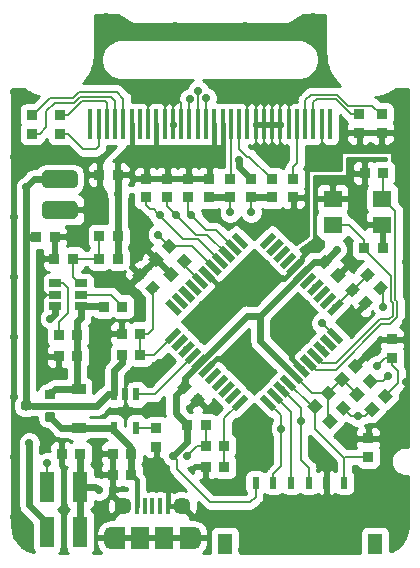
<source format=gtl>
G04 #@! TF.GenerationSoftware,KiCad,Pcbnew,5.0.2+dfsg1-1*
G04 #@! TF.CreationDate,2019-10-20T13:45:48+02:00*
G04 #@! TF.ProjectId,xling,786c696e-672e-46b6-9963-61645f706362,3.1*
G04 #@! TF.SameCoordinates,Original*
G04 #@! TF.FileFunction,Copper,L1,Top*
G04 #@! TF.FilePolarity,Positive*
%FSLAX46Y46*%
G04 Gerber Fmt 4.6, Leading zero omitted, Abs format (unit mm)*
G04 Created by KiCad (PCBNEW 5.0.2+dfsg1-1) date Sun 20 Oct 2019 13:45:48 CEST*
%MOMM*%
%LPD*%
G01*
G04 APERTURE LIST*
G04 #@! TA.AperFunction,SMDPad,CuDef*
%ADD10R,0.350000X2.500000*%
G04 #@! TD*
G04 #@! TA.AperFunction,Conductor*
%ADD11C,0.100000*%
G04 #@! TD*
G04 #@! TA.AperFunction,SMDPad,CuDef*
%ADD12C,1.500000*%
G04 #@! TD*
G04 #@! TA.AperFunction,SMDPad,CuDef*
%ADD13R,1.600000X1.400000*%
G04 #@! TD*
G04 #@! TA.AperFunction,SMDPad,CuDef*
%ADD14R,1.250000X2.650000*%
G04 #@! TD*
G04 #@! TA.AperFunction,SMDPad,CuDef*
%ADD15R,1.200000X0.900000*%
G04 #@! TD*
G04 #@! TA.AperFunction,SMDPad,CuDef*
%ADD16C,0.875000*%
G04 #@! TD*
G04 #@! TA.AperFunction,SMDPad,CuDef*
%ADD17R,0.950000X0.875000*%
G04 #@! TD*
G04 #@! TA.AperFunction,SMDPad,CuDef*
%ADD18R,0.875000X0.950000*%
G04 #@! TD*
G04 #@! TA.AperFunction,SMDPad,CuDef*
%ADD19C,0.550000*%
G04 #@! TD*
G04 #@! TA.AperFunction,SMDPad,CuDef*
%ADD20R,1.250000X1.800000*%
G04 #@! TD*
G04 #@! TA.AperFunction,SMDPad,CuDef*
%ADD21R,0.600000X1.000000*%
G04 #@! TD*
G04 #@! TA.AperFunction,SMDPad,CuDef*
%ADD22R,1.200000X1.900000*%
G04 #@! TD*
G04 #@! TA.AperFunction,ComponentPad*
%ADD23O,1.200000X1.900000*%
G04 #@! TD*
G04 #@! TA.AperFunction,SMDPad,CuDef*
%ADD24R,1.500000X1.900000*%
G04 #@! TD*
G04 #@! TA.AperFunction,ComponentPad*
%ADD25C,1.450000*%
G04 #@! TD*
G04 #@! TA.AperFunction,SMDPad,CuDef*
%ADD26R,0.400000X1.350000*%
G04 #@! TD*
G04 #@! TA.AperFunction,SMDPad,CuDef*
%ADD27C,0.800000*%
G04 #@! TD*
G04 #@! TA.AperFunction,SMDPad,CuDef*
%ADD28R,0.600000X1.100000*%
G04 #@! TD*
G04 #@! TA.AperFunction,SMDPad,CuDef*
%ADD29R,1.000000X0.700000*%
G04 #@! TD*
G04 #@! TA.AperFunction,ViaPad*
%ADD30C,0.700000*%
G04 #@! TD*
G04 #@! TA.AperFunction,Conductor*
%ADD31C,0.600000*%
G04 #@! TD*
G04 #@! TA.AperFunction,Conductor*
%ADD32C,0.200000*%
G04 #@! TD*
G04 #@! TA.AperFunction,Conductor*
%ADD33C,0.400000*%
G04 #@! TD*
G04 #@! TA.AperFunction,Conductor*
%ADD34C,0.254000*%
G04 #@! TD*
G04 APERTURE END LIST*
D10*
G04 #@! TO.P,U1,29*
G04 #@! TO.N,GND*
X79132000Y-49310000D03*
G04 #@! TO.P,U1,30*
G04 #@! TO.N,N/C*
X79832000Y-49310000D03*
G04 #@! TO.P,U1,20*
G04 #@! TO.N,GND*
X72832000Y-49310000D03*
G04 #@! TO.P,U1,27*
G04 #@! TO.N,Net-(C11-Pad1)*
X77732000Y-49310000D03*
G04 #@! TO.P,U1,28*
G04 #@! TO.N,Net-(C2-Pad1)*
X78432000Y-49310000D03*
G04 #@! TO.P,U1,26*
G04 #@! TO.N,Net-(R4-Pad2)*
X77032000Y-49310000D03*
G04 #@! TO.P,U1,25*
G04 #@! TO.N,GND*
X76332000Y-49310000D03*
G04 #@! TO.P,U1,24*
X75632000Y-49310000D03*
G04 #@! TO.P,U1,23*
X74932000Y-49310000D03*
G04 #@! TO.P,U1,22*
X74232000Y-49310000D03*
G04 #@! TO.P,U1,21*
X73532000Y-49310000D03*
G04 #@! TO.P,U1,19*
G04 #@! TO.N,Net-(R20-Pad2)*
X72132000Y-49310000D03*
G04 #@! TO.P,U1,18*
G04 #@! TO.N,Net-(R19-Pad2)*
X71432000Y-49310000D03*
G04 #@! TO.P,U1,17*
G04 #@! TO.N,+3V3*
X70732000Y-49310000D03*
G04 #@! TO.P,U1,16*
X70032000Y-49310000D03*
G04 #@! TO.P,U1,15*
G04 #@! TO.N,OLED_DC*
X69332000Y-49310000D03*
G04 #@! TO.P,U1,13*
G04 #@! TO.N,OLED_CS*
X67932000Y-49310000D03*
G04 #@! TO.P,U1,14*
G04 #@! TO.N,OLED_RST*
X68632000Y-49310000D03*
G04 #@! TO.P,U1,12*
G04 #@! TO.N,GND*
X67232000Y-49310000D03*
G04 #@! TO.P,U1,11*
X66532000Y-49310000D03*
G04 #@! TO.P,U1,10*
X65832000Y-49310000D03*
G04 #@! TO.P,U1,9*
G04 #@! TO.N,+3V3*
X65132000Y-49310000D03*
G04 #@! TO.P,U1,8*
G04 #@! TO.N,GND*
X64432000Y-49310000D03*
G04 #@! TO.P,U1,7*
G04 #@! TO.N,N/C*
X63732000Y-49310000D03*
G04 #@! TO.P,U1,6*
G04 #@! TO.N,+3V3*
X63032000Y-49310000D03*
G04 #@! TO.P,U1,5*
G04 #@! TO.N,Net-(C9-Pad2)*
X62332000Y-49310000D03*
G04 #@! TO.P,U1,4*
G04 #@! TO.N,Net-(C9-Pad1)*
X61632000Y-49310000D03*
G04 #@! TO.P,U1,3*
G04 #@! TO.N,Net-(C8-Pad2)*
X60932000Y-49310000D03*
G04 #@! TO.P,U1,2*
G04 #@! TO.N,Net-(C8-Pad1)*
X60232000Y-49310000D03*
G04 #@! TO.P,U1,1*
G04 #@! TO.N,N/C*
X59532000Y-49310000D03*
G04 #@! TD*
D11*
G04 #@! TO.N,/BAT*
G04 #@! TO.C,J3*
G36*
X58121256Y-53230306D02*
X58157659Y-53235706D01*
X58193357Y-53244647D01*
X58228006Y-53257045D01*
X58261274Y-53272780D01*
X58292839Y-53291699D01*
X58322397Y-53313621D01*
X58349665Y-53338335D01*
X58374379Y-53365603D01*
X58396301Y-53395161D01*
X58415220Y-53426726D01*
X58430955Y-53459994D01*
X58443353Y-53494643D01*
X58452294Y-53530341D01*
X58457694Y-53566744D01*
X58459500Y-53603500D01*
X58459500Y-54353500D01*
X58457694Y-54390256D01*
X58452294Y-54426659D01*
X58443353Y-54462357D01*
X58430955Y-54497006D01*
X58415220Y-54530274D01*
X58396301Y-54561839D01*
X58374379Y-54591397D01*
X58349665Y-54618665D01*
X58322397Y-54643379D01*
X58292839Y-54665301D01*
X58261274Y-54684220D01*
X58228006Y-54699955D01*
X58193357Y-54712353D01*
X58157659Y-54721294D01*
X58121256Y-54726694D01*
X58084500Y-54728500D01*
X55834500Y-54728500D01*
X55797744Y-54726694D01*
X55761341Y-54721294D01*
X55725643Y-54712353D01*
X55690994Y-54699955D01*
X55657726Y-54684220D01*
X55626161Y-54665301D01*
X55596603Y-54643379D01*
X55569335Y-54618665D01*
X55544621Y-54591397D01*
X55522699Y-54561839D01*
X55503780Y-54530274D01*
X55488045Y-54497006D01*
X55475647Y-54462357D01*
X55466706Y-54426659D01*
X55461306Y-54390256D01*
X55459500Y-54353500D01*
X55459500Y-53603500D01*
X55461306Y-53566744D01*
X55466706Y-53530341D01*
X55475647Y-53494643D01*
X55488045Y-53459994D01*
X55503780Y-53426726D01*
X55522699Y-53395161D01*
X55544621Y-53365603D01*
X55569335Y-53338335D01*
X55596603Y-53313621D01*
X55626161Y-53291699D01*
X55657726Y-53272780D01*
X55690994Y-53257045D01*
X55725643Y-53244647D01*
X55761341Y-53235706D01*
X55797744Y-53230306D01*
X55834500Y-53228500D01*
X58084500Y-53228500D01*
X58121256Y-53230306D01*
X58121256Y-53230306D01*
G37*
D12*
G04 #@! TD*
G04 #@! TO.P,J3,1*
G04 #@! TO.N,/BAT*
X56959500Y-53978500D03*
D11*
G04 #@! TO.N,GND*
G04 #@! TO.C,J3*
G36*
X58121256Y-55830306D02*
X58157659Y-55835706D01*
X58193357Y-55844647D01*
X58228006Y-55857045D01*
X58261274Y-55872780D01*
X58292839Y-55891699D01*
X58322397Y-55913621D01*
X58349665Y-55938335D01*
X58374379Y-55965603D01*
X58396301Y-55995161D01*
X58415220Y-56026726D01*
X58430955Y-56059994D01*
X58443353Y-56094643D01*
X58452294Y-56130341D01*
X58457694Y-56166744D01*
X58459500Y-56203500D01*
X58459500Y-56953500D01*
X58457694Y-56990256D01*
X58452294Y-57026659D01*
X58443353Y-57062357D01*
X58430955Y-57097006D01*
X58415220Y-57130274D01*
X58396301Y-57161839D01*
X58374379Y-57191397D01*
X58349665Y-57218665D01*
X58322397Y-57243379D01*
X58292839Y-57265301D01*
X58261274Y-57284220D01*
X58228006Y-57299955D01*
X58193357Y-57312353D01*
X58157659Y-57321294D01*
X58121256Y-57326694D01*
X58084500Y-57328500D01*
X55834500Y-57328500D01*
X55797744Y-57326694D01*
X55761341Y-57321294D01*
X55725643Y-57312353D01*
X55690994Y-57299955D01*
X55657726Y-57284220D01*
X55626161Y-57265301D01*
X55596603Y-57243379D01*
X55569335Y-57218665D01*
X55544621Y-57191397D01*
X55522699Y-57161839D01*
X55503780Y-57130274D01*
X55488045Y-57097006D01*
X55475647Y-57062357D01*
X55466706Y-57026659D01*
X55461306Y-56990256D01*
X55459500Y-56953500D01*
X55459500Y-56203500D01*
X55461306Y-56166744D01*
X55466706Y-56130341D01*
X55475647Y-56094643D01*
X55488045Y-56059994D01*
X55503780Y-56026726D01*
X55522699Y-55995161D01*
X55544621Y-55965603D01*
X55569335Y-55938335D01*
X55596603Y-55913621D01*
X55626161Y-55891699D01*
X55657726Y-55872780D01*
X55690994Y-55857045D01*
X55725643Y-55844647D01*
X55761341Y-55835706D01*
X55797744Y-55830306D01*
X55834500Y-55828500D01*
X58084500Y-55828500D01*
X58121256Y-55830306D01*
X58121256Y-55830306D01*
G37*
D12*
G04 #@! TD*
G04 #@! TO.P,J3,2*
G04 #@! TO.N,GND*
X56959500Y-56578500D03*
D13*
G04 #@! TO.P,Y1,1*
G04 #@! TO.N,Net-(C6-Pad2)*
X84242000Y-55642000D03*
G04 #@! TO.P,Y1,2*
G04 #@! TO.N,GND*
X80042000Y-55642000D03*
G04 #@! TO.P,Y1,3*
G04 #@! TO.N,Net-(C5-Pad2)*
X80042000Y-57842000D03*
G04 #@! TO.P,Y1,4*
G04 #@! TO.N,GND*
X84242000Y-57842000D03*
G04 #@! TD*
D14*
G04 #@! TO.P,L1,2*
G04 #@! TO.N,Net-(C1-Pad1)*
X55877000Y-80010000D03*
G04 #@! TO.P,L1,1*
G04 #@! TO.N,+3V3*
X58677000Y-80010000D03*
G04 #@! TD*
G04 #@! TO.P,L2,2*
G04 #@! TO.N,+3V3*
X58677000Y-83820000D03*
G04 #@! TO.P,L2,1*
G04 #@! TO.N,Net-(L2-Pad1)*
X55877000Y-83820000D03*
G04 #@! TD*
D15*
G04 #@! TO.P,D1,2*
G04 #@! TO.N,/USB*
X58547000Y-75056000D03*
G04 #@! TO.P,D1,1*
G04 #@! TO.N,/PWR*
X58547000Y-71756000D03*
G04 #@! TD*
D16*
G04 #@! TO.P,C1,2*
G04 #@! TO.N,GND*
X65102153Y-60754847D03*
D11*
G04 #@! TD*
G04 #@! TO.N,GND*
G04 #@! TO.C,C1*
G36*
X65075636Y-60109612D02*
X65747388Y-60781364D01*
X65128670Y-61400082D01*
X64456918Y-60728330D01*
X65075636Y-60109612D01*
X65075636Y-60109612D01*
G37*
D16*
G04 #@! TO.P,C1,1*
G04 #@! TO.N,Net-(C1-Pad1)*
X66215847Y-59641153D03*
D11*
G04 #@! TD*
G04 #@! TO.N,Net-(C1-Pad1)*
G04 #@! TO.C,C1*
G36*
X66189330Y-58995918D02*
X66861082Y-59667670D01*
X66242364Y-60286388D01*
X65570612Y-59614636D01*
X66189330Y-58995918D01*
X66189330Y-58995918D01*
G37*
D17*
G04 #@! TO.P,C2,2*
G04 #@! TO.N,GND*
X82296000Y-50063500D03*
G04 #@! TO.P,C2,1*
G04 #@! TO.N,Net-(C2-Pad1)*
X82296000Y-48488500D03*
G04 #@! TD*
D16*
G04 #@! TO.P,C3,2*
G04 #@! TO.N,GND*
X68628847Y-72629347D03*
D11*
G04 #@! TD*
G04 #@! TO.N,GND*
G04 #@! TO.C,C3*
G36*
X67983612Y-72655864D02*
X68655364Y-71984112D01*
X69274082Y-72602830D01*
X68602330Y-73274582D01*
X67983612Y-72655864D01*
X67983612Y-72655864D01*
G37*
D16*
G04 #@! TO.P,C3,1*
G04 #@! TO.N,+3V3*
X67515153Y-71515653D03*
D11*
G04 #@! TD*
G04 #@! TO.N,+3V3*
G04 #@! TO.C,C3*
G36*
X66869918Y-71542170D02*
X67541670Y-70870418D01*
X68160388Y-71489136D01*
X67488636Y-72160888D01*
X66869918Y-71542170D01*
X66869918Y-71542170D01*
G37*
D18*
G04 #@! TO.P,C5,2*
G04 #@! TO.N,Net-(C5-Pad2)*
X82715000Y-59817000D03*
G04 #@! TO.P,C5,1*
G04 #@! TO.N,GND*
X84290000Y-59817000D03*
G04 #@! TD*
G04 #@! TO.P,C6,2*
G04 #@! TO.N,Net-(C6-Pad2)*
X84353500Y-53467000D03*
G04 #@! TO.P,C6,1*
G04 #@! TO.N,GND*
X82778500Y-53467000D03*
G04 #@! TD*
D16*
G04 #@! TO.P,C7,2*
G04 #@! TO.N,GND*
X66372153Y-62024847D03*
D11*
G04 #@! TD*
G04 #@! TO.N,GND*
G04 #@! TO.C,C7*
G36*
X66345636Y-61379612D02*
X67017388Y-62051364D01*
X66398670Y-62670082D01*
X65726918Y-61998330D01*
X66345636Y-61379612D01*
X66345636Y-61379612D01*
G37*
D16*
G04 #@! TO.P,C7,1*
G04 #@! TO.N,Net-(C7-Pad1)*
X67485847Y-60911153D03*
D11*
G04 #@! TD*
G04 #@! TO.N,Net-(C7-Pad1)*
G04 #@! TO.C,C7*
G36*
X67459330Y-60265918D02*
X68131082Y-60937670D01*
X67512364Y-61556388D01*
X66840612Y-60884636D01*
X67459330Y-60265918D01*
X67459330Y-60265918D01*
G37*
D17*
G04 #@! TO.P,C8,2*
G04 #@! TO.N,Net-(C8-Pad2)*
X56959500Y-48552000D03*
G04 #@! TO.P,C8,1*
G04 #@! TO.N,Net-(C8-Pad1)*
X56959500Y-50127000D03*
G04 #@! TD*
G04 #@! TO.P,C9,2*
G04 #@! TO.N,Net-(C9-Pad2)*
X54610000Y-48552000D03*
G04 #@! TO.P,C9,1*
G04 #@! TO.N,Net-(C9-Pad1)*
X54610000Y-50127000D03*
G04 #@! TD*
D16*
G04 #@! TO.P,C10,2*
G04 #@! TO.N,GND*
X80503347Y-62088347D03*
D11*
G04 #@! TD*
G04 #@! TO.N,GND*
G04 #@! TO.C,C10*
G36*
X79858112Y-62114864D02*
X80529864Y-61443112D01*
X81148582Y-62061830D01*
X80476830Y-62733582D01*
X79858112Y-62114864D01*
X79858112Y-62114864D01*
G37*
D16*
G04 #@! TO.P,C10,1*
G04 #@! TO.N,+3V3*
X79389653Y-60974653D03*
D11*
G04 #@! TD*
G04 #@! TO.N,+3V3*
G04 #@! TO.C,C10*
G36*
X78744418Y-61001170D02*
X79416170Y-60329418D01*
X80034888Y-60948136D01*
X79363136Y-61619888D01*
X78744418Y-61001170D01*
X78744418Y-61001170D01*
G37*
D17*
G04 #@! TO.P,C11,2*
G04 #@! TO.N,GND*
X84201000Y-50063500D03*
G04 #@! TO.P,C11,1*
G04 #@! TO.N,Net-(C11-Pad1)*
X84201000Y-48488500D03*
G04 #@! TD*
G04 #@! TO.P,C12,2*
G04 #@! TO.N,GND*
X83058000Y-75920500D03*
G04 #@! TO.P,C12,1*
G04 #@! TO.N,RST*
X83058000Y-77495500D03*
G04 #@! TD*
D16*
G04 #@! TO.P,C13,2*
G04 #@! TO.N,GND*
X82852847Y-64437847D03*
D11*
G04 #@! TD*
G04 #@! TO.N,GND*
G04 #@! TO.C,C13*
G36*
X82207612Y-64464364D02*
X82879364Y-63792612D01*
X83498082Y-64411330D01*
X82826330Y-65083082D01*
X82207612Y-64464364D01*
X82207612Y-64464364D01*
G37*
D16*
G04 #@! TO.P,C13,1*
G04 #@! TO.N,BTN1*
X81739153Y-63324153D03*
D11*
G04 #@! TD*
G04 #@! TO.N,BTN1*
G04 #@! TO.C,C13*
G36*
X81093918Y-63350670D02*
X81765670Y-62678918D01*
X82384388Y-63297636D01*
X81712636Y-63969388D01*
X81093918Y-63350670D01*
X81093918Y-63350670D01*
G37*
D17*
G04 #@! TO.P,C14,2*
G04 #@! TO.N,GND*
X85090000Y-67538500D03*
G04 #@! TO.P,C14,1*
G04 #@! TO.N,BTN2*
X85090000Y-69113500D03*
G04 #@! TD*
D18*
G04 #@! TO.P,C15,2*
G04 #@! TO.N,GND*
X69316500Y-78333600D03*
G04 #@! TO.P,C15,1*
G04 #@! TO.N,BTN3*
X70891500Y-78333600D03*
G04 #@! TD*
G04 #@! TO.P,C16,2*
G04 #@! TO.N,Net-(C16-Pad2)*
X60299500Y-60706000D03*
G04 #@! TO.P,C16,1*
G04 #@! TO.N,+3V3*
X61874500Y-60706000D03*
G04 #@! TD*
G04 #@! TO.P,C17,2*
G04 #@! TO.N,GND*
X56540500Y-58864500D03*
G04 #@! TO.P,C17,1*
G04 #@! TO.N,/BAT*
X54965500Y-58864500D03*
G04 #@! TD*
G04 #@! TO.P,C18,2*
G04 #@! TO.N,GND*
X57124500Y-77216000D03*
G04 #@! TO.P,C18,1*
G04 #@! TO.N,+3V3*
X58699500Y-77216000D03*
G04 #@! TD*
G04 #@! TO.P,C19,2*
G04 #@! TO.N,GND*
X56870500Y-68961000D03*
G04 #@! TO.P,C19,1*
G04 #@! TO.N,/PWR*
X58445500Y-68961000D03*
G04 #@! TD*
G04 #@! TO.P,C20,2*
G04 #@! TO.N,GND*
X61442500Y-78994000D03*
G04 #@! TO.P,C20,1*
G04 #@! TO.N,/USB*
X63017500Y-78994000D03*
G04 #@! TD*
D16*
G04 #@! TO.P,C22,2*
G04 #@! TO.N,BAT_LVL*
X64818847Y-63167847D03*
D11*
G04 #@! TD*
G04 #@! TO.N,BAT_LVL*
G04 #@! TO.C,C22*
G36*
X64173612Y-63194364D02*
X64845364Y-62522612D01*
X65464082Y-63141330D01*
X64792330Y-63813082D01*
X64173612Y-63194364D01*
X64173612Y-63194364D01*
G37*
D16*
G04 #@! TO.P,C22,1*
G04 #@! TO.N,GND*
X63705153Y-62054153D03*
D11*
G04 #@! TD*
G04 #@! TO.N,GND*
G04 #@! TO.C,C22*
G36*
X63059918Y-62080670D02*
X63731670Y-61408918D01*
X64350388Y-62027636D01*
X63678636Y-62699388D01*
X63059918Y-62080670D01*
X63059918Y-62080670D01*
G37*
D17*
G04 #@! TO.P,R1,2*
G04 #@! TO.N,+3V3*
X67818000Y-53949500D03*
G04 #@! TO.P,R1,1*
G04 #@! TO.N,OLED_DC*
X67818000Y-55524500D03*
G04 #@! TD*
G04 #@! TO.P,R2,2*
G04 #@! TO.N,+3V3*
X66040000Y-53949500D03*
G04 #@! TO.P,R2,1*
G04 #@! TO.N,OLED_RST*
X66040000Y-55524500D03*
G04 #@! TD*
D16*
G04 #@! TO.P,R3,2*
G04 #@! TO.N,RST*
X78564153Y-73200847D03*
D11*
G04 #@! TD*
G04 #@! TO.N,RST*
G04 #@! TO.C,R3*
G36*
X78537636Y-72555612D02*
X79209388Y-73227364D01*
X78590670Y-73846082D01*
X77918918Y-73174330D01*
X78537636Y-72555612D01*
X78537636Y-72555612D01*
G37*
D16*
G04 #@! TO.P,R3,1*
G04 #@! TO.N,+3V3*
X79677847Y-72087153D03*
D11*
G04 #@! TD*
G04 #@! TO.N,+3V3*
G04 #@! TO.C,R3*
G36*
X79651330Y-71441918D02*
X80323082Y-72113670D01*
X79704364Y-72732388D01*
X79032612Y-72060636D01*
X79651330Y-71441918D01*
X79651330Y-71441918D01*
G37*
D17*
G04 #@! TO.P,R4,2*
G04 #@! TO.N,Net-(R4-Pad2)*
X76708000Y-53949500D03*
G04 #@! TO.P,R4,1*
G04 #@! TO.N,GND*
X76708000Y-55524500D03*
G04 #@! TD*
D16*
G04 #@! TO.P,R5,2*
G04 #@! TO.N,+3V3*
X82120153Y-72184847D03*
D11*
G04 #@! TD*
G04 #@! TO.N,+3V3*
G04 #@! TO.C,R5*
G36*
X82093636Y-71539612D02*
X82765388Y-72211364D01*
X82146670Y-72830082D01*
X81474918Y-72158330D01*
X82093636Y-71539612D01*
X82093636Y-71539612D01*
G37*
D16*
G04 #@! TO.P,R5,1*
G04 #@! TO.N,Net-(R5-Pad1)*
X83233847Y-71071153D03*
D11*
G04 #@! TD*
G04 #@! TO.N,Net-(R5-Pad1)*
G04 #@! TO.C,R5*
G36*
X83207330Y-70425918D02*
X83879082Y-71097670D01*
X83260364Y-71716388D01*
X82588612Y-71044636D01*
X83207330Y-70425918D01*
X83207330Y-70425918D01*
G37*
D16*
G04 #@! TO.P,R6,2*
G04 #@! TO.N,+3V3*
X79834153Y-74470847D03*
D11*
G04 #@! TD*
G04 #@! TO.N,+3V3*
G04 #@! TO.C,R6*
G36*
X79807636Y-73825612D02*
X80479388Y-74497364D01*
X79860670Y-75116082D01*
X79188918Y-74444330D01*
X79807636Y-73825612D01*
X79807636Y-73825612D01*
G37*
D16*
G04 #@! TO.P,R6,1*
G04 #@! TO.N,Net-(R6-Pad1)*
X80947847Y-73357153D03*
D11*
G04 #@! TD*
G04 #@! TO.N,Net-(R6-Pad1)*
G04 #@! TO.C,R6*
G36*
X80921330Y-72711918D02*
X81593082Y-73383670D01*
X80974364Y-74002388D01*
X80302612Y-73330636D01*
X80921330Y-72711918D01*
X80921330Y-72711918D01*
G37*
D18*
G04 #@! TO.P,R7,2*
G04 #@! TO.N,+3V3*
X67741700Y-74828400D03*
G04 #@! TO.P,R7,1*
G04 #@! TO.N,Net-(R10-Pad2)*
X69316700Y-74828400D03*
G04 #@! TD*
D16*
G04 #@! TO.P,R8,2*
G04 #@! TO.N,Net-(R5-Pad1)*
X84122847Y-63167847D03*
D11*
G04 #@! TD*
G04 #@! TO.N,Net-(R5-Pad1)*
G04 #@! TO.C,R8*
G36*
X83477612Y-63194364D02*
X84149364Y-62522612D01*
X84768082Y-63141330D01*
X84096330Y-63813082D01*
X83477612Y-63194364D01*
X83477612Y-63194364D01*
G37*
D16*
G04 #@! TO.P,R8,1*
G04 #@! TO.N,BTN1*
X83009153Y-62054153D03*
D11*
G04 #@! TD*
G04 #@! TO.N,BTN1*
G04 #@! TO.C,R8*
G36*
X82363918Y-62080670D02*
X83035670Y-61408918D01*
X83654388Y-62027636D01*
X82982636Y-62699388D01*
X82363918Y-62080670D01*
X82363918Y-62080670D01*
G37*
D16*
G04 #@! TO.P,R9,2*
G04 #@! TO.N,Net-(R6-Pad1)*
X83390153Y-73454847D03*
D11*
G04 #@! TD*
G04 #@! TO.N,Net-(R6-Pad1)*
G04 #@! TO.C,R9*
G36*
X83363636Y-72809612D02*
X84035388Y-73481364D01*
X83416670Y-74100082D01*
X82744918Y-73428330D01*
X83363636Y-72809612D01*
X83363636Y-72809612D01*
G37*
D16*
G04 #@! TO.P,R9,1*
G04 #@! TO.N,BTN2*
X84503847Y-72341153D03*
D11*
G04 #@! TD*
G04 #@! TO.N,BTN2*
G04 #@! TO.C,R9*
G36*
X84477330Y-71695918D02*
X85149082Y-72367670D01*
X84530364Y-72986388D01*
X83858612Y-72314636D01*
X84477330Y-71695918D01*
X84477330Y-71695918D01*
G37*
D18*
G04 #@! TO.P,R10,2*
G04 #@! TO.N,Net-(R10-Pad2)*
X69316500Y-76555600D03*
G04 #@! TO.P,R10,1*
G04 #@! TO.N,BTN3*
X70891500Y-76555600D03*
G04 #@! TD*
G04 #@! TO.P,R11,2*
G04 #@! TO.N,/PWR*
X58445500Y-67183000D03*
G04 #@! TO.P,R11,1*
G04 #@! TO.N,Net-(R11-Pad1)*
X56870500Y-67183000D03*
G04 #@! TD*
G04 #@! TO.P,R12,2*
G04 #@! TO.N,+3V3*
X61874500Y-58801000D03*
G04 #@! TO.P,R12,1*
G04 #@! TO.N,Net-(C16-Pad2)*
X60299500Y-58801000D03*
G04 #@! TD*
G04 #@! TO.P,R13,2*
G04 #@! TO.N,/PWR*
X60680500Y-64770000D03*
G04 #@! TO.P,R13,1*
G04 #@! TO.N,Net-(R13-Pad1)*
X62255500Y-64770000D03*
G04 #@! TD*
G04 #@! TO.P,R14,2*
G04 #@! TO.N,/BAT*
X62204500Y-68834000D03*
G04 #@! TO.P,R14,1*
G04 #@! TO.N,BAT_LVL*
X63779500Y-68834000D03*
G04 #@! TD*
G04 #@! TO.P,R15,2*
G04 #@! TO.N,/USB*
X63017500Y-77216000D03*
G04 #@! TO.P,R15,1*
G04 #@! TO.N,GND*
X61442500Y-77216000D03*
G04 #@! TD*
D17*
G04 #@! TO.P,R16,2*
G04 #@! TO.N,GND*
X65125600Y-76631900D03*
G04 #@! TO.P,R16,1*
G04 #@! TO.N,Net-(R16-Pad1)*
X65125600Y-75056900D03*
G04 #@! TD*
D18*
G04 #@! TO.P,R17,2*
G04 #@! TO.N,GND*
X62204500Y-67056000D03*
G04 #@! TO.P,R17,1*
G04 #@! TO.N,BAT_LVL*
X63779500Y-67056000D03*
G04 #@! TD*
G04 #@! TO.P,R18,2*
G04 #@! TO.N,Net-(C16-Pad2)*
X58064500Y-60706000D03*
G04 #@! TO.P,R18,1*
G04 #@! TO.N,GND*
X56489500Y-60706000D03*
G04 #@! TD*
D17*
G04 #@! TO.P,R19,2*
G04 #@! TO.N,Net-(R19-Pad2)*
X71374000Y-53949500D03*
G04 #@! TO.P,R19,1*
G04 #@! TO.N,SCK*
X71374000Y-55524500D03*
G04 #@! TD*
G04 #@! TO.P,R20,2*
G04 #@! TO.N,Net-(R20-Pad2)*
X74930000Y-53949500D03*
G04 #@! TO.P,R20,1*
G04 #@! TO.N,MOSI*
X74930000Y-55524500D03*
G04 #@! TD*
D19*
G04 #@! TO.P,U2,44*
G04 #@! TO.N,BTN3*
X72203918Y-72898936D03*
D11*
G04 #@! TD*
G04 #@! TO.N,BTN3*
G04 #@! TO.C,U2*
G36*
X72539794Y-72174152D02*
X72928702Y-72563060D01*
X71868042Y-73623720D01*
X71479134Y-73234812D01*
X72539794Y-72174152D01*
X72539794Y-72174152D01*
G37*
D19*
G04 #@! TO.P,U2,43*
G04 #@! TO.N,N/C*
X71638233Y-72333250D03*
D11*
G04 #@! TD*
G04 #@! TO.N,N/C*
G04 #@! TO.C,U2*
G36*
X71974109Y-71608466D02*
X72363017Y-71997374D01*
X71302357Y-73058034D01*
X70913449Y-72669126D01*
X71974109Y-71608466D01*
X71974109Y-71608466D01*
G37*
D19*
G04 #@! TO.P,U2,42*
G04 #@! TO.N,N/C*
X71072548Y-71767565D03*
D11*
G04 #@! TD*
G04 #@! TO.N,N/C*
G04 #@! TO.C,U2*
G36*
X71408424Y-71042781D02*
X71797332Y-71431689D01*
X70736672Y-72492349D01*
X70347764Y-72103441D01*
X71408424Y-71042781D01*
X71408424Y-71042781D01*
G37*
D19*
G04 #@! TO.P,U2,41*
G04 #@! TO.N,N/C*
X70506862Y-71201880D03*
D11*
G04 #@! TD*
G04 #@! TO.N,N/C*
G04 #@! TO.C,U2*
G36*
X70842738Y-70477096D02*
X71231646Y-70866004D01*
X70170986Y-71926664D01*
X69782078Y-71537756D01*
X70842738Y-70477096D01*
X70842738Y-70477096D01*
G37*
D19*
G04 #@! TO.P,U2,40*
G04 #@! TO.N,N/C*
X69941177Y-70636194D03*
D11*
G04 #@! TD*
G04 #@! TO.N,N/C*
G04 #@! TO.C,U2*
G36*
X70277053Y-69911410D02*
X70665961Y-70300318D01*
X69605301Y-71360978D01*
X69216393Y-70972070D01*
X70277053Y-69911410D01*
X70277053Y-69911410D01*
G37*
D19*
G04 #@! TO.P,U2,39*
G04 #@! TO.N,GND*
X69375491Y-70070509D03*
D11*
G04 #@! TD*
G04 #@! TO.N,GND*
G04 #@! TO.C,U2*
G36*
X69711367Y-69345725D02*
X70100275Y-69734633D01*
X69039615Y-70795293D01*
X68650707Y-70406385D01*
X69711367Y-69345725D01*
X69711367Y-69345725D01*
G37*
D19*
G04 #@! TO.P,U2,38*
G04 #@! TO.N,+3V3*
X68809806Y-69504823D03*
D11*
G04 #@! TD*
G04 #@! TO.N,+3V3*
G04 #@! TO.C,U2*
G36*
X69145682Y-68780039D02*
X69534590Y-69168947D01*
X68473930Y-70229607D01*
X68085022Y-69840699D01*
X69145682Y-68780039D01*
X69145682Y-68780039D01*
G37*
D19*
G04 #@! TO.P,U2,37*
G04 #@! TO.N,BAT_STAT*
X68244120Y-68939138D03*
D11*
G04 #@! TD*
G04 #@! TO.N,BAT_STAT*
G04 #@! TO.C,U2*
G36*
X68579996Y-68214354D02*
X68968904Y-68603262D01*
X67908244Y-69663922D01*
X67519336Y-69275014D01*
X68579996Y-68214354D01*
X68579996Y-68214354D01*
G37*
D19*
G04 #@! TO.P,U2,36*
G04 #@! TO.N,N/C*
X67678435Y-68373452D03*
D11*
G04 #@! TD*
G04 #@! TO.N,N/C*
G04 #@! TO.C,U2*
G36*
X68014311Y-67648668D02*
X68403219Y-68037576D01*
X67342559Y-69098236D01*
X66953651Y-68709328D01*
X68014311Y-67648668D01*
X68014311Y-67648668D01*
G37*
D19*
G04 #@! TO.P,U2,35*
G04 #@! TO.N,N/C*
X67112750Y-67807767D03*
D11*
G04 #@! TD*
G04 #@! TO.N,N/C*
G04 #@! TO.C,U2*
G36*
X67448626Y-67082983D02*
X67837534Y-67471891D01*
X66776874Y-68532551D01*
X66387966Y-68143643D01*
X67448626Y-67082983D01*
X67448626Y-67082983D01*
G37*
D19*
G04 #@! TO.P,U2,34*
G04 #@! TO.N,BAT_LVL*
X66547064Y-67242082D03*
D11*
G04 #@! TD*
G04 #@! TO.N,BAT_LVL*
G04 #@! TO.C,U2*
G36*
X66882940Y-66517298D02*
X67271848Y-66906206D01*
X66211188Y-67966866D01*
X65822280Y-67577958D01*
X66882940Y-66517298D01*
X66882940Y-66517298D01*
G37*
D19*
G04 #@! TO.P,U2,33*
G04 #@! TO.N,N/C*
X66547064Y-64837918D03*
D11*
G04 #@! TD*
G04 #@! TO.N,N/C*
G04 #@! TO.C,U2*
G36*
X67271848Y-65173794D02*
X66882940Y-65562702D01*
X65822280Y-64502042D01*
X66211188Y-64113134D01*
X67271848Y-65173794D01*
X67271848Y-65173794D01*
G37*
D19*
G04 #@! TO.P,U2,32*
G04 #@! TO.N,N/C*
X67112750Y-64272233D03*
D11*
G04 #@! TD*
G04 #@! TO.N,N/C*
G04 #@! TO.C,U2*
G36*
X67837534Y-64608109D02*
X67448626Y-64997017D01*
X66387966Y-63936357D01*
X66776874Y-63547449D01*
X67837534Y-64608109D01*
X67837534Y-64608109D01*
G37*
D19*
G04 #@! TO.P,U2,31*
G04 #@! TO.N,N/C*
X67678435Y-63706548D03*
D11*
G04 #@! TD*
G04 #@! TO.N,N/C*
G04 #@! TO.C,U2*
G36*
X68403219Y-64042424D02*
X68014311Y-64431332D01*
X66953651Y-63370672D01*
X67342559Y-62981764D01*
X68403219Y-64042424D01*
X68403219Y-64042424D01*
G37*
D19*
G04 #@! TO.P,U2,30*
G04 #@! TO.N,N/C*
X68244120Y-63140862D03*
D11*
G04 #@! TD*
G04 #@! TO.N,N/C*
G04 #@! TO.C,U2*
G36*
X68968904Y-63476738D02*
X68579996Y-63865646D01*
X67519336Y-62804986D01*
X67908244Y-62416078D01*
X68968904Y-63476738D01*
X68968904Y-63476738D01*
G37*
D19*
G04 #@! TO.P,U2,29*
G04 #@! TO.N,Net-(C7-Pad1)*
X68809806Y-62575177D03*
D11*
G04 #@! TD*
G04 #@! TO.N,Net-(C7-Pad1)*
G04 #@! TO.C,U2*
G36*
X69534590Y-62911053D02*
X69145682Y-63299961D01*
X68085022Y-62239301D01*
X68473930Y-61850393D01*
X69534590Y-62911053D01*
X69534590Y-62911053D01*
G37*
D19*
G04 #@! TO.P,U2,28*
G04 #@! TO.N,GND*
X69375491Y-62009491D03*
D11*
G04 #@! TD*
G04 #@! TO.N,GND*
G04 #@! TO.C,U2*
G36*
X70100275Y-62345367D02*
X69711367Y-62734275D01*
X68650707Y-61673615D01*
X69039615Y-61284707D01*
X70100275Y-62345367D01*
X70100275Y-62345367D01*
G37*
D19*
G04 #@! TO.P,U2,27*
G04 #@! TO.N,Net-(C1-Pad1)*
X69941177Y-61443806D03*
D11*
G04 #@! TD*
G04 #@! TO.N,Net-(C1-Pad1)*
G04 #@! TO.C,U2*
G36*
X70665961Y-61779682D02*
X70277053Y-62168590D01*
X69216393Y-61107930D01*
X69605301Y-60719022D01*
X70665961Y-61779682D01*
X70665961Y-61779682D01*
G37*
D19*
G04 #@! TO.P,U2,26*
G04 #@! TO.N,OLED_CS*
X70506862Y-60878120D03*
D11*
G04 #@! TD*
G04 #@! TO.N,OLED_CS*
G04 #@! TO.C,U2*
G36*
X71231646Y-61213996D02*
X70842738Y-61602904D01*
X69782078Y-60542244D01*
X70170986Y-60153336D01*
X71231646Y-61213996D01*
X71231646Y-61213996D01*
G37*
D19*
G04 #@! TO.P,U2,25*
G04 #@! TO.N,OLED_RST*
X71072548Y-60312435D03*
D11*
G04 #@! TD*
G04 #@! TO.N,OLED_RST*
G04 #@! TO.C,U2*
G36*
X71797332Y-60648311D02*
X71408424Y-61037219D01*
X70347764Y-59976559D01*
X70736672Y-59587651D01*
X71797332Y-60648311D01*
X71797332Y-60648311D01*
G37*
D19*
G04 #@! TO.P,U2,24*
G04 #@! TO.N,OLED_DC*
X71638233Y-59746750D03*
D11*
G04 #@! TD*
G04 #@! TO.N,OLED_DC*
G04 #@! TO.C,U2*
G36*
X72363017Y-60082626D02*
X71974109Y-60471534D01*
X70913449Y-59410874D01*
X71302357Y-59021966D01*
X72363017Y-60082626D01*
X72363017Y-60082626D01*
G37*
D19*
G04 #@! TO.P,U2,23*
G04 #@! TO.N,N/C*
X72203918Y-59181064D03*
D11*
G04 #@! TD*
G04 #@! TO.N,N/C*
G04 #@! TO.C,U2*
G36*
X72928702Y-59516940D02*
X72539794Y-59905848D01*
X71479134Y-58845188D01*
X71868042Y-58456280D01*
X72928702Y-59516940D01*
X72928702Y-59516940D01*
G37*
D19*
G04 #@! TO.P,U2,22*
G04 #@! TO.N,N/C*
X74608082Y-59181064D03*
D11*
G04 #@! TD*
G04 #@! TO.N,N/C*
G04 #@! TO.C,U2*
G36*
X74943958Y-58456280D02*
X75332866Y-58845188D01*
X74272206Y-59905848D01*
X73883298Y-59516940D01*
X74943958Y-58456280D01*
X74943958Y-58456280D01*
G37*
D19*
G04 #@! TO.P,U2,21*
G04 #@! TO.N,N/C*
X75173767Y-59746750D03*
D11*
G04 #@! TD*
G04 #@! TO.N,N/C*
G04 #@! TO.C,U2*
G36*
X75509643Y-59021966D02*
X75898551Y-59410874D01*
X74837891Y-60471534D01*
X74448983Y-60082626D01*
X75509643Y-59021966D01*
X75509643Y-59021966D01*
G37*
D19*
G04 #@! TO.P,U2,20*
G04 #@! TO.N,N/C*
X75739452Y-60312435D03*
D11*
G04 #@! TD*
G04 #@! TO.N,N/C*
G04 #@! TO.C,U2*
G36*
X76075328Y-59587651D02*
X76464236Y-59976559D01*
X75403576Y-61037219D01*
X75014668Y-60648311D01*
X76075328Y-59587651D01*
X76075328Y-59587651D01*
G37*
D19*
G04 #@! TO.P,U2,19*
G04 #@! TO.N,N/C*
X76305138Y-60878120D03*
D11*
G04 #@! TD*
G04 #@! TO.N,N/C*
G04 #@! TO.C,U2*
G36*
X76641014Y-60153336D02*
X77029922Y-60542244D01*
X75969262Y-61602904D01*
X75580354Y-61213996D01*
X76641014Y-60153336D01*
X76641014Y-60153336D01*
G37*
D19*
G04 #@! TO.P,U2,18*
G04 #@! TO.N,GND*
X76870823Y-61443806D03*
D11*
G04 #@! TD*
G04 #@! TO.N,GND*
G04 #@! TO.C,U2*
G36*
X77206699Y-60719022D02*
X77595607Y-61107930D01*
X76534947Y-62168590D01*
X76146039Y-61779682D01*
X77206699Y-60719022D01*
X77206699Y-60719022D01*
G37*
D19*
G04 #@! TO.P,U2,17*
G04 #@! TO.N,+3V3*
X77436509Y-62009491D03*
D11*
G04 #@! TD*
G04 #@! TO.N,+3V3*
G04 #@! TO.C,U2*
G36*
X77772385Y-61284707D02*
X78161293Y-61673615D01*
X77100633Y-62734275D01*
X76711725Y-62345367D01*
X77772385Y-61284707D01*
X77772385Y-61284707D01*
G37*
D19*
G04 #@! TO.P,U2,16*
G04 #@! TO.N,N/C*
X78002194Y-62575177D03*
D11*
G04 #@! TD*
G04 #@! TO.N,N/C*
G04 #@! TO.C,U2*
G36*
X78338070Y-61850393D02*
X78726978Y-62239301D01*
X77666318Y-63299961D01*
X77277410Y-62911053D01*
X78338070Y-61850393D01*
X78338070Y-61850393D01*
G37*
D19*
G04 #@! TO.P,U2,15*
G04 #@! TO.N,N/C*
X78567880Y-63140862D03*
D11*
G04 #@! TD*
G04 #@! TO.N,N/C*
G04 #@! TO.C,U2*
G36*
X78903756Y-62416078D02*
X79292664Y-62804986D01*
X78232004Y-63865646D01*
X77843096Y-63476738D01*
X78903756Y-62416078D01*
X78903756Y-62416078D01*
G37*
D19*
G04 #@! TO.P,U2,14*
G04 #@! TO.N,N/C*
X79133565Y-63706548D03*
D11*
G04 #@! TD*
G04 #@! TO.N,N/C*
G04 #@! TO.C,U2*
G36*
X79469441Y-62981764D02*
X79858349Y-63370672D01*
X78797689Y-64431332D01*
X78408781Y-64042424D01*
X79469441Y-62981764D01*
X79469441Y-62981764D01*
G37*
D19*
G04 #@! TO.P,U2,13*
G04 #@! TO.N,N/C*
X79699250Y-64272233D03*
D11*
G04 #@! TD*
G04 #@! TO.N,N/C*
G04 #@! TO.C,U2*
G36*
X80035126Y-63547449D02*
X80424034Y-63936357D01*
X79363374Y-64997017D01*
X78974466Y-64608109D01*
X80035126Y-63547449D01*
X80035126Y-63547449D01*
G37*
D19*
G04 #@! TO.P,U2,12*
G04 #@! TO.N,BTN1*
X80264936Y-64837918D03*
D11*
G04 #@! TD*
G04 #@! TO.N,BTN1*
G04 #@! TO.C,U2*
G36*
X80600812Y-64113134D02*
X80989720Y-64502042D01*
X79929060Y-65562702D01*
X79540152Y-65173794D01*
X80600812Y-64113134D01*
X80600812Y-64113134D01*
G37*
D19*
G04 #@! TO.P,U2,11*
G04 #@! TO.N,BTN2*
X80264936Y-67242082D03*
D11*
G04 #@! TD*
G04 #@! TO.N,BTN2*
G04 #@! TO.C,U2*
G36*
X80989720Y-67577958D02*
X80600812Y-67966866D01*
X79540152Y-66906206D01*
X79929060Y-66517298D01*
X80989720Y-67577958D01*
X80989720Y-67577958D01*
G37*
D19*
G04 #@! TO.P,U2,10*
G04 #@! TO.N,N/C*
X79699250Y-67807767D03*
D11*
G04 #@! TD*
G04 #@! TO.N,N/C*
G04 #@! TO.C,U2*
G36*
X80424034Y-68143643D02*
X80035126Y-68532551D01*
X78974466Y-67471891D01*
X79363374Y-67082983D01*
X80424034Y-68143643D01*
X80424034Y-68143643D01*
G37*
D19*
G04 #@! TO.P,U2,9*
G04 #@! TO.N,N/C*
X79133565Y-68373452D03*
D11*
G04 #@! TD*
G04 #@! TO.N,N/C*
G04 #@! TO.C,U2*
G36*
X79858349Y-68709328D02*
X79469441Y-69098236D01*
X78408781Y-68037576D01*
X78797689Y-67648668D01*
X79858349Y-68709328D01*
X79858349Y-68709328D01*
G37*
D19*
G04 #@! TO.P,U2,8*
G04 #@! TO.N,Net-(C5-Pad2)*
X78567880Y-68939138D03*
D11*
G04 #@! TD*
G04 #@! TO.N,Net-(C5-Pad2)*
G04 #@! TO.C,U2*
G36*
X79292664Y-69275014D02*
X78903756Y-69663922D01*
X77843096Y-68603262D01*
X78232004Y-68214354D01*
X79292664Y-69275014D01*
X79292664Y-69275014D01*
G37*
D19*
G04 #@! TO.P,U2,7*
G04 #@! TO.N,Net-(C6-Pad2)*
X78002194Y-69504823D03*
D11*
G04 #@! TD*
G04 #@! TO.N,Net-(C6-Pad2)*
G04 #@! TO.C,U2*
G36*
X78726978Y-69840699D02*
X78338070Y-70229607D01*
X77277410Y-69168947D01*
X77666318Y-68780039D01*
X78726978Y-69840699D01*
X78726978Y-69840699D01*
G37*
D19*
G04 #@! TO.P,U2,6*
G04 #@! TO.N,GND*
X77436509Y-70070509D03*
D11*
G04 #@! TD*
G04 #@! TO.N,GND*
G04 #@! TO.C,U2*
G36*
X78161293Y-70406385D02*
X77772385Y-70795293D01*
X76711725Y-69734633D01*
X77100633Y-69345725D01*
X78161293Y-70406385D01*
X78161293Y-70406385D01*
G37*
D19*
G04 #@! TO.P,U2,5*
G04 #@! TO.N,+3V3*
X76870823Y-70636194D03*
D11*
G04 #@! TD*
G04 #@! TO.N,+3V3*
G04 #@! TO.C,U2*
G36*
X77595607Y-70972070D02*
X77206699Y-71360978D01*
X76146039Y-70300318D01*
X76534947Y-69911410D01*
X77595607Y-70972070D01*
X77595607Y-70972070D01*
G37*
D19*
G04 #@! TO.P,U2,4*
G04 #@! TO.N,RST*
X76305138Y-71201880D03*
D11*
G04 #@! TD*
G04 #@! TO.N,RST*
G04 #@! TO.C,U2*
G36*
X77029922Y-71537756D02*
X76641014Y-71926664D01*
X75580354Y-70866004D01*
X75969262Y-70477096D01*
X77029922Y-71537756D01*
X77029922Y-71537756D01*
G37*
D19*
G04 #@! TO.P,U2,3*
G04 #@! TO.N,SCK*
X75739452Y-71767565D03*
D11*
G04 #@! TD*
G04 #@! TO.N,SCK*
G04 #@! TO.C,U2*
G36*
X76464236Y-72103441D02*
X76075328Y-72492349D01*
X75014668Y-71431689D01*
X75403576Y-71042781D01*
X76464236Y-72103441D01*
X76464236Y-72103441D01*
G37*
D19*
G04 #@! TO.P,U2,2*
G04 #@! TO.N,MISO*
X75173767Y-72333250D03*
D11*
G04 #@! TD*
G04 #@! TO.N,MISO*
G04 #@! TO.C,U2*
G36*
X75898551Y-72669126D02*
X75509643Y-73058034D01*
X74448983Y-71997374D01*
X74837891Y-71608466D01*
X75898551Y-72669126D01*
X75898551Y-72669126D01*
G37*
D19*
G04 #@! TO.P,U2,1*
G04 #@! TO.N,MOSI*
X74608082Y-72898936D03*
D11*
G04 #@! TD*
G04 #@! TO.N,MOSI*
G04 #@! TO.C,U2*
G36*
X75332866Y-73234812D02*
X74943958Y-73623720D01*
X73883298Y-72563060D01*
X74272206Y-72174152D01*
X75332866Y-73234812D01*
X75332866Y-73234812D01*
G37*
D20*
G04 #@! TO.P,J1,MP*
G04 #@! TO.N,N/C*
X70927000Y-84855000D03*
X83637000Y-84855000D03*
D21*
G04 #@! TO.P,J1,6*
G04 #@! TO.N,+3V3*
X73532000Y-79665000D03*
G04 #@! TO.P,J1,5*
G04 #@! TO.N,MOSI*
X75032000Y-79665000D03*
G04 #@! TO.P,J1,4*
G04 #@! TO.N,MISO*
X76532000Y-79665000D03*
G04 #@! TO.P,J1,3*
G04 #@! TO.N,SCK*
X78032000Y-79665000D03*
G04 #@! TO.P,J1,2*
G04 #@! TO.N,GND*
X79532000Y-79665000D03*
G04 #@! TO.P,J1,1*
G04 #@! TO.N,RST*
X81032000Y-79665000D03*
G04 #@! TD*
D22*
G04 #@! TO.P,J2,6*
G04 #@! TO.N,GND*
X61882000Y-84347500D03*
X67682000Y-84347500D03*
D23*
X68282000Y-84347500D03*
X61282000Y-84347500D03*
D24*
X63782000Y-84347500D03*
D25*
X67282000Y-81647500D03*
D26*
G04 #@! TO.P,J2,3*
G04 #@! TO.N,N/C*
X64782000Y-81647500D03*
G04 #@! TO.P,J2,4*
X65432000Y-81647500D03*
G04 #@! TO.P,J2,5*
G04 #@! TO.N,GND*
X66082000Y-81647500D03*
G04 #@! TO.P,J2,1*
G04 #@! TO.N,/USB*
X63482000Y-81647500D03*
G04 #@! TO.P,J2,2*
G04 #@! TO.N,N/C*
X64132000Y-81647500D03*
D25*
G04 #@! TO.P,J2,6*
G04 #@! TO.N,GND*
X62282000Y-81647500D03*
D24*
X65782000Y-84347500D03*
G04 #@! TD*
D11*
G04 #@! TO.N,/BAT*
G04 #@! TO.C,Q1*
G36*
X54387603Y-72752963D02*
X54407018Y-72755843D01*
X54426057Y-72760612D01*
X54444537Y-72767224D01*
X54462279Y-72775616D01*
X54479114Y-72785706D01*
X54494879Y-72797398D01*
X54509421Y-72810579D01*
X54522602Y-72825121D01*
X54534294Y-72840886D01*
X54544384Y-72857721D01*
X54552776Y-72875463D01*
X54559388Y-72893943D01*
X54564157Y-72912982D01*
X54567037Y-72932397D01*
X54568000Y-72952000D01*
X54568000Y-73352000D01*
X54567037Y-73371603D01*
X54564157Y-73391018D01*
X54559388Y-73410057D01*
X54552776Y-73428537D01*
X54544384Y-73446279D01*
X54534294Y-73463114D01*
X54522602Y-73478879D01*
X54509421Y-73493421D01*
X54494879Y-73506602D01*
X54479114Y-73518294D01*
X54462279Y-73528384D01*
X54444537Y-73536776D01*
X54426057Y-73543388D01*
X54407018Y-73548157D01*
X54387603Y-73551037D01*
X54368000Y-73552000D01*
X53868000Y-73552000D01*
X53848397Y-73551037D01*
X53828982Y-73548157D01*
X53809943Y-73543388D01*
X53791463Y-73536776D01*
X53773721Y-73528384D01*
X53756886Y-73518294D01*
X53741121Y-73506602D01*
X53726579Y-73493421D01*
X53713398Y-73478879D01*
X53701706Y-73463114D01*
X53691616Y-73446279D01*
X53683224Y-73428537D01*
X53676612Y-73410057D01*
X53671843Y-73391018D01*
X53668963Y-73371603D01*
X53668000Y-73352000D01*
X53668000Y-72952000D01*
X53668963Y-72932397D01*
X53671843Y-72912982D01*
X53676612Y-72893943D01*
X53683224Y-72875463D01*
X53691616Y-72857721D01*
X53701706Y-72840886D01*
X53713398Y-72825121D01*
X53726579Y-72810579D01*
X53741121Y-72797398D01*
X53756886Y-72785706D01*
X53773721Y-72775616D01*
X53791463Y-72767224D01*
X53809943Y-72760612D01*
X53828982Y-72755843D01*
X53848397Y-72752963D01*
X53868000Y-72752000D01*
X54368000Y-72752000D01*
X54387603Y-72752963D01*
X54387603Y-72752963D01*
G37*
D27*
G04 #@! TD*
G04 #@! TO.P,Q1,3*
G04 #@! TO.N,/BAT*
X54118000Y-73152000D03*
D11*
G04 #@! TO.N,/PWR*
G04 #@! TO.C,Q1*
G36*
X56387603Y-71802963D02*
X56407018Y-71805843D01*
X56426057Y-71810612D01*
X56444537Y-71817224D01*
X56462279Y-71825616D01*
X56479114Y-71835706D01*
X56494879Y-71847398D01*
X56509421Y-71860579D01*
X56522602Y-71875121D01*
X56534294Y-71890886D01*
X56544384Y-71907721D01*
X56552776Y-71925463D01*
X56559388Y-71943943D01*
X56564157Y-71962982D01*
X56567037Y-71982397D01*
X56568000Y-72002000D01*
X56568000Y-72402000D01*
X56567037Y-72421603D01*
X56564157Y-72441018D01*
X56559388Y-72460057D01*
X56552776Y-72478537D01*
X56544384Y-72496279D01*
X56534294Y-72513114D01*
X56522602Y-72528879D01*
X56509421Y-72543421D01*
X56494879Y-72556602D01*
X56479114Y-72568294D01*
X56462279Y-72578384D01*
X56444537Y-72586776D01*
X56426057Y-72593388D01*
X56407018Y-72598157D01*
X56387603Y-72601037D01*
X56368000Y-72602000D01*
X55868000Y-72602000D01*
X55848397Y-72601037D01*
X55828982Y-72598157D01*
X55809943Y-72593388D01*
X55791463Y-72586776D01*
X55773721Y-72578384D01*
X55756886Y-72568294D01*
X55741121Y-72556602D01*
X55726579Y-72543421D01*
X55713398Y-72528879D01*
X55701706Y-72513114D01*
X55691616Y-72496279D01*
X55683224Y-72478537D01*
X55676612Y-72460057D01*
X55671843Y-72441018D01*
X55668963Y-72421603D01*
X55668000Y-72402000D01*
X55668000Y-72002000D01*
X55668963Y-71982397D01*
X55671843Y-71962982D01*
X55676612Y-71943943D01*
X55683224Y-71925463D01*
X55691616Y-71907721D01*
X55701706Y-71890886D01*
X55713398Y-71875121D01*
X55726579Y-71860579D01*
X55741121Y-71847398D01*
X55756886Y-71835706D01*
X55773721Y-71825616D01*
X55791463Y-71817224D01*
X55809943Y-71810612D01*
X55828982Y-71805843D01*
X55848397Y-71802963D01*
X55868000Y-71802000D01*
X56368000Y-71802000D01*
X56387603Y-71802963D01*
X56387603Y-71802963D01*
G37*
D27*
G04 #@! TD*
G04 #@! TO.P,Q1,2*
G04 #@! TO.N,/PWR*
X56118000Y-72202000D03*
D11*
G04 #@! TO.N,/USB*
G04 #@! TO.C,Q1*
G36*
X56387603Y-73702963D02*
X56407018Y-73705843D01*
X56426057Y-73710612D01*
X56444537Y-73717224D01*
X56462279Y-73725616D01*
X56479114Y-73735706D01*
X56494879Y-73747398D01*
X56509421Y-73760579D01*
X56522602Y-73775121D01*
X56534294Y-73790886D01*
X56544384Y-73807721D01*
X56552776Y-73825463D01*
X56559388Y-73843943D01*
X56564157Y-73862982D01*
X56567037Y-73882397D01*
X56568000Y-73902000D01*
X56568000Y-74302000D01*
X56567037Y-74321603D01*
X56564157Y-74341018D01*
X56559388Y-74360057D01*
X56552776Y-74378537D01*
X56544384Y-74396279D01*
X56534294Y-74413114D01*
X56522602Y-74428879D01*
X56509421Y-74443421D01*
X56494879Y-74456602D01*
X56479114Y-74468294D01*
X56462279Y-74478384D01*
X56444537Y-74486776D01*
X56426057Y-74493388D01*
X56407018Y-74498157D01*
X56387603Y-74501037D01*
X56368000Y-74502000D01*
X55868000Y-74502000D01*
X55848397Y-74501037D01*
X55828982Y-74498157D01*
X55809943Y-74493388D01*
X55791463Y-74486776D01*
X55773721Y-74478384D01*
X55756886Y-74468294D01*
X55741121Y-74456602D01*
X55726579Y-74443421D01*
X55713398Y-74428879D01*
X55701706Y-74413114D01*
X55691616Y-74396279D01*
X55683224Y-74378537D01*
X55676612Y-74360057D01*
X55671843Y-74341018D01*
X55668963Y-74321603D01*
X55668000Y-74302000D01*
X55668000Y-73902000D01*
X55668963Y-73882397D01*
X55671843Y-73862982D01*
X55676612Y-73843943D01*
X55683224Y-73825463D01*
X55691616Y-73807721D01*
X55701706Y-73790886D01*
X55713398Y-73775121D01*
X55726579Y-73760579D01*
X55741121Y-73747398D01*
X55756886Y-73735706D01*
X55773721Y-73725616D01*
X55791463Y-73717224D01*
X55809943Y-73710612D01*
X55828982Y-73705843D01*
X55848397Y-73702963D01*
X55868000Y-73702000D01*
X56368000Y-73702000D01*
X56387603Y-73702963D01*
X56387603Y-73702963D01*
G37*
D27*
G04 #@! TD*
G04 #@! TO.P,Q1,1*
G04 #@! TO.N,/USB*
X56118000Y-74102000D03*
D28*
G04 #@! TO.P,U3,4*
G04 #@! TO.N,/USB*
X61534000Y-75010000D03*
G04 #@! TO.P,U3,3*
G04 #@! TO.N,/BAT*
X61534000Y-72210000D03*
G04 #@! TO.P,U3,2*
G04 #@! TO.N,GND*
X62484000Y-72210000D03*
G04 #@! TO.P,U3,1*
G04 #@! TO.N,BAT_STAT*
X63434000Y-72210000D03*
G04 #@! TO.P,U3,5*
G04 #@! TO.N,Net-(R16-Pad1)*
X63434000Y-75010000D03*
G04 #@! TD*
D29*
G04 #@! TO.P,U4,5*
G04 #@! TO.N,Net-(R13-Pad1)*
X58757500Y-63754000D03*
G04 #@! TO.P,U4,6*
G04 #@! TO.N,Net-(C16-Pad2)*
X58757500Y-62804000D03*
G04 #@! TO.P,U4,4*
G04 #@! TO.N,/PWR*
X58757500Y-64704000D03*
G04 #@! TO.P,U4,3*
G04 #@! TO.N,Net-(L2-Pad1)*
X56558500Y-64704000D03*
G04 #@! TO.P,U4,2*
G04 #@! TO.N,GND*
X56558500Y-63754000D03*
G04 #@! TO.P,U4,1*
G04 #@! TO.N,Net-(R11-Pad1)*
X56558500Y-62804000D03*
G04 #@! TD*
D16*
G04 #@! TO.P,C4,1*
G04 #@! TO.N,+3V3*
X80850153Y-70914847D03*
D11*
G04 #@! TD*
G04 #@! TO.N,+3V3*
G04 #@! TO.C,C4*
G36*
X80876670Y-71560082D02*
X80204918Y-70888330D01*
X80823636Y-70269612D01*
X81495388Y-70941364D01*
X80876670Y-71560082D01*
X80876670Y-71560082D01*
G37*
D16*
G04 #@! TO.P,C4,2*
G04 #@! TO.N,GND*
X81963847Y-69801153D03*
D11*
G04 #@! TD*
G04 #@! TO.N,GND*
G04 #@! TO.C,C4*
G36*
X81990364Y-70446388D02*
X81318612Y-69774636D01*
X81937330Y-69155918D01*
X82609082Y-69827670D01*
X81990364Y-70446388D01*
X81990364Y-70446388D01*
G37*
D18*
G04 #@! TO.P,C21,1*
G04 #@! TO.N,+3V3*
X61874500Y-53594000D03*
G04 #@! TO.P,C21,2*
G04 #@! TO.N,GND*
X60299500Y-53594000D03*
G04 #@! TD*
D17*
G04 #@! TO.P,R21,1*
G04 #@! TO.N,OLED_CS*
X64262000Y-55524500D03*
G04 #@! TO.P,R21,2*
G04 #@! TO.N,+3V3*
X64262000Y-53949500D03*
G04 #@! TD*
G04 #@! TO.P,R22,2*
G04 #@! TO.N,+3V3*
X73152000Y-53949500D03*
G04 #@! TO.P,R22,1*
G04 #@! TO.N,MOSI*
X73152000Y-55524500D03*
G04 #@! TD*
G04 #@! TO.P,R23,1*
G04 #@! TO.N,SCK*
X69596000Y-55524500D03*
G04 #@! TO.P,R23,2*
G04 #@! TO.N,+3V3*
X69596000Y-53949500D03*
G04 #@! TD*
D30*
G04 #@! TO.N,+3V3*
X60248800Y-80314800D03*
X66548000Y-77419200D03*
X80391000Y-59944000D03*
X70485000Y-52387500D03*
X72136000Y-52387500D03*
X61874500Y-55255500D03*
G04 #@! TO.N,GND*
X70485000Y-63119000D03*
X75057000Y-62420500D03*
X76517500Y-68262500D03*
X70929500Y-69151500D03*
X78359000Y-40259000D03*
X69900800Y-73355200D03*
X53086000Y-57150000D03*
X53086000Y-62230000D03*
X53086000Y-67310000D03*
X53086000Y-72390000D03*
X53086000Y-77470000D03*
X53086000Y-82550000D03*
X57277000Y-85344000D03*
X53086000Y-52070000D03*
X53086000Y-46609000D03*
X60833000Y-40259000D03*
X80111600Y-45872400D03*
X86207600Y-46634400D03*
X72644000Y-41021000D03*
X66675000Y-41021000D03*
X86233000Y-50800000D03*
X86233000Y-66040000D03*
X86233000Y-71120000D03*
X86233000Y-76200000D03*
X86233000Y-80010000D03*
X72390000Y-85344000D03*
X66192400Y-79857600D03*
X65341500Y-69532500D03*
X81534000Y-65913000D03*
X73914000Y-75133200D03*
X85217000Y-85090000D03*
X86233000Y-60960000D03*
X86233000Y-55880000D03*
X81788000Y-61595000D03*
X63373000Y-59182000D03*
X63754000Y-64516000D03*
X60198000Y-68834000D03*
X59499500Y-45529500D03*
G04 #@! TO.N,Net-(R6-Pad1)*
X82169000Y-74041000D03*
G04 #@! TO.N,Net-(L2-Pad1)*
X56134000Y-65786000D03*
X54356000Y-76327000D03*
G04 #@! TO.N,Net-(R5-Pad1)*
X84328000Y-64770000D03*
X84772500Y-70612000D03*
G04 #@! TO.N,Net-(R10-Pad2)*
X67716400Y-77419200D03*
G04 #@! TO.N,Net-(C1-Pad1)*
X65278000Y-58674000D03*
X55880000Y-77978000D03*
G04 #@! TO.N,BTN2*
X79121000Y-66167000D03*
X83820000Y-69786500D03*
G04 #@! TO.N,MOSI*
X75692000Y-75120500D03*
X73152000Y-56769000D03*
G04 #@! TO.N,SCK*
X77343000Y-74422000D03*
X71374000Y-56769000D03*
G04 #@! TO.N,OLED_RST*
X66802000Y-57023000D03*
X68643500Y-46482000D03*
G04 #@! TO.N,OLED_CS*
X65405000Y-57023000D03*
X67945000Y-47180500D03*
G04 #@! TO.N,/BAT*
X54118000Y-54657500D03*
G04 #@! TO.N,OLED_DC*
X68072000Y-57023000D03*
X69342000Y-47117000D03*
G04 #@! TD*
D31*
G04 #@! TO.N,+3V3*
X61874500Y-60706000D02*
X61874500Y-58801000D01*
D32*
X58699500Y-79987500D02*
X58677000Y-80010000D01*
X58677000Y-77238500D02*
X58699500Y-77216000D01*
D31*
X58677000Y-83820000D02*
X58677000Y-77238500D01*
X67515153Y-70799476D02*
X67515153Y-71515653D01*
X68809806Y-69504823D02*
X67515153Y-70799476D01*
D33*
X63032000Y-49310000D02*
X63032000Y-51423500D01*
X65132000Y-49310000D02*
X65132000Y-51402500D01*
D31*
X72782629Y-65532000D02*
X68809806Y-69504823D01*
X73914000Y-65532000D02*
X72782629Y-65532000D01*
X77436509Y-62009491D02*
X73914000Y-65532000D01*
X73914000Y-65532000D02*
X73914000Y-67679371D01*
X73914000Y-67679371D02*
X76870823Y-70636194D01*
D32*
X65111000Y-51423500D02*
X65132000Y-51402500D01*
X79389653Y-60974653D02*
X79389653Y-60818347D01*
D31*
X66751200Y-72279606D02*
X67515153Y-71515653D01*
X66751200Y-73352600D02*
X66751200Y-72279606D01*
X58677000Y-80010000D02*
X59944000Y-80010000D01*
X59944000Y-80010000D02*
X60248800Y-80314800D01*
X67741700Y-76225500D02*
X66548000Y-77419200D01*
X67741700Y-74828400D02*
X67741700Y-76225500D01*
D32*
X67741700Y-74790900D02*
X67741700Y-74828400D01*
D31*
X66751200Y-73800400D02*
X67741700Y-74790900D01*
X66751200Y-73352600D02*
X66751200Y-73800400D01*
D32*
X66847999Y-77719199D02*
X66847999Y-78481199D01*
X66548000Y-77419200D02*
X66847999Y-77719199D01*
X66847999Y-78481199D02*
X69697600Y-81330800D01*
X69697600Y-81330800D02*
X73050400Y-81330800D01*
X73532000Y-80849200D02*
X73532000Y-79665000D01*
X73050400Y-81330800D02*
X73532000Y-80849200D01*
X65111000Y-51423500D02*
X65191000Y-51423500D01*
X76870823Y-70636194D02*
X78321782Y-72087153D01*
X78321782Y-72087153D02*
X79677847Y-72087153D01*
X79677847Y-74314541D02*
X79834153Y-74470847D01*
X79677847Y-72087153D02*
X79677847Y-74314541D01*
X79677847Y-72087153D02*
X80850153Y-70914847D01*
X80850153Y-70914847D02*
X82120153Y-72184847D01*
X79389653Y-60974653D02*
X79389653Y-60945347D01*
D31*
X79389653Y-60945347D02*
X80391000Y-59944000D01*
X78471347Y-60974653D02*
X79389653Y-60974653D01*
X77436509Y-62009491D02*
X78471347Y-60974653D01*
X61874500Y-55255500D02*
X61874500Y-53594000D01*
D33*
X70032000Y-49310000D02*
X70032000Y-52015000D01*
X70732000Y-49310000D02*
X70732000Y-52851000D01*
D31*
X72136000Y-52971000D02*
X72136000Y-52387500D01*
D32*
X73152000Y-53949500D02*
X73114500Y-53949500D01*
D31*
X73114500Y-53949500D02*
X72136000Y-52971000D01*
X61874500Y-55943500D02*
X61874500Y-55255500D01*
X61874500Y-55943500D02*
X61874500Y-58801000D01*
D32*
G04 #@! TO.N,GND*
X64432000Y-49310000D02*
X64432000Y-46947000D01*
X66532000Y-46847000D02*
X66532000Y-49310000D01*
X72832000Y-47305000D02*
X72832000Y-49310000D01*
X73532000Y-46989000D02*
X73532000Y-49310000D01*
X74232000Y-46546000D02*
X74232000Y-49310000D01*
X74932000Y-46611000D02*
X74932000Y-49310000D01*
X75632000Y-46803000D02*
X75632000Y-49310000D01*
X76332000Y-47122000D02*
X76332000Y-49310000D01*
X56558500Y-63754000D02*
X55858500Y-63754000D01*
X55858500Y-63754000D02*
X55499000Y-63754000D01*
X84201000Y-50063500D02*
X84163500Y-50063500D01*
X79132000Y-49310000D02*
X79132000Y-51297000D01*
D33*
X69375491Y-62009491D02*
X70485000Y-63119000D01*
D32*
X76870823Y-61443806D02*
X76859194Y-61443806D01*
D33*
X76870823Y-61443806D02*
X75894129Y-62420500D01*
X75894129Y-62420500D02*
X75057000Y-62420500D01*
X77436509Y-70070509D02*
X76517500Y-69151500D01*
X76517500Y-69151500D02*
X76517500Y-68262500D01*
X69375491Y-70070509D02*
X70294500Y-69151500D01*
X70294500Y-69151500D02*
X70929500Y-69151500D01*
D32*
X73532000Y-50760000D02*
X73533000Y-50761000D01*
X73532000Y-49310000D02*
X73532000Y-50760000D01*
X73533000Y-50761000D02*
X73533000Y-51244500D01*
X74232000Y-50760000D02*
X74231500Y-50760500D01*
X74232000Y-49310000D02*
X74232000Y-50760000D01*
X74231500Y-50760500D02*
X74231500Y-51244500D01*
X74932000Y-50760000D02*
X74930000Y-50762000D01*
X74932000Y-49310000D02*
X74932000Y-50760000D01*
X74930000Y-50762000D02*
X74930000Y-51244500D01*
X75632000Y-50760000D02*
X75628500Y-50763500D01*
X75632000Y-49310000D02*
X75632000Y-50760000D01*
X75628500Y-50763500D02*
X75628500Y-51244500D01*
D33*
X77471863Y-60842766D02*
X77471863Y-60577137D01*
X76870823Y-61443806D02*
X77471863Y-60842766D01*
X77471863Y-60577137D02*
X77978000Y-60071000D01*
D32*
X65832000Y-49310000D02*
X65832000Y-46782000D01*
X67232000Y-49310000D02*
X67232000Y-47547000D01*
X67232000Y-47547000D02*
X66532000Y-46847000D01*
X66082000Y-79968000D02*
X66192400Y-79857600D01*
D33*
X66082000Y-81647500D02*
X66082000Y-79968000D01*
X66082000Y-81647500D02*
X67282000Y-81647500D01*
D32*
G04 #@! TO.N,Net-(C11-Pad1)*
X84201000Y-48488500D02*
X84163500Y-48488500D01*
X78201010Y-46830490D02*
X77732000Y-47299500D01*
X83427000Y-47752000D02*
X81379488Y-47752000D01*
X84163500Y-48488500D02*
X83427000Y-47752000D01*
X81379488Y-47752000D02*
X80457978Y-46830490D01*
X77732000Y-47299500D02*
X77732000Y-49310000D01*
X80457978Y-46830490D02*
X78201010Y-46830490D01*
G04 #@! TO.N,Net-(R6-Pad1)*
X81631694Y-74041000D02*
X80947847Y-73357153D01*
X82169000Y-74041000D02*
X81631694Y-74041000D01*
X82804000Y-74041000D02*
X83390153Y-73454847D01*
X82169000Y-74041000D02*
X82804000Y-74041000D01*
G04 #@! TO.N,Net-(R13-Pad1)*
X62255500Y-64732500D02*
X62255500Y-64770000D01*
X61277000Y-63754000D02*
X62255500Y-64732500D01*
X58757500Y-63754000D02*
X61277000Y-63754000D01*
G04 #@! TO.N,Net-(C2-Pad1)*
X81621000Y-48488500D02*
X80313000Y-47180500D01*
X82296000Y-48488500D02*
X81621000Y-48488500D01*
X80313000Y-47180500D02*
X78740000Y-47180500D01*
X78432000Y-47488500D02*
X78432000Y-49310000D01*
X78740000Y-47180500D02*
X78432000Y-47488500D01*
G04 #@! TO.N,Net-(C5-Pad2)*
X80042000Y-57842000D02*
X80142000Y-57842000D01*
X81042000Y-57842000D02*
X80042000Y-57842000D01*
X82715000Y-59142000D02*
X81415000Y-57842000D01*
X81415000Y-57842000D02*
X81042000Y-57842000D01*
X82715000Y-59817000D02*
X82715000Y-59142000D01*
X80371824Y-69540178D02*
X79168920Y-69540178D01*
X84836000Y-65849500D02*
X84062502Y-65849500D01*
X79168920Y-69540178D02*
X78567880Y-68939138D01*
X85153500Y-65532000D02*
X84836000Y-65849500D01*
X84062502Y-65849500D02*
X80371824Y-69540178D01*
X82715000Y-59817000D02*
X82715000Y-59854500D01*
X82715000Y-59854500D02*
X85018092Y-62157592D01*
X85018092Y-62157592D02*
X85018092Y-64317092D01*
X85018092Y-64317092D02*
X85153500Y-64452500D01*
X85153500Y-64452500D02*
X85153500Y-65532000D01*
G04 #@! TO.N,Net-(C7-Pad1)*
X67485847Y-61251218D02*
X67485847Y-60911153D01*
X68809806Y-62575177D02*
X67485847Y-61251218D01*
G04 #@! TO.N,Net-(C8-Pad2)*
X57634500Y-48552000D02*
X58815500Y-47371000D01*
X56959500Y-48552000D02*
X57634500Y-48552000D01*
X58815500Y-47371000D02*
X60769500Y-47371000D01*
X60932000Y-47533500D02*
X60932000Y-49310000D01*
X60769500Y-47371000D02*
X60932000Y-47533500D01*
G04 #@! TO.N,Net-(C16-Pad2)*
X60299500Y-58801000D02*
X60299500Y-60706000D01*
X60198000Y-60604500D02*
X60299500Y-60706000D01*
X58057500Y-62254000D02*
X58607500Y-62804000D01*
X58057500Y-62118000D02*
X58057500Y-62254000D01*
X58607500Y-62804000D02*
X58757500Y-62804000D01*
X58064500Y-62111000D02*
X58057500Y-62118000D01*
X58064500Y-60706000D02*
X58064500Y-62111000D01*
X58702000Y-60706000D02*
X60299500Y-60706000D01*
X58064500Y-60706000D02*
X58702000Y-60706000D01*
D31*
G04 #@! TO.N,Net-(L2-Pad1)*
X56558500Y-64704000D02*
X56558500Y-65361500D01*
X56558500Y-65361500D02*
X56134000Y-65786000D01*
D32*
X55877000Y-83820000D02*
X55877000Y-83120000D01*
D31*
X55877000Y-83120000D02*
X54356000Y-81599000D01*
X54356000Y-81599000D02*
X54356000Y-76327000D01*
D32*
G04 #@! TO.N,Net-(R4-Pad2)*
X77032000Y-49310000D02*
X77032000Y-52635000D01*
X76708000Y-52959000D02*
X76708000Y-53949500D01*
X77032000Y-52635000D02*
X76708000Y-52959000D01*
G04 #@! TO.N,Net-(R5-Pad1)*
X84328000Y-63373000D02*
X84122847Y-63167847D01*
X84328000Y-64770000D02*
X84328000Y-63373000D01*
X83233847Y-71071153D02*
X84313347Y-71071153D01*
X84313347Y-71071153D02*
X84772500Y-70612000D01*
G04 #@! TO.N,Net-(R10-Pad2)*
X69316500Y-74828600D02*
X69316700Y-74828400D01*
X69316500Y-76555600D02*
X69316500Y-74828600D01*
X69316500Y-76555600D02*
X68580000Y-76555600D01*
X68580000Y-76555600D02*
X67716400Y-77419200D01*
G04 #@! TO.N,Net-(R11-Pad1)*
X57258500Y-62804000D02*
X57658000Y-63203500D01*
X56558500Y-62804000D02*
X57258500Y-62804000D01*
X57658000Y-63203500D02*
X57658000Y-65278000D01*
X56870500Y-66065500D02*
X56870500Y-67183000D01*
X57658000Y-65278000D02*
X56870500Y-66065500D01*
G04 #@! TO.N,Net-(R16-Pad1)*
X63480900Y-75056900D02*
X63434000Y-75010000D01*
X65125600Y-75056900D02*
X63480900Y-75056900D01*
G04 #@! TO.N,Net-(C1-Pad1)*
X68138524Y-59641153D02*
X69941177Y-61443806D01*
X66215847Y-59641153D02*
X68138524Y-59641153D01*
X66215847Y-59641153D02*
X66215847Y-59611847D01*
X66215847Y-59611847D02*
X65278000Y-58674000D01*
X55877000Y-80010000D02*
X55877000Y-77981000D01*
X55877000Y-77981000D02*
X55880000Y-77978000D01*
G04 #@! TO.N,Net-(C6-Pad2)*
X84353500Y-55530500D02*
X84242000Y-55642000D01*
X84353500Y-53467000D02*
X84353500Y-55530500D01*
X80301127Y-70105863D02*
X78603234Y-70105863D01*
X78603234Y-70105863D02*
X78002194Y-69504823D01*
X84176490Y-66230500D02*
X80301127Y-70105863D01*
X84949988Y-66230500D02*
X84176490Y-66230500D01*
X85503510Y-65676978D02*
X84949988Y-66230500D01*
X84242000Y-55642000D02*
X84342000Y-55642000D01*
X84342000Y-55642000D02*
X85368102Y-56668102D01*
X85503510Y-64307522D02*
X85503510Y-65676978D01*
X85368102Y-56668102D02*
X85368102Y-64172114D01*
X85368102Y-64172114D02*
X85503510Y-64307522D01*
G04 #@! TO.N,Net-(C8-Pad1)*
X57634500Y-50127000D02*
X58942500Y-51435000D01*
X56959500Y-50127000D02*
X57634500Y-50127000D01*
X58942500Y-51435000D02*
X60007500Y-51435000D01*
X60232000Y-51210500D02*
X60232000Y-49310000D01*
X60007500Y-51435000D02*
X60232000Y-51210500D01*
G04 #@! TO.N,Net-(C9-Pad2)*
X54610000Y-48552000D02*
X54647500Y-48552000D01*
X54647500Y-48552000D02*
X56082500Y-47117000D01*
X58079524Y-47117000D02*
X58587524Y-46609000D01*
X56082500Y-47117000D02*
X58079524Y-47117000D01*
X58587524Y-46609000D02*
X61785500Y-46609000D01*
X62332000Y-47155500D02*
X62332000Y-49310000D01*
X61785500Y-46609000D02*
X62332000Y-47155500D01*
G04 #@! TO.N,Net-(C9-Pad1)*
X54647500Y-50127000D02*
X54610000Y-50127000D01*
X55285000Y-50127000D02*
X55816500Y-49595500D01*
X54610000Y-50127000D02*
X55285000Y-50127000D01*
X55816500Y-49595500D02*
X55816500Y-48196500D01*
X55816500Y-48196500D02*
X56515000Y-47498000D01*
X56515000Y-47498000D02*
X58193512Y-47498000D01*
X58193512Y-47498000D02*
X58701512Y-46990000D01*
X58701512Y-46990000D02*
X61277500Y-46990000D01*
X61632000Y-47344500D02*
X61632000Y-49310000D01*
X61277500Y-46990000D02*
X61632000Y-47344500D01*
G04 #@! TO.N,RST*
X78304105Y-73200847D02*
X78564153Y-73200847D01*
X76305138Y-71201880D02*
X78304105Y-73200847D01*
X78564153Y-73200847D02*
X78564153Y-75135153D01*
X81032000Y-77603000D02*
X81032000Y-79665000D01*
X78564153Y-75135153D02*
X81032000Y-77603000D01*
X81139500Y-77495500D02*
X83058000Y-77495500D01*
X81032000Y-77603000D02*
X81139500Y-77495500D01*
G04 #@! TO.N,BTN1*
X83009153Y-62093701D02*
X83009153Y-62054153D01*
X80264936Y-64837918D02*
X83009153Y-62093701D01*
G04 #@! TO.N,BTN2*
X79189854Y-66167000D02*
X80264936Y-67242082D01*
X79121000Y-66167000D02*
X79189854Y-66167000D01*
X85090000Y-69751000D02*
X85598000Y-70259000D01*
X85090000Y-69113500D02*
X85090000Y-69751000D01*
X85598000Y-71247000D02*
X84503847Y-72341153D01*
X85598000Y-70259000D02*
X85598000Y-71247000D01*
X85090000Y-69113500D02*
X84493000Y-69113500D01*
X84493000Y-69113500D02*
X83820000Y-69786500D01*
G04 #@! TO.N,BTN3*
X70891500Y-74211354D02*
X72203918Y-72898936D01*
X70891500Y-78333600D02*
X70891500Y-74211354D01*
G04 #@! TO.N,MOSI*
X75032000Y-78965000D02*
X75692000Y-78305000D01*
X75032000Y-79665000D02*
X75032000Y-78965000D01*
X75692000Y-73982854D02*
X74608082Y-72898936D01*
X75692000Y-75120500D02*
X75692000Y-73982854D01*
X75692000Y-78305000D02*
X75692000Y-75120500D01*
D31*
X73152000Y-55524500D02*
X74930000Y-55524500D01*
D32*
X73152000Y-56769000D02*
X73152000Y-55524500D01*
G04 #@! TO.N,MISO*
X76532000Y-73691483D02*
X76532000Y-79665000D01*
X75173767Y-72333250D02*
X76532000Y-73691483D01*
G04 #@! TO.N,SCK*
X75739452Y-71767565D02*
X77343000Y-73371113D01*
X77343000Y-73371113D02*
X77343000Y-77724000D01*
X78032000Y-78413000D02*
X78032000Y-79665000D01*
X77343000Y-77724000D02*
X78032000Y-78413000D01*
D31*
X69596000Y-55524500D02*
X71374000Y-55524500D01*
D32*
X71374000Y-56769000D02*
X71374000Y-55524500D01*
G04 #@! TO.N,OLED_RST*
X69434113Y-58674000D02*
X71072548Y-60312435D01*
X68453000Y-58674000D02*
X69434113Y-58674000D01*
X66040000Y-55524500D02*
X66040000Y-56261000D01*
X66357500Y-56578500D02*
X66802000Y-57023000D01*
X66357500Y-56578500D02*
X68453000Y-58674000D01*
X66040000Y-56261000D02*
X66357500Y-56578500D01*
X68632000Y-49310000D02*
X68632000Y-46493500D01*
X68632000Y-46493500D02*
X68643500Y-46482000D01*
G04 #@! TO.N,OLED_CS*
X67945000Y-49323000D02*
X67932000Y-49310000D01*
X64262000Y-56162000D02*
X64262000Y-55524500D01*
X70506862Y-60878120D02*
X68652752Y-59024010D01*
X68652752Y-59024010D02*
X67406010Y-59024010D01*
X64615000Y-56515000D02*
X64262000Y-56162000D01*
X64897000Y-56515000D02*
X64615000Y-56515000D01*
X65214500Y-56832500D02*
X65405000Y-57023000D01*
X65214500Y-56832500D02*
X64897000Y-56515000D01*
X67406010Y-59024010D02*
X65214500Y-56832500D01*
X67932000Y-49310000D02*
X67932000Y-47193500D01*
X67932000Y-47193500D02*
X67945000Y-47180500D01*
G04 #@! TO.N,BAT_LVL*
X64955146Y-68834000D02*
X66547064Y-67242082D01*
X63779500Y-68834000D02*
X64955146Y-68834000D01*
X64818847Y-66654153D02*
X64818847Y-63886565D01*
X64417000Y-67056000D02*
X64818847Y-66654153D01*
X64818847Y-63886565D02*
X64818847Y-63167847D01*
X63779500Y-67056000D02*
X64417000Y-67056000D01*
X63779500Y-68834000D02*
X63779500Y-67056000D01*
G04 #@! TO.N,BAT_STAT*
X64973258Y-72210000D02*
X63434000Y-72210000D01*
X68244120Y-68939138D02*
X64973258Y-72210000D01*
G04 #@! TO.N,Net-(R19-Pad2)*
X71432000Y-53891500D02*
X71374000Y-53949500D01*
X71432000Y-49310000D02*
X71432000Y-53891500D01*
G04 #@! TO.N,Net-(R20-Pad2)*
X72132000Y-51431000D02*
X72132000Y-49310000D01*
X72771000Y-52070000D02*
X72132000Y-51431000D01*
X74892500Y-53949500D02*
X74930000Y-53949500D01*
X73013000Y-52070000D02*
X74892500Y-53949500D01*
X72771000Y-52070000D02*
X73013000Y-52070000D01*
G04 #@! TO.N,/BAT*
X54668000Y-73152000D02*
X54118000Y-73152000D01*
D31*
X60092000Y-73152000D02*
X54668000Y-73152000D01*
X61034000Y-72210000D02*
X60092000Y-73152000D01*
X61534000Y-72210000D02*
X61034000Y-72210000D01*
X54118000Y-60148500D02*
X54118000Y-73152000D01*
X56959500Y-53978500D02*
X54797000Y-53978500D01*
X54797000Y-53978500D02*
X54118000Y-54657500D01*
X54965500Y-58864500D02*
X54328000Y-58864500D01*
X54328000Y-58864500D02*
X54118000Y-58864500D01*
X54118000Y-58864500D02*
X54118000Y-60148500D01*
X61534000Y-70179500D02*
X61534000Y-71460000D01*
X61534000Y-71460000D02*
X61534000Y-72210000D01*
X62204500Y-69509000D02*
X61534000Y-70179500D01*
X62204500Y-68834000D02*
X62204500Y-69509000D01*
X54118000Y-55816500D02*
X54118000Y-54657500D01*
X54118000Y-55816500D02*
X54118000Y-58864500D01*
D32*
G04 #@! TO.N,/PWR*
X58397000Y-71756000D02*
X58547000Y-71756000D01*
D31*
X56564000Y-71756000D02*
X56118000Y-72202000D01*
X58547000Y-71756000D02*
X56564000Y-71756000D01*
D32*
X60614500Y-64704000D02*
X60680500Y-64770000D01*
D31*
X58757500Y-64704000D02*
X60614500Y-64704000D01*
X58445500Y-67183000D02*
X58445500Y-66014500D01*
X58757500Y-65702500D02*
X58757500Y-64704000D01*
X58445500Y-66014500D02*
X58757500Y-65702500D01*
X58445500Y-68961000D02*
X58445500Y-67183000D01*
D32*
X58445500Y-71654500D02*
X58547000Y-71756000D01*
D31*
X58445500Y-68961000D02*
X58445500Y-71654500D01*
G04 #@! TO.N,/USB*
X56118000Y-74102000D02*
X57072000Y-75056000D01*
X57072000Y-75056000D02*
X58547000Y-75056000D01*
D32*
X61488000Y-75056000D02*
X61534000Y-75010000D01*
D31*
X58547000Y-75056000D02*
X61488000Y-75056000D01*
D33*
X63482000Y-79458500D02*
X63017500Y-78994000D01*
X63482000Y-81647500D02*
X63482000Y-79458500D01*
D31*
X63017500Y-78994000D02*
X63017500Y-77216000D01*
D32*
X63017500Y-76743500D02*
X63017500Y-77216000D01*
D31*
X61534000Y-75260000D02*
X63017500Y-76743500D01*
D32*
X61534000Y-75010000D02*
X61534000Y-75260000D01*
G04 #@! TO.N,OLED_DC*
X71638233Y-59746750D02*
X70184483Y-58293000D01*
X70184483Y-58293000D02*
X69342000Y-58293000D01*
X67818000Y-56769000D02*
X67818000Y-55524500D01*
X67818000Y-56769000D02*
X68072000Y-57023000D01*
X69342000Y-58293000D02*
X68072000Y-57023000D01*
X69342000Y-49300000D02*
X69332000Y-49310000D01*
X69342000Y-47117000D02*
X69342000Y-49300000D01*
G04 #@! TD*
D34*
G04 #@! TO.N,GND*
G36*
X86447000Y-46342159D02*
X86447001Y-76625000D01*
X86109612Y-76625000D01*
X86038611Y-76639123D01*
X86038610Y-76639123D01*
X85847268Y-76677183D01*
X85847266Y-76677184D01*
X85847263Y-76677184D01*
X85649985Y-76758900D01*
X85582315Y-76786930D01*
X85582314Y-76786931D01*
X85582311Y-76786932D01*
X85420100Y-76895319D01*
X85298432Y-77016988D01*
X85217319Y-77098100D01*
X85108932Y-77260311D01*
X85108931Y-77260314D01*
X85108930Y-77260315D01*
X85074681Y-77343000D01*
X84999184Y-77525263D01*
X84999184Y-77525265D01*
X84999183Y-77525267D01*
X84961123Y-77716610D01*
X84961123Y-78003390D01*
X84999183Y-78194733D01*
X84999184Y-78194735D01*
X84999184Y-78194737D01*
X85059608Y-78340612D01*
X85098745Y-78435095D01*
X85108932Y-78459689D01*
X85217319Y-78621900D01*
X85268774Y-78673354D01*
X85420100Y-78824681D01*
X85582311Y-78933068D01*
X85582314Y-78933069D01*
X85582315Y-78933070D01*
X85646600Y-78959697D01*
X85847263Y-79042816D01*
X85847266Y-79042816D01*
X85847268Y-79042817D01*
X86038610Y-79080877D01*
X86038611Y-79080877D01*
X86109612Y-79095000D01*
X86447000Y-79095000D01*
X86447001Y-83317290D01*
X86381405Y-83879918D01*
X86202809Y-84371944D01*
X85915810Y-84809689D01*
X85535807Y-85169670D01*
X85083180Y-85432576D01*
X84909440Y-85485196D01*
X84909440Y-83955000D01*
X84860157Y-83707235D01*
X84719809Y-83497191D01*
X84509765Y-83356843D01*
X84262000Y-83307560D01*
X83012000Y-83307560D01*
X82764235Y-83356843D01*
X82554191Y-83497191D01*
X82413843Y-83707235D01*
X82364560Y-83955000D01*
X82364560Y-85625000D01*
X72199440Y-85625000D01*
X72199440Y-83955000D01*
X72150157Y-83707235D01*
X72009809Y-83497191D01*
X71799765Y-83356843D01*
X71552000Y-83307560D01*
X70302000Y-83307560D01*
X70054235Y-83356843D01*
X69844191Y-83497191D01*
X69703843Y-83707235D01*
X69654560Y-83955000D01*
X69654560Y-85625000D01*
X69094931Y-85625000D01*
X69374390Y-85287447D01*
X69517000Y-84824500D01*
X69517000Y-84474500D01*
X65909000Y-84474500D01*
X65909000Y-84494500D01*
X65655000Y-84494500D01*
X65655000Y-84474500D01*
X63909000Y-84474500D01*
X63909000Y-84494500D01*
X63655000Y-84494500D01*
X63655000Y-84474500D01*
X60047000Y-84474500D01*
X60047000Y-84824500D01*
X60189610Y-85287447D01*
X60469069Y-85625000D01*
X59726598Y-85625000D01*
X59759809Y-85602809D01*
X59900157Y-85392765D01*
X59949440Y-85145000D01*
X59949440Y-82495000D01*
X59900157Y-82247235D01*
X59759809Y-82037191D01*
X59612000Y-81938427D01*
X59612000Y-81891573D01*
X59759809Y-81792809D01*
X59900157Y-81582765D01*
X59926834Y-81448646D01*
X60909688Y-81448646D01*
X60938051Y-81988944D01*
X61090247Y-82356378D01*
X61328602Y-82421293D01*
X62102395Y-81647500D01*
X61328602Y-80873707D01*
X61090247Y-80938622D01*
X60909688Y-81448646D01*
X59926834Y-81448646D01*
X59949440Y-81335000D01*
X59949440Y-81256957D01*
X60052871Y-81299800D01*
X60444729Y-81299800D01*
X60806758Y-81149842D01*
X61083842Y-80872758D01*
X61233800Y-80510729D01*
X61233800Y-80118871D01*
X61206877Y-80053873D01*
X61315500Y-79945250D01*
X61315500Y-79121000D01*
X60528750Y-79121000D01*
X60435712Y-79214038D01*
X60308819Y-79129250D01*
X60036086Y-79075000D01*
X59949440Y-79057765D01*
X59949440Y-78685000D01*
X59900157Y-78437235D01*
X59759809Y-78227191D01*
X59612000Y-78128427D01*
X59612000Y-78123081D01*
X59735157Y-77938765D01*
X59784440Y-77691000D01*
X59784440Y-77501750D01*
X60370000Y-77501750D01*
X60370000Y-77817310D01*
X60466673Y-78050699D01*
X60520974Y-78105000D01*
X60466673Y-78159301D01*
X60370000Y-78392690D01*
X60370000Y-78708250D01*
X60528750Y-78867000D01*
X61315500Y-78867000D01*
X61315500Y-77343000D01*
X60528750Y-77343000D01*
X60370000Y-77501750D01*
X59784440Y-77501750D01*
X59784440Y-76741000D01*
X59735157Y-76493235D01*
X59594809Y-76283191D01*
X59384765Y-76142843D01*
X59292520Y-76124495D01*
X59394765Y-76104157D01*
X59564115Y-75991000D01*
X60758278Y-75991000D01*
X60776191Y-76017809D01*
X60908177Y-76106000D01*
X60878691Y-76106000D01*
X60645302Y-76202673D01*
X60466673Y-76381301D01*
X60370000Y-76614690D01*
X60370000Y-76930250D01*
X60528750Y-77089000D01*
X61315500Y-77089000D01*
X61315500Y-77069000D01*
X61569500Y-77069000D01*
X61569500Y-77089000D01*
X61589500Y-77089000D01*
X61589500Y-77343000D01*
X61569500Y-77343000D01*
X61569500Y-78867000D01*
X61589500Y-78867000D01*
X61589500Y-79121000D01*
X61569500Y-79121000D01*
X61569500Y-79945250D01*
X61728250Y-80104000D01*
X62006309Y-80104000D01*
X62239698Y-80007327D01*
X62240898Y-80006127D01*
X62332235Y-80067157D01*
X62580000Y-80116440D01*
X62647001Y-80116440D01*
X62647001Y-80334007D01*
X62480854Y-80275188D01*
X61940556Y-80303551D01*
X61573122Y-80455747D01*
X61508207Y-80694102D01*
X62282000Y-81467895D01*
X62296143Y-81453753D01*
X62475748Y-81633358D01*
X62461605Y-81647500D01*
X62475748Y-81661643D01*
X62296143Y-81841248D01*
X62282000Y-81827105D01*
X61508207Y-82600898D01*
X61552219Y-82762500D01*
X61154998Y-82762500D01*
X61154998Y-82762787D01*
X60999672Y-82827125D01*
X60964391Y-82804038D01*
X60926719Y-82807908D01*
X60498526Y-83034420D01*
X60189610Y-83407553D01*
X60047000Y-83870500D01*
X60047000Y-84220500D01*
X63655000Y-84220500D01*
X63655000Y-84200500D01*
X63909000Y-84200500D01*
X63909000Y-84220500D01*
X65655000Y-84220500D01*
X65655000Y-84200500D01*
X65909000Y-84200500D01*
X65909000Y-84220500D01*
X69517000Y-84220500D01*
X69517000Y-83870500D01*
X69374390Y-83407553D01*
X69065474Y-83034420D01*
X68637281Y-82807908D01*
X68599609Y-82804038D01*
X68564328Y-82827125D01*
X68409002Y-82762787D01*
X68409002Y-82762500D01*
X68011781Y-82762500D01*
X68055793Y-82600898D01*
X67282000Y-81827105D01*
X67267858Y-81841248D01*
X67088253Y-81661643D01*
X67102395Y-81647500D01*
X67088253Y-81633358D01*
X67267858Y-81453753D01*
X67282000Y-81467895D01*
X67296143Y-81453753D01*
X67475748Y-81633358D01*
X67461605Y-81647500D01*
X68235398Y-82421293D01*
X68473753Y-82356378D01*
X68654312Y-81846354D01*
X68625949Y-81306056D01*
X68620674Y-81293321D01*
X69126691Y-81799337D01*
X69167695Y-81860705D01*
X69410817Y-82023154D01*
X69625212Y-82065800D01*
X69625215Y-82065800D01*
X69697599Y-82080198D01*
X69769983Y-82065800D01*
X72978016Y-82065800D01*
X73050400Y-82080198D01*
X73122784Y-82065800D01*
X73122788Y-82065800D01*
X73337183Y-82023154D01*
X73580305Y-81860705D01*
X73621311Y-81799335D01*
X74000538Y-81420109D01*
X74061905Y-81379105D01*
X74224354Y-81135983D01*
X74267000Y-80921588D01*
X74267000Y-80921585D01*
X74281398Y-80849201D01*
X74267000Y-80776817D01*
X74267000Y-80638050D01*
X74282000Y-80628027D01*
X74484235Y-80763157D01*
X74732000Y-80812440D01*
X75332000Y-80812440D01*
X75579765Y-80763157D01*
X75782000Y-80628027D01*
X75984235Y-80763157D01*
X76232000Y-80812440D01*
X76832000Y-80812440D01*
X77079765Y-80763157D01*
X77282000Y-80628027D01*
X77484235Y-80763157D01*
X77732000Y-80812440D01*
X78332000Y-80812440D01*
X78579765Y-80763157D01*
X78789809Y-80622809D01*
X78790600Y-80621625D01*
X78872302Y-80703327D01*
X79105691Y-80800000D01*
X79246250Y-80800000D01*
X79405000Y-80641250D01*
X79405000Y-79792000D01*
X79385000Y-79792000D01*
X79385000Y-79538000D01*
X79405000Y-79538000D01*
X79405000Y-78688750D01*
X79246250Y-78530000D01*
X79105691Y-78530000D01*
X78872302Y-78626673D01*
X78790600Y-78708375D01*
X78789809Y-78707191D01*
X78767000Y-78691950D01*
X78767000Y-78485383D01*
X78781398Y-78412999D01*
X78767000Y-78340613D01*
X78767000Y-78340612D01*
X78724354Y-78126217D01*
X78561905Y-77883095D01*
X78500538Y-77842091D01*
X78078000Y-77419554D01*
X78078000Y-75694291D01*
X78095616Y-75706062D01*
X80297000Y-77907447D01*
X80297001Y-78691950D01*
X80274191Y-78707191D01*
X80273400Y-78708375D01*
X80191698Y-78626673D01*
X79958309Y-78530000D01*
X79817750Y-78530000D01*
X79659000Y-78688750D01*
X79659000Y-79538000D01*
X79679000Y-79538000D01*
X79679000Y-79792000D01*
X79659000Y-79792000D01*
X79659000Y-80641250D01*
X79817750Y-80800000D01*
X79958309Y-80800000D01*
X80191698Y-80703327D01*
X80273400Y-80621625D01*
X80274191Y-80622809D01*
X80484235Y-80763157D01*
X80732000Y-80812440D01*
X81332000Y-80812440D01*
X81579765Y-80763157D01*
X81789809Y-80622809D01*
X81930157Y-80412765D01*
X81979440Y-80165000D01*
X81979440Y-79165000D01*
X81930157Y-78917235D01*
X81789809Y-78707191D01*
X81767000Y-78691950D01*
X81767000Y-78230500D01*
X82018075Y-78230500D01*
X82125191Y-78390809D01*
X82335235Y-78531157D01*
X82583000Y-78580440D01*
X83533000Y-78580440D01*
X83780765Y-78531157D01*
X83990809Y-78390809D01*
X84131157Y-78180765D01*
X84180440Y-77933000D01*
X84180440Y-77058000D01*
X84131157Y-76810235D01*
X84070127Y-76718898D01*
X84071327Y-76717698D01*
X84168000Y-76484309D01*
X84168000Y-76206250D01*
X84009250Y-76047500D01*
X83185000Y-76047500D01*
X83185000Y-76067500D01*
X82931000Y-76067500D01*
X82931000Y-76047500D01*
X82106750Y-76047500D01*
X81948000Y-76206250D01*
X81948000Y-76484309D01*
X82044673Y-76717698D01*
X82045873Y-76718898D01*
X82018075Y-76760500D01*
X81228947Y-76760500D01*
X80152945Y-75684498D01*
X80318479Y-75573891D01*
X80937197Y-74955173D01*
X81077545Y-74745129D01*
X81101533Y-74624533D01*
X81163578Y-74612191D01*
X81344911Y-74733354D01*
X81499005Y-74764005D01*
X81611042Y-74876042D01*
X81973071Y-75026000D01*
X82141974Y-75026000D01*
X82044673Y-75123302D01*
X81948000Y-75356691D01*
X81948000Y-75634750D01*
X82106750Y-75793500D01*
X82931000Y-75793500D01*
X82931000Y-75006750D01*
X83185000Y-75006750D01*
X83185000Y-75793500D01*
X84009250Y-75793500D01*
X84168000Y-75634750D01*
X84168000Y-75356691D01*
X84071327Y-75123302D01*
X83892699Y-74944673D01*
X83659310Y-74848000D01*
X83343750Y-74848000D01*
X83185000Y-75006750D01*
X82931000Y-75006750D01*
X82772250Y-74848000D01*
X82755000Y-74848000D01*
X82814738Y-74788262D01*
X82876384Y-74776000D01*
X82876388Y-74776000D01*
X83090783Y-74733354D01*
X83156121Y-74689697D01*
X83168905Y-74698239D01*
X83416670Y-74747522D01*
X83664435Y-74698239D01*
X83874479Y-74557891D01*
X84493197Y-73939173D01*
X84633545Y-73729129D01*
X84657533Y-73608533D01*
X84778129Y-73584545D01*
X84988173Y-73444197D01*
X85606891Y-72825479D01*
X85747239Y-72615435D01*
X85796522Y-72367670D01*
X85750110Y-72134337D01*
X86066537Y-71817910D01*
X86127905Y-71776905D01*
X86290354Y-71533783D01*
X86333000Y-71319388D01*
X86333000Y-71319385D01*
X86347398Y-71247001D01*
X86333000Y-71174617D01*
X86333000Y-70331383D01*
X86347398Y-70258999D01*
X86333000Y-70186613D01*
X86333000Y-70186612D01*
X86290354Y-69972217D01*
X86165749Y-69785733D01*
X86212440Y-69551000D01*
X86212440Y-68676000D01*
X86163157Y-68428235D01*
X86102127Y-68336898D01*
X86103327Y-68335698D01*
X86200000Y-68102309D01*
X86200000Y-67824250D01*
X86041250Y-67665500D01*
X85217000Y-67665500D01*
X85217000Y-67685500D01*
X84963000Y-67685500D01*
X84963000Y-67665500D01*
X84138750Y-67665500D01*
X83980000Y-67824250D01*
X83980000Y-68102309D01*
X84076673Y-68335698D01*
X84077873Y-68336898D01*
X84016843Y-68428235D01*
X83989442Y-68565990D01*
X83963095Y-68583595D01*
X83922090Y-68644963D01*
X83765553Y-68801500D01*
X83624071Y-68801500D01*
X83262042Y-68951458D01*
X82984958Y-69228542D01*
X82962412Y-69282974D01*
X82924275Y-69244837D01*
X82699768Y-69244837D01*
X82143452Y-69801153D01*
X82157595Y-69815296D01*
X81977990Y-69994901D01*
X81963847Y-69980758D01*
X81949705Y-69994901D01*
X81770100Y-69815296D01*
X81784242Y-69801153D01*
X81770100Y-69787011D01*
X81949705Y-69607406D01*
X81963847Y-69621548D01*
X82520163Y-69065232D01*
X82520163Y-68926273D01*
X84086843Y-67359593D01*
X84138750Y-67411500D01*
X84963000Y-67411500D01*
X84963000Y-67391500D01*
X85217000Y-67391500D01*
X85217000Y-67411500D01*
X86041250Y-67411500D01*
X86200000Y-67252750D01*
X86200000Y-66974691D01*
X86103327Y-66741302D01*
X85924699Y-66562673D01*
X85735592Y-66484342D01*
X85972047Y-66247888D01*
X86033415Y-66206883D01*
X86195864Y-65963761D01*
X86238510Y-65749366D01*
X86238510Y-65749363D01*
X86252908Y-65676979D01*
X86238510Y-65604595D01*
X86238510Y-64379906D01*
X86252908Y-64307522D01*
X86238510Y-64235138D01*
X86238510Y-64235134D01*
X86195864Y-64020739D01*
X86103102Y-63881911D01*
X86103102Y-56740485D01*
X86117500Y-56668101D01*
X86103102Y-56595715D01*
X86103102Y-56595714D01*
X86060456Y-56381319D01*
X85898007Y-56138197D01*
X85836640Y-56097193D01*
X85689440Y-55949993D01*
X85689440Y-54942000D01*
X85640157Y-54694235D01*
X85499809Y-54484191D01*
X85289765Y-54343843D01*
X85286622Y-54343218D01*
X85389157Y-54189765D01*
X85438440Y-53942000D01*
X85438440Y-52992000D01*
X85389157Y-52744235D01*
X85248809Y-52534191D01*
X85100445Y-52435057D01*
X85100445Y-51816000D01*
X85090778Y-51767399D01*
X85063248Y-51726197D01*
X85022046Y-51698667D01*
X84973445Y-51689000D01*
X80899000Y-51689000D01*
X80850399Y-51698667D01*
X80809197Y-51726197D01*
X80781667Y-51767399D01*
X80772000Y-51816000D01*
X80772000Y-53213000D01*
X78105000Y-53213000D01*
X78056399Y-53222667D01*
X78015197Y-53250197D01*
X77987667Y-53291399D01*
X77978000Y-53340000D01*
X77978000Y-58779499D01*
X76909425Y-59506130D01*
X76533137Y-59129842D01*
X76427167Y-59059035D01*
X76356360Y-58953065D01*
X75967452Y-58564157D01*
X75861483Y-58493351D01*
X75790675Y-58387379D01*
X75401767Y-57998471D01*
X75191723Y-57858123D01*
X74943958Y-57808840D01*
X74696193Y-57858123D01*
X74486149Y-57998471D01*
X73425489Y-59059131D01*
X73406000Y-59088298D01*
X73386511Y-59059131D01*
X72325851Y-57998471D01*
X72115807Y-57858123D01*
X71868042Y-57808840D01*
X71620277Y-57858123D01*
X71410233Y-57998471D01*
X71169817Y-58238887D01*
X70755394Y-57824465D01*
X70714388Y-57763095D01*
X70471266Y-57600646D01*
X70256871Y-57558000D01*
X70256867Y-57558000D01*
X70184483Y-57543602D01*
X70112099Y-57558000D01*
X69646447Y-57558000D01*
X69057000Y-56968554D01*
X69057000Y-56827071D01*
X68953013Y-56576026D01*
X69121000Y-56609440D01*
X70071000Y-56609440D01*
X70318765Y-56560157D01*
X70423274Y-56490325D01*
X70389000Y-56573071D01*
X70389000Y-56964929D01*
X70538958Y-57326958D01*
X70816042Y-57604042D01*
X71178071Y-57754000D01*
X71569929Y-57754000D01*
X71931958Y-57604042D01*
X72209042Y-57326958D01*
X72263000Y-57196692D01*
X72316958Y-57326958D01*
X72594042Y-57604042D01*
X72956071Y-57754000D01*
X73347929Y-57754000D01*
X73709958Y-57604042D01*
X73987042Y-57326958D01*
X74137000Y-56964929D01*
X74137000Y-56573071D01*
X74102726Y-56490325D01*
X74207235Y-56560157D01*
X74455000Y-56609440D01*
X75405000Y-56609440D01*
X75652765Y-56560157D01*
X75820832Y-56447857D01*
X75873301Y-56500327D01*
X76106690Y-56597000D01*
X76422250Y-56597000D01*
X76581000Y-56438250D01*
X76581000Y-55651500D01*
X76835000Y-55651500D01*
X76835000Y-56438250D01*
X76993750Y-56597000D01*
X77309310Y-56597000D01*
X77542699Y-56500327D01*
X77721327Y-56321698D01*
X77818000Y-56088309D01*
X77818000Y-55810250D01*
X77659250Y-55651500D01*
X76835000Y-55651500D01*
X76581000Y-55651500D01*
X76561000Y-55651500D01*
X76561000Y-55397500D01*
X76581000Y-55397500D01*
X76581000Y-55377500D01*
X76835000Y-55377500D01*
X76835000Y-55397500D01*
X77659250Y-55397500D01*
X77818000Y-55238750D01*
X77818000Y-54960691D01*
X77721327Y-54727302D01*
X77720127Y-54726102D01*
X77781157Y-54634765D01*
X77830440Y-54387000D01*
X77830440Y-53512000D01*
X77781157Y-53264235D01*
X77640809Y-53054191D01*
X77637403Y-53051915D01*
X77724354Y-52921783D01*
X77767000Y-52707388D01*
X77767000Y-52707385D01*
X77781398Y-52635001D01*
X77767000Y-52562617D01*
X77767000Y-51207440D01*
X77907000Y-51207440D01*
X78082000Y-51172631D01*
X78257000Y-51207440D01*
X78607000Y-51207440D01*
X78778411Y-51173345D01*
X78830691Y-51195000D01*
X78885750Y-51195000D01*
X79044500Y-51036250D01*
X79044500Y-51031379D01*
X79064809Y-51017809D01*
X79132000Y-50917251D01*
X79199191Y-51017809D01*
X79219500Y-51031379D01*
X79219500Y-51036250D01*
X79378250Y-51195000D01*
X79433309Y-51195000D01*
X79485589Y-51173345D01*
X79657000Y-51207440D01*
X80007000Y-51207440D01*
X80254765Y-51158157D01*
X80464809Y-51017809D01*
X80605157Y-50807765D01*
X80654440Y-50560000D01*
X80654440Y-50349250D01*
X81186000Y-50349250D01*
X81186000Y-50627309D01*
X81282673Y-50860698D01*
X81461301Y-51039327D01*
X81694690Y-51136000D01*
X82010250Y-51136000D01*
X82169000Y-50977250D01*
X82169000Y-50190500D01*
X82423000Y-50190500D01*
X82423000Y-50977250D01*
X82581750Y-51136000D01*
X82897310Y-51136000D01*
X83130699Y-51039327D01*
X83248500Y-50921525D01*
X83366301Y-51039327D01*
X83599690Y-51136000D01*
X83915250Y-51136000D01*
X84074000Y-50977250D01*
X84074000Y-50190500D01*
X84328000Y-50190500D01*
X84328000Y-50977250D01*
X84486750Y-51136000D01*
X84802310Y-51136000D01*
X85035699Y-51039327D01*
X85214327Y-50860698D01*
X85311000Y-50627309D01*
X85311000Y-50349250D01*
X85152250Y-50190500D01*
X84328000Y-50190500D01*
X84074000Y-50190500D01*
X83249750Y-50190500D01*
X83248500Y-50191750D01*
X83247250Y-50190500D01*
X82423000Y-50190500D01*
X82169000Y-50190500D01*
X81344750Y-50190500D01*
X81186000Y-50349250D01*
X80654440Y-50349250D01*
X80654440Y-48561387D01*
X81050090Y-48957037D01*
X81091095Y-49018405D01*
X81207398Y-49096116D01*
X81222843Y-49173765D01*
X81283873Y-49265102D01*
X81282673Y-49266302D01*
X81186000Y-49499691D01*
X81186000Y-49777750D01*
X81344750Y-49936500D01*
X82169000Y-49936500D01*
X82169000Y-49916500D01*
X82423000Y-49916500D01*
X82423000Y-49936500D01*
X83247250Y-49936500D01*
X83248500Y-49935250D01*
X83249750Y-49936500D01*
X84074000Y-49936500D01*
X84074000Y-49916500D01*
X84328000Y-49916500D01*
X84328000Y-49936500D01*
X85152250Y-49936500D01*
X85311000Y-49777750D01*
X85311000Y-49499691D01*
X85214327Y-49266302D01*
X85213127Y-49265102D01*
X85274157Y-49173765D01*
X85323440Y-48926000D01*
X85323440Y-48051000D01*
X85274157Y-47803235D01*
X85133809Y-47593191D01*
X84923765Y-47452843D01*
X84676000Y-47403560D01*
X84118006Y-47403560D01*
X83997911Y-47283465D01*
X83956905Y-47222095D01*
X83713783Y-47059646D01*
X83647145Y-47046391D01*
X84067316Y-46984469D01*
X84105780Y-46974138D01*
X84145221Y-46968642D01*
X84231722Y-46940313D01*
X84877379Y-46683589D01*
X84912428Y-46664691D01*
X84949553Y-46650266D01*
X85027217Y-46602797D01*
X85405439Y-46338125D01*
X86447000Y-46342159D01*
X86447000Y-46342159D01*
G37*
X86447000Y-46342159D02*
X86447001Y-76625000D01*
X86109612Y-76625000D01*
X86038611Y-76639123D01*
X86038610Y-76639123D01*
X85847268Y-76677183D01*
X85847266Y-76677184D01*
X85847263Y-76677184D01*
X85649985Y-76758900D01*
X85582315Y-76786930D01*
X85582314Y-76786931D01*
X85582311Y-76786932D01*
X85420100Y-76895319D01*
X85298432Y-77016988D01*
X85217319Y-77098100D01*
X85108932Y-77260311D01*
X85108931Y-77260314D01*
X85108930Y-77260315D01*
X85074681Y-77343000D01*
X84999184Y-77525263D01*
X84999184Y-77525265D01*
X84999183Y-77525267D01*
X84961123Y-77716610D01*
X84961123Y-78003390D01*
X84999183Y-78194733D01*
X84999184Y-78194735D01*
X84999184Y-78194737D01*
X85059608Y-78340612D01*
X85098745Y-78435095D01*
X85108932Y-78459689D01*
X85217319Y-78621900D01*
X85268774Y-78673354D01*
X85420100Y-78824681D01*
X85582311Y-78933068D01*
X85582314Y-78933069D01*
X85582315Y-78933070D01*
X85646600Y-78959697D01*
X85847263Y-79042816D01*
X85847266Y-79042816D01*
X85847268Y-79042817D01*
X86038610Y-79080877D01*
X86038611Y-79080877D01*
X86109612Y-79095000D01*
X86447000Y-79095000D01*
X86447001Y-83317290D01*
X86381405Y-83879918D01*
X86202809Y-84371944D01*
X85915810Y-84809689D01*
X85535807Y-85169670D01*
X85083180Y-85432576D01*
X84909440Y-85485196D01*
X84909440Y-83955000D01*
X84860157Y-83707235D01*
X84719809Y-83497191D01*
X84509765Y-83356843D01*
X84262000Y-83307560D01*
X83012000Y-83307560D01*
X82764235Y-83356843D01*
X82554191Y-83497191D01*
X82413843Y-83707235D01*
X82364560Y-83955000D01*
X82364560Y-85625000D01*
X72199440Y-85625000D01*
X72199440Y-83955000D01*
X72150157Y-83707235D01*
X72009809Y-83497191D01*
X71799765Y-83356843D01*
X71552000Y-83307560D01*
X70302000Y-83307560D01*
X70054235Y-83356843D01*
X69844191Y-83497191D01*
X69703843Y-83707235D01*
X69654560Y-83955000D01*
X69654560Y-85625000D01*
X69094931Y-85625000D01*
X69374390Y-85287447D01*
X69517000Y-84824500D01*
X69517000Y-84474500D01*
X65909000Y-84474500D01*
X65909000Y-84494500D01*
X65655000Y-84494500D01*
X65655000Y-84474500D01*
X63909000Y-84474500D01*
X63909000Y-84494500D01*
X63655000Y-84494500D01*
X63655000Y-84474500D01*
X60047000Y-84474500D01*
X60047000Y-84824500D01*
X60189610Y-85287447D01*
X60469069Y-85625000D01*
X59726598Y-85625000D01*
X59759809Y-85602809D01*
X59900157Y-85392765D01*
X59949440Y-85145000D01*
X59949440Y-82495000D01*
X59900157Y-82247235D01*
X59759809Y-82037191D01*
X59612000Y-81938427D01*
X59612000Y-81891573D01*
X59759809Y-81792809D01*
X59900157Y-81582765D01*
X59926834Y-81448646D01*
X60909688Y-81448646D01*
X60938051Y-81988944D01*
X61090247Y-82356378D01*
X61328602Y-82421293D01*
X62102395Y-81647500D01*
X61328602Y-80873707D01*
X61090247Y-80938622D01*
X60909688Y-81448646D01*
X59926834Y-81448646D01*
X59949440Y-81335000D01*
X59949440Y-81256957D01*
X60052871Y-81299800D01*
X60444729Y-81299800D01*
X60806758Y-81149842D01*
X61083842Y-80872758D01*
X61233800Y-80510729D01*
X61233800Y-80118871D01*
X61206877Y-80053873D01*
X61315500Y-79945250D01*
X61315500Y-79121000D01*
X60528750Y-79121000D01*
X60435712Y-79214038D01*
X60308819Y-79129250D01*
X60036086Y-79075000D01*
X59949440Y-79057765D01*
X59949440Y-78685000D01*
X59900157Y-78437235D01*
X59759809Y-78227191D01*
X59612000Y-78128427D01*
X59612000Y-78123081D01*
X59735157Y-77938765D01*
X59784440Y-77691000D01*
X59784440Y-77501750D01*
X60370000Y-77501750D01*
X60370000Y-77817310D01*
X60466673Y-78050699D01*
X60520974Y-78105000D01*
X60466673Y-78159301D01*
X60370000Y-78392690D01*
X60370000Y-78708250D01*
X60528750Y-78867000D01*
X61315500Y-78867000D01*
X61315500Y-77343000D01*
X60528750Y-77343000D01*
X60370000Y-77501750D01*
X59784440Y-77501750D01*
X59784440Y-76741000D01*
X59735157Y-76493235D01*
X59594809Y-76283191D01*
X59384765Y-76142843D01*
X59292520Y-76124495D01*
X59394765Y-76104157D01*
X59564115Y-75991000D01*
X60758278Y-75991000D01*
X60776191Y-76017809D01*
X60908177Y-76106000D01*
X60878691Y-76106000D01*
X60645302Y-76202673D01*
X60466673Y-76381301D01*
X60370000Y-76614690D01*
X60370000Y-76930250D01*
X60528750Y-77089000D01*
X61315500Y-77089000D01*
X61315500Y-77069000D01*
X61569500Y-77069000D01*
X61569500Y-77089000D01*
X61589500Y-77089000D01*
X61589500Y-77343000D01*
X61569500Y-77343000D01*
X61569500Y-78867000D01*
X61589500Y-78867000D01*
X61589500Y-79121000D01*
X61569500Y-79121000D01*
X61569500Y-79945250D01*
X61728250Y-80104000D01*
X62006309Y-80104000D01*
X62239698Y-80007327D01*
X62240898Y-80006127D01*
X62332235Y-80067157D01*
X62580000Y-80116440D01*
X62647001Y-80116440D01*
X62647001Y-80334007D01*
X62480854Y-80275188D01*
X61940556Y-80303551D01*
X61573122Y-80455747D01*
X61508207Y-80694102D01*
X62282000Y-81467895D01*
X62296143Y-81453753D01*
X62475748Y-81633358D01*
X62461605Y-81647500D01*
X62475748Y-81661643D01*
X62296143Y-81841248D01*
X62282000Y-81827105D01*
X61508207Y-82600898D01*
X61552219Y-82762500D01*
X61154998Y-82762500D01*
X61154998Y-82762787D01*
X60999672Y-82827125D01*
X60964391Y-82804038D01*
X60926719Y-82807908D01*
X60498526Y-83034420D01*
X60189610Y-83407553D01*
X60047000Y-83870500D01*
X60047000Y-84220500D01*
X63655000Y-84220500D01*
X63655000Y-84200500D01*
X63909000Y-84200500D01*
X63909000Y-84220500D01*
X65655000Y-84220500D01*
X65655000Y-84200500D01*
X65909000Y-84200500D01*
X65909000Y-84220500D01*
X69517000Y-84220500D01*
X69517000Y-83870500D01*
X69374390Y-83407553D01*
X69065474Y-83034420D01*
X68637281Y-82807908D01*
X68599609Y-82804038D01*
X68564328Y-82827125D01*
X68409002Y-82762787D01*
X68409002Y-82762500D01*
X68011781Y-82762500D01*
X68055793Y-82600898D01*
X67282000Y-81827105D01*
X67267858Y-81841248D01*
X67088253Y-81661643D01*
X67102395Y-81647500D01*
X67088253Y-81633358D01*
X67267858Y-81453753D01*
X67282000Y-81467895D01*
X67296143Y-81453753D01*
X67475748Y-81633358D01*
X67461605Y-81647500D01*
X68235398Y-82421293D01*
X68473753Y-82356378D01*
X68654312Y-81846354D01*
X68625949Y-81306056D01*
X68620674Y-81293321D01*
X69126691Y-81799337D01*
X69167695Y-81860705D01*
X69410817Y-82023154D01*
X69625212Y-82065800D01*
X69625215Y-82065800D01*
X69697599Y-82080198D01*
X69769983Y-82065800D01*
X72978016Y-82065800D01*
X73050400Y-82080198D01*
X73122784Y-82065800D01*
X73122788Y-82065800D01*
X73337183Y-82023154D01*
X73580305Y-81860705D01*
X73621311Y-81799335D01*
X74000538Y-81420109D01*
X74061905Y-81379105D01*
X74224354Y-81135983D01*
X74267000Y-80921588D01*
X74267000Y-80921585D01*
X74281398Y-80849201D01*
X74267000Y-80776817D01*
X74267000Y-80638050D01*
X74282000Y-80628027D01*
X74484235Y-80763157D01*
X74732000Y-80812440D01*
X75332000Y-80812440D01*
X75579765Y-80763157D01*
X75782000Y-80628027D01*
X75984235Y-80763157D01*
X76232000Y-80812440D01*
X76832000Y-80812440D01*
X77079765Y-80763157D01*
X77282000Y-80628027D01*
X77484235Y-80763157D01*
X77732000Y-80812440D01*
X78332000Y-80812440D01*
X78579765Y-80763157D01*
X78789809Y-80622809D01*
X78790600Y-80621625D01*
X78872302Y-80703327D01*
X79105691Y-80800000D01*
X79246250Y-80800000D01*
X79405000Y-80641250D01*
X79405000Y-79792000D01*
X79385000Y-79792000D01*
X79385000Y-79538000D01*
X79405000Y-79538000D01*
X79405000Y-78688750D01*
X79246250Y-78530000D01*
X79105691Y-78530000D01*
X78872302Y-78626673D01*
X78790600Y-78708375D01*
X78789809Y-78707191D01*
X78767000Y-78691950D01*
X78767000Y-78485383D01*
X78781398Y-78412999D01*
X78767000Y-78340613D01*
X78767000Y-78340612D01*
X78724354Y-78126217D01*
X78561905Y-77883095D01*
X78500538Y-77842091D01*
X78078000Y-77419554D01*
X78078000Y-75694291D01*
X78095616Y-75706062D01*
X80297000Y-77907447D01*
X80297001Y-78691950D01*
X80274191Y-78707191D01*
X80273400Y-78708375D01*
X80191698Y-78626673D01*
X79958309Y-78530000D01*
X79817750Y-78530000D01*
X79659000Y-78688750D01*
X79659000Y-79538000D01*
X79679000Y-79538000D01*
X79679000Y-79792000D01*
X79659000Y-79792000D01*
X79659000Y-80641250D01*
X79817750Y-80800000D01*
X79958309Y-80800000D01*
X80191698Y-80703327D01*
X80273400Y-80621625D01*
X80274191Y-80622809D01*
X80484235Y-80763157D01*
X80732000Y-80812440D01*
X81332000Y-80812440D01*
X81579765Y-80763157D01*
X81789809Y-80622809D01*
X81930157Y-80412765D01*
X81979440Y-80165000D01*
X81979440Y-79165000D01*
X81930157Y-78917235D01*
X81789809Y-78707191D01*
X81767000Y-78691950D01*
X81767000Y-78230500D01*
X82018075Y-78230500D01*
X82125191Y-78390809D01*
X82335235Y-78531157D01*
X82583000Y-78580440D01*
X83533000Y-78580440D01*
X83780765Y-78531157D01*
X83990809Y-78390809D01*
X84131157Y-78180765D01*
X84180440Y-77933000D01*
X84180440Y-77058000D01*
X84131157Y-76810235D01*
X84070127Y-76718898D01*
X84071327Y-76717698D01*
X84168000Y-76484309D01*
X84168000Y-76206250D01*
X84009250Y-76047500D01*
X83185000Y-76047500D01*
X83185000Y-76067500D01*
X82931000Y-76067500D01*
X82931000Y-76047500D01*
X82106750Y-76047500D01*
X81948000Y-76206250D01*
X81948000Y-76484309D01*
X82044673Y-76717698D01*
X82045873Y-76718898D01*
X82018075Y-76760500D01*
X81228947Y-76760500D01*
X80152945Y-75684498D01*
X80318479Y-75573891D01*
X80937197Y-74955173D01*
X81077545Y-74745129D01*
X81101533Y-74624533D01*
X81163578Y-74612191D01*
X81344911Y-74733354D01*
X81499005Y-74764005D01*
X81611042Y-74876042D01*
X81973071Y-75026000D01*
X82141974Y-75026000D01*
X82044673Y-75123302D01*
X81948000Y-75356691D01*
X81948000Y-75634750D01*
X82106750Y-75793500D01*
X82931000Y-75793500D01*
X82931000Y-75006750D01*
X83185000Y-75006750D01*
X83185000Y-75793500D01*
X84009250Y-75793500D01*
X84168000Y-75634750D01*
X84168000Y-75356691D01*
X84071327Y-75123302D01*
X83892699Y-74944673D01*
X83659310Y-74848000D01*
X83343750Y-74848000D01*
X83185000Y-75006750D01*
X82931000Y-75006750D01*
X82772250Y-74848000D01*
X82755000Y-74848000D01*
X82814738Y-74788262D01*
X82876384Y-74776000D01*
X82876388Y-74776000D01*
X83090783Y-74733354D01*
X83156121Y-74689697D01*
X83168905Y-74698239D01*
X83416670Y-74747522D01*
X83664435Y-74698239D01*
X83874479Y-74557891D01*
X84493197Y-73939173D01*
X84633545Y-73729129D01*
X84657533Y-73608533D01*
X84778129Y-73584545D01*
X84988173Y-73444197D01*
X85606891Y-72825479D01*
X85747239Y-72615435D01*
X85796522Y-72367670D01*
X85750110Y-72134337D01*
X86066537Y-71817910D01*
X86127905Y-71776905D01*
X86290354Y-71533783D01*
X86333000Y-71319388D01*
X86333000Y-71319385D01*
X86347398Y-71247001D01*
X86333000Y-71174617D01*
X86333000Y-70331383D01*
X86347398Y-70258999D01*
X86333000Y-70186613D01*
X86333000Y-70186612D01*
X86290354Y-69972217D01*
X86165749Y-69785733D01*
X86212440Y-69551000D01*
X86212440Y-68676000D01*
X86163157Y-68428235D01*
X86102127Y-68336898D01*
X86103327Y-68335698D01*
X86200000Y-68102309D01*
X86200000Y-67824250D01*
X86041250Y-67665500D01*
X85217000Y-67665500D01*
X85217000Y-67685500D01*
X84963000Y-67685500D01*
X84963000Y-67665500D01*
X84138750Y-67665500D01*
X83980000Y-67824250D01*
X83980000Y-68102309D01*
X84076673Y-68335698D01*
X84077873Y-68336898D01*
X84016843Y-68428235D01*
X83989442Y-68565990D01*
X83963095Y-68583595D01*
X83922090Y-68644963D01*
X83765553Y-68801500D01*
X83624071Y-68801500D01*
X83262042Y-68951458D01*
X82984958Y-69228542D01*
X82962412Y-69282974D01*
X82924275Y-69244837D01*
X82699768Y-69244837D01*
X82143452Y-69801153D01*
X82157595Y-69815296D01*
X81977990Y-69994901D01*
X81963847Y-69980758D01*
X81949705Y-69994901D01*
X81770100Y-69815296D01*
X81784242Y-69801153D01*
X81770100Y-69787011D01*
X81949705Y-69607406D01*
X81963847Y-69621548D01*
X82520163Y-69065232D01*
X82520163Y-68926273D01*
X84086843Y-67359593D01*
X84138750Y-67411500D01*
X84963000Y-67411500D01*
X84963000Y-67391500D01*
X85217000Y-67391500D01*
X85217000Y-67411500D01*
X86041250Y-67411500D01*
X86200000Y-67252750D01*
X86200000Y-66974691D01*
X86103327Y-66741302D01*
X85924699Y-66562673D01*
X85735592Y-66484342D01*
X85972047Y-66247888D01*
X86033415Y-66206883D01*
X86195864Y-65963761D01*
X86238510Y-65749366D01*
X86238510Y-65749363D01*
X86252908Y-65676979D01*
X86238510Y-65604595D01*
X86238510Y-64379906D01*
X86252908Y-64307522D01*
X86238510Y-64235138D01*
X86238510Y-64235134D01*
X86195864Y-64020739D01*
X86103102Y-63881911D01*
X86103102Y-56740485D01*
X86117500Y-56668101D01*
X86103102Y-56595715D01*
X86103102Y-56595714D01*
X86060456Y-56381319D01*
X85898007Y-56138197D01*
X85836640Y-56097193D01*
X85689440Y-55949993D01*
X85689440Y-54942000D01*
X85640157Y-54694235D01*
X85499809Y-54484191D01*
X85289765Y-54343843D01*
X85286622Y-54343218D01*
X85389157Y-54189765D01*
X85438440Y-53942000D01*
X85438440Y-52992000D01*
X85389157Y-52744235D01*
X85248809Y-52534191D01*
X85100445Y-52435057D01*
X85100445Y-51816000D01*
X85090778Y-51767399D01*
X85063248Y-51726197D01*
X85022046Y-51698667D01*
X84973445Y-51689000D01*
X80899000Y-51689000D01*
X80850399Y-51698667D01*
X80809197Y-51726197D01*
X80781667Y-51767399D01*
X80772000Y-51816000D01*
X80772000Y-53213000D01*
X78105000Y-53213000D01*
X78056399Y-53222667D01*
X78015197Y-53250197D01*
X77987667Y-53291399D01*
X77978000Y-53340000D01*
X77978000Y-58779499D01*
X76909425Y-59506130D01*
X76533137Y-59129842D01*
X76427167Y-59059035D01*
X76356360Y-58953065D01*
X75967452Y-58564157D01*
X75861483Y-58493351D01*
X75790675Y-58387379D01*
X75401767Y-57998471D01*
X75191723Y-57858123D01*
X74943958Y-57808840D01*
X74696193Y-57858123D01*
X74486149Y-57998471D01*
X73425489Y-59059131D01*
X73406000Y-59088298D01*
X73386511Y-59059131D01*
X72325851Y-57998471D01*
X72115807Y-57858123D01*
X71868042Y-57808840D01*
X71620277Y-57858123D01*
X71410233Y-57998471D01*
X71169817Y-58238887D01*
X70755394Y-57824465D01*
X70714388Y-57763095D01*
X70471266Y-57600646D01*
X70256871Y-57558000D01*
X70256867Y-57558000D01*
X70184483Y-57543602D01*
X70112099Y-57558000D01*
X69646447Y-57558000D01*
X69057000Y-56968554D01*
X69057000Y-56827071D01*
X68953013Y-56576026D01*
X69121000Y-56609440D01*
X70071000Y-56609440D01*
X70318765Y-56560157D01*
X70423274Y-56490325D01*
X70389000Y-56573071D01*
X70389000Y-56964929D01*
X70538958Y-57326958D01*
X70816042Y-57604042D01*
X71178071Y-57754000D01*
X71569929Y-57754000D01*
X71931958Y-57604042D01*
X72209042Y-57326958D01*
X72263000Y-57196692D01*
X72316958Y-57326958D01*
X72594042Y-57604042D01*
X72956071Y-57754000D01*
X73347929Y-57754000D01*
X73709958Y-57604042D01*
X73987042Y-57326958D01*
X74137000Y-56964929D01*
X74137000Y-56573071D01*
X74102726Y-56490325D01*
X74207235Y-56560157D01*
X74455000Y-56609440D01*
X75405000Y-56609440D01*
X75652765Y-56560157D01*
X75820832Y-56447857D01*
X75873301Y-56500327D01*
X76106690Y-56597000D01*
X76422250Y-56597000D01*
X76581000Y-56438250D01*
X76581000Y-55651500D01*
X76835000Y-55651500D01*
X76835000Y-56438250D01*
X76993750Y-56597000D01*
X77309310Y-56597000D01*
X77542699Y-56500327D01*
X77721327Y-56321698D01*
X77818000Y-56088309D01*
X77818000Y-55810250D01*
X77659250Y-55651500D01*
X76835000Y-55651500D01*
X76581000Y-55651500D01*
X76561000Y-55651500D01*
X76561000Y-55397500D01*
X76581000Y-55397500D01*
X76581000Y-55377500D01*
X76835000Y-55377500D01*
X76835000Y-55397500D01*
X77659250Y-55397500D01*
X77818000Y-55238750D01*
X77818000Y-54960691D01*
X77721327Y-54727302D01*
X77720127Y-54726102D01*
X77781157Y-54634765D01*
X77830440Y-54387000D01*
X77830440Y-53512000D01*
X77781157Y-53264235D01*
X77640809Y-53054191D01*
X77637403Y-53051915D01*
X77724354Y-52921783D01*
X77767000Y-52707388D01*
X77767000Y-52707385D01*
X77781398Y-52635001D01*
X77767000Y-52562617D01*
X77767000Y-51207440D01*
X77907000Y-51207440D01*
X78082000Y-51172631D01*
X78257000Y-51207440D01*
X78607000Y-51207440D01*
X78778411Y-51173345D01*
X78830691Y-51195000D01*
X78885750Y-51195000D01*
X79044500Y-51036250D01*
X79044500Y-51031379D01*
X79064809Y-51017809D01*
X79132000Y-50917251D01*
X79199191Y-51017809D01*
X79219500Y-51031379D01*
X79219500Y-51036250D01*
X79378250Y-51195000D01*
X79433309Y-51195000D01*
X79485589Y-51173345D01*
X79657000Y-51207440D01*
X80007000Y-51207440D01*
X80254765Y-51158157D01*
X80464809Y-51017809D01*
X80605157Y-50807765D01*
X80654440Y-50560000D01*
X80654440Y-50349250D01*
X81186000Y-50349250D01*
X81186000Y-50627309D01*
X81282673Y-50860698D01*
X81461301Y-51039327D01*
X81694690Y-51136000D01*
X82010250Y-51136000D01*
X82169000Y-50977250D01*
X82169000Y-50190500D01*
X82423000Y-50190500D01*
X82423000Y-50977250D01*
X82581750Y-51136000D01*
X82897310Y-51136000D01*
X83130699Y-51039327D01*
X83248500Y-50921525D01*
X83366301Y-51039327D01*
X83599690Y-51136000D01*
X83915250Y-51136000D01*
X84074000Y-50977250D01*
X84074000Y-50190500D01*
X84328000Y-50190500D01*
X84328000Y-50977250D01*
X84486750Y-51136000D01*
X84802310Y-51136000D01*
X85035699Y-51039327D01*
X85214327Y-50860698D01*
X85311000Y-50627309D01*
X85311000Y-50349250D01*
X85152250Y-50190500D01*
X84328000Y-50190500D01*
X84074000Y-50190500D01*
X83249750Y-50190500D01*
X83248500Y-50191750D01*
X83247250Y-50190500D01*
X82423000Y-50190500D01*
X82169000Y-50190500D01*
X81344750Y-50190500D01*
X81186000Y-50349250D01*
X80654440Y-50349250D01*
X80654440Y-48561387D01*
X81050090Y-48957037D01*
X81091095Y-49018405D01*
X81207398Y-49096116D01*
X81222843Y-49173765D01*
X81283873Y-49265102D01*
X81282673Y-49266302D01*
X81186000Y-49499691D01*
X81186000Y-49777750D01*
X81344750Y-49936500D01*
X82169000Y-49936500D01*
X82169000Y-49916500D01*
X82423000Y-49916500D01*
X82423000Y-49936500D01*
X83247250Y-49936500D01*
X83248500Y-49935250D01*
X83249750Y-49936500D01*
X84074000Y-49936500D01*
X84074000Y-49916500D01*
X84328000Y-49916500D01*
X84328000Y-49936500D01*
X85152250Y-49936500D01*
X85311000Y-49777750D01*
X85311000Y-49499691D01*
X85214327Y-49266302D01*
X85213127Y-49265102D01*
X85274157Y-49173765D01*
X85323440Y-48926000D01*
X85323440Y-48051000D01*
X85274157Y-47803235D01*
X85133809Y-47593191D01*
X84923765Y-47452843D01*
X84676000Y-47403560D01*
X84118006Y-47403560D01*
X83997911Y-47283465D01*
X83956905Y-47222095D01*
X83713783Y-47059646D01*
X83647145Y-47046391D01*
X84067316Y-46984469D01*
X84105780Y-46974138D01*
X84145221Y-46968642D01*
X84231722Y-46940313D01*
X84877379Y-46683589D01*
X84912428Y-46664691D01*
X84949553Y-46650266D01*
X85027217Y-46602797D01*
X85405439Y-46338125D01*
X86447000Y-46342159D01*
G36*
X54261917Y-46572056D02*
X54292921Y-46589254D01*
X54321308Y-46610490D01*
X54402695Y-46651246D01*
X55044262Y-46924236D01*
X55082467Y-46935480D01*
X55118988Y-46951360D01*
X55191542Y-46968511D01*
X54692994Y-47467060D01*
X54135000Y-47467060D01*
X53887235Y-47516343D01*
X53677191Y-47656691D01*
X53536843Y-47866735D01*
X53487560Y-48114500D01*
X53487560Y-48989500D01*
X53536843Y-49237265D01*
X53605155Y-49339500D01*
X53536843Y-49441735D01*
X53487560Y-49689500D01*
X53487560Y-50564500D01*
X53536843Y-50812265D01*
X53677191Y-51022309D01*
X53887235Y-51162657D01*
X54135000Y-51211940D01*
X55085000Y-51211940D01*
X55332765Y-51162657D01*
X55542809Y-51022309D01*
X55683157Y-50812265D01*
X55698602Y-50734616D01*
X55814905Y-50656905D01*
X55846142Y-50610156D01*
X55886343Y-50812265D01*
X56026691Y-51022309D01*
X56236735Y-51162657D01*
X56484500Y-51211940D01*
X57434500Y-51211940D01*
X57639264Y-51171210D01*
X58371590Y-51903537D01*
X58412595Y-51964905D01*
X58655717Y-52127354D01*
X58870112Y-52170000D01*
X58870115Y-52170000D01*
X58942499Y-52184398D01*
X59014883Y-52170000D01*
X59935116Y-52170000D01*
X60007500Y-52184398D01*
X60079884Y-52170000D01*
X60079888Y-52170000D01*
X60294283Y-52127354D01*
X60537405Y-51964905D01*
X60578411Y-51903535D01*
X60700535Y-51781411D01*
X60761905Y-51740405D01*
X60924354Y-51497283D01*
X60967000Y-51282888D01*
X60967000Y-51282884D01*
X60981398Y-51210500D01*
X60980789Y-51207440D01*
X61107000Y-51207440D01*
X61282000Y-51172631D01*
X61457000Y-51207440D01*
X61686534Y-51207440D01*
X60764987Y-52128987D01*
X60627336Y-52334996D01*
X60597698Y-52484000D01*
X60585250Y-52484000D01*
X60426500Y-52642750D01*
X60426500Y-53467000D01*
X60446500Y-53467000D01*
X60446500Y-53721000D01*
X60426500Y-53721000D01*
X60426500Y-54545250D01*
X60585250Y-54704000D01*
X60597698Y-54704000D01*
X60627336Y-54853004D01*
X60764987Y-55059013D01*
X60889500Y-55142210D01*
X60889500Y-55451429D01*
X60939500Y-55572139D01*
X60939500Y-55851415D01*
X60939501Y-57718839D01*
X60737000Y-57678560D01*
X59862000Y-57678560D01*
X59614235Y-57727843D01*
X59404191Y-57868191D01*
X59263843Y-58078235D01*
X59214560Y-58326000D01*
X59214560Y-59276000D01*
X59263843Y-59523765D01*
X59404191Y-59733809D01*
X59433660Y-59753500D01*
X59404191Y-59773191D01*
X59272018Y-59971000D01*
X59091982Y-59971000D01*
X58959809Y-59773191D01*
X58749765Y-59632843D01*
X58502000Y-59583560D01*
X57627000Y-59583560D01*
X57558590Y-59597167D01*
X57613000Y-59465810D01*
X57613000Y-59150250D01*
X57454250Y-58991500D01*
X56667500Y-58991500D01*
X56667500Y-59703750D01*
X56616500Y-59754750D01*
X56616500Y-60579000D01*
X56636500Y-60579000D01*
X56636500Y-60833000D01*
X56616500Y-60833000D01*
X56616500Y-60853000D01*
X56362500Y-60853000D01*
X56362500Y-60833000D01*
X55575750Y-60833000D01*
X55417000Y-60991750D01*
X55417000Y-61307310D01*
X55513673Y-61540699D01*
X55692302Y-61719327D01*
X55925691Y-61816000D01*
X56011041Y-61816000D01*
X55810735Y-61855843D01*
X55600691Y-61996191D01*
X55460343Y-62206235D01*
X55411060Y-62454000D01*
X55411060Y-63154000D01*
X55431717Y-63257853D01*
X55423500Y-63277691D01*
X55423500Y-63468250D01*
X55582250Y-63627000D01*
X55623426Y-63627000D01*
X55810735Y-63752157D01*
X55820000Y-63754000D01*
X55810735Y-63755843D01*
X55623426Y-63881000D01*
X55582250Y-63881000D01*
X55423500Y-64039750D01*
X55423500Y-64230309D01*
X55431717Y-64250147D01*
X55411060Y-64354000D01*
X55411060Y-65054000D01*
X55421336Y-65105664D01*
X55298958Y-65228042D01*
X55149000Y-65590071D01*
X55149000Y-65981929D01*
X55298958Y-66343958D01*
X55576042Y-66621042D01*
X55785592Y-66707841D01*
X55785560Y-66708000D01*
X55785560Y-67658000D01*
X55834843Y-67905765D01*
X55947143Y-68073832D01*
X55894673Y-68126301D01*
X55798000Y-68359690D01*
X55798000Y-68675250D01*
X55956750Y-68834000D01*
X56743500Y-68834000D01*
X56743500Y-68814000D01*
X56997500Y-68814000D01*
X56997500Y-68834000D01*
X57017500Y-68834000D01*
X57017500Y-69088000D01*
X56997500Y-69088000D01*
X56997500Y-69912250D01*
X57156250Y-70071000D01*
X57434309Y-70071000D01*
X57510500Y-70039440D01*
X57510501Y-70821000D01*
X56656081Y-70821000D01*
X56563999Y-70802684D01*
X56471917Y-70821000D01*
X56471914Y-70821000D01*
X56199181Y-70875250D01*
X55889903Y-71081903D01*
X55837739Y-71159972D01*
X55836981Y-71160730D01*
X55543699Y-71219068D01*
X55268769Y-71402769D01*
X55085068Y-71677699D01*
X55053000Y-71838914D01*
X55053000Y-69246750D01*
X55798000Y-69246750D01*
X55798000Y-69562310D01*
X55894673Y-69795699D01*
X56073302Y-69974327D01*
X56306691Y-70071000D01*
X56584750Y-70071000D01*
X56743500Y-69912250D01*
X56743500Y-69088000D01*
X55956750Y-69088000D01*
X55798000Y-69246750D01*
X55053000Y-69246750D01*
X55053000Y-59986940D01*
X55403000Y-59986940D01*
X55471410Y-59973333D01*
X55417000Y-60104690D01*
X55417000Y-60420250D01*
X55575750Y-60579000D01*
X56362500Y-60579000D01*
X56362500Y-59866750D01*
X56413500Y-59815750D01*
X56413500Y-58991500D01*
X56393500Y-58991500D01*
X56393500Y-58737500D01*
X56413500Y-58737500D01*
X56413500Y-58717500D01*
X56667500Y-58717500D01*
X56667500Y-58737500D01*
X57454250Y-58737500D01*
X57613000Y-58578750D01*
X57613000Y-58263190D01*
X57516327Y-58029801D01*
X57450026Y-57963500D01*
X58585810Y-57963500D01*
X58819199Y-57866827D01*
X58997827Y-57688198D01*
X59094500Y-57454809D01*
X59094500Y-56864250D01*
X58935750Y-56705500D01*
X57086500Y-56705500D01*
X57086500Y-56725500D01*
X56832500Y-56725500D01*
X56832500Y-56705500D01*
X56812500Y-56705500D01*
X56812500Y-56451500D01*
X56832500Y-56451500D01*
X56832500Y-56431500D01*
X57086500Y-56431500D01*
X57086500Y-56451500D01*
X58935750Y-56451500D01*
X59094500Y-56292750D01*
X59094500Y-55702191D01*
X58997827Y-55468802D01*
X58819199Y-55290173D01*
X58614529Y-55205396D01*
X58807474Y-55076474D01*
X59029111Y-54744771D01*
X59106940Y-54353500D01*
X59106940Y-53879750D01*
X59227000Y-53879750D01*
X59227000Y-54195310D01*
X59323673Y-54428699D01*
X59502302Y-54607327D01*
X59735691Y-54704000D01*
X60013750Y-54704000D01*
X60172500Y-54545250D01*
X60172500Y-53721000D01*
X59385750Y-53721000D01*
X59227000Y-53879750D01*
X59106940Y-53879750D01*
X59106940Y-53603500D01*
X59029111Y-53212229D01*
X58882420Y-52992690D01*
X59227000Y-52992690D01*
X59227000Y-53308250D01*
X59385750Y-53467000D01*
X60172500Y-53467000D01*
X60172500Y-52642750D01*
X60013750Y-52484000D01*
X59735691Y-52484000D01*
X59502302Y-52580673D01*
X59323673Y-52759301D01*
X59227000Y-52992690D01*
X58882420Y-52992690D01*
X58807474Y-52880526D01*
X58475771Y-52658889D01*
X58084500Y-52581060D01*
X55834500Y-52581060D01*
X55443229Y-52658889D01*
X55111526Y-52880526D01*
X55002630Y-53043500D01*
X54889085Y-53043500D01*
X54796999Y-53025183D01*
X54491252Y-53086000D01*
X54432181Y-53097750D01*
X54122903Y-53304403D01*
X54070741Y-53382470D01*
X53680753Y-53772458D01*
X53560042Y-53822458D01*
X53282958Y-54099542D01*
X53133000Y-54461571D01*
X53133000Y-54853429D01*
X53183001Y-54974141D01*
X53183000Y-55724414D01*
X53183000Y-55724415D01*
X53183001Y-58772409D01*
X53164683Y-58864500D01*
X53183000Y-58956586D01*
X53183001Y-60056411D01*
X53183000Y-60056415D01*
X53183001Y-72481131D01*
X53085068Y-72627699D01*
X53020560Y-72952000D01*
X53020560Y-73352000D01*
X53085068Y-73676301D01*
X53268769Y-73951231D01*
X53543699Y-74134932D01*
X53868000Y-74199440D01*
X54368000Y-74199440D01*
X54692301Y-74134932D01*
X54764037Y-74087000D01*
X55020560Y-74087000D01*
X55020560Y-74302000D01*
X55085068Y-74626301D01*
X55268769Y-74901231D01*
X55543699Y-75084932D01*
X55836980Y-75143270D01*
X56345741Y-75652031D01*
X56397903Y-75730097D01*
X56475969Y-75782259D01*
X56707181Y-75936750D01*
X57072000Y-76009317D01*
X57164086Y-75991000D01*
X57529885Y-75991000D01*
X57699235Y-76104157D01*
X57947000Y-76153440D01*
X57998376Y-76153440D01*
X57922898Y-76203873D01*
X57921698Y-76202673D01*
X57688309Y-76106000D01*
X57410250Y-76106000D01*
X57251500Y-76264750D01*
X57251500Y-77089000D01*
X57271500Y-77089000D01*
X57271500Y-77343000D01*
X57251500Y-77343000D01*
X57251500Y-78167250D01*
X57410250Y-78326000D01*
X57528168Y-78326000D01*
X57453843Y-78437235D01*
X57404560Y-78685000D01*
X57404560Y-81335000D01*
X57453843Y-81582765D01*
X57594191Y-81792809D01*
X57742000Y-81891573D01*
X57742000Y-81938427D01*
X57594191Y-82037191D01*
X57453843Y-82247235D01*
X57404560Y-82495000D01*
X57404560Y-85145000D01*
X57453843Y-85392765D01*
X57594191Y-85602809D01*
X57627402Y-85625000D01*
X56926598Y-85625000D01*
X56959809Y-85602809D01*
X57100157Y-85392765D01*
X57149440Y-85145000D01*
X57149440Y-82495000D01*
X57100157Y-82247235D01*
X56959809Y-82037191D01*
X56776939Y-81915000D01*
X56959809Y-81792809D01*
X57100157Y-81582765D01*
X57149440Y-81335000D01*
X57149440Y-78685000D01*
X57100157Y-78437235D01*
X56959809Y-78227191D01*
X56946471Y-78218279D01*
X56997500Y-78167250D01*
X56997500Y-77343000D01*
X56977500Y-77343000D01*
X56977500Y-77089000D01*
X56997500Y-77089000D01*
X56997500Y-76264750D01*
X56838750Y-76106000D01*
X56560691Y-76106000D01*
X56327302Y-76202673D01*
X56148673Y-76381301D01*
X56052000Y-76614690D01*
X56052000Y-76930250D01*
X56142201Y-77020451D01*
X56075929Y-76993000D01*
X55684071Y-76993000D01*
X55322042Y-77142958D01*
X55291000Y-77174000D01*
X55291000Y-76643639D01*
X55341000Y-76522929D01*
X55341000Y-76131071D01*
X55191042Y-75769042D01*
X54913958Y-75491958D01*
X54551929Y-75342000D01*
X54160071Y-75342000D01*
X53798042Y-75491958D01*
X53520958Y-75769042D01*
X53371000Y-76131071D01*
X53371000Y-76522929D01*
X53421001Y-76643641D01*
X53421000Y-81506914D01*
X53402683Y-81599000D01*
X53461928Y-81896843D01*
X53475250Y-81963818D01*
X53681903Y-82273097D01*
X53759972Y-82325261D01*
X54604560Y-83169850D01*
X54604560Y-85145000D01*
X54653843Y-85392765D01*
X54773900Y-85572442D01*
X54662082Y-85559405D01*
X54170056Y-85380809D01*
X53732311Y-85093810D01*
X53372330Y-84713807D01*
X53109424Y-84261180D01*
X52954780Y-83750584D01*
X52917000Y-83327269D01*
X52917000Y-46344999D01*
X53945546Y-46344998D01*
X54261917Y-46572056D01*
X54261917Y-46572056D01*
G37*
X54261917Y-46572056D02*
X54292921Y-46589254D01*
X54321308Y-46610490D01*
X54402695Y-46651246D01*
X55044262Y-46924236D01*
X55082467Y-46935480D01*
X55118988Y-46951360D01*
X55191542Y-46968511D01*
X54692994Y-47467060D01*
X54135000Y-47467060D01*
X53887235Y-47516343D01*
X53677191Y-47656691D01*
X53536843Y-47866735D01*
X53487560Y-48114500D01*
X53487560Y-48989500D01*
X53536843Y-49237265D01*
X53605155Y-49339500D01*
X53536843Y-49441735D01*
X53487560Y-49689500D01*
X53487560Y-50564500D01*
X53536843Y-50812265D01*
X53677191Y-51022309D01*
X53887235Y-51162657D01*
X54135000Y-51211940D01*
X55085000Y-51211940D01*
X55332765Y-51162657D01*
X55542809Y-51022309D01*
X55683157Y-50812265D01*
X55698602Y-50734616D01*
X55814905Y-50656905D01*
X55846142Y-50610156D01*
X55886343Y-50812265D01*
X56026691Y-51022309D01*
X56236735Y-51162657D01*
X56484500Y-51211940D01*
X57434500Y-51211940D01*
X57639264Y-51171210D01*
X58371590Y-51903537D01*
X58412595Y-51964905D01*
X58655717Y-52127354D01*
X58870112Y-52170000D01*
X58870115Y-52170000D01*
X58942499Y-52184398D01*
X59014883Y-52170000D01*
X59935116Y-52170000D01*
X60007500Y-52184398D01*
X60079884Y-52170000D01*
X60079888Y-52170000D01*
X60294283Y-52127354D01*
X60537405Y-51964905D01*
X60578411Y-51903535D01*
X60700535Y-51781411D01*
X60761905Y-51740405D01*
X60924354Y-51497283D01*
X60967000Y-51282888D01*
X60967000Y-51282884D01*
X60981398Y-51210500D01*
X60980789Y-51207440D01*
X61107000Y-51207440D01*
X61282000Y-51172631D01*
X61457000Y-51207440D01*
X61686534Y-51207440D01*
X60764987Y-52128987D01*
X60627336Y-52334996D01*
X60597698Y-52484000D01*
X60585250Y-52484000D01*
X60426500Y-52642750D01*
X60426500Y-53467000D01*
X60446500Y-53467000D01*
X60446500Y-53721000D01*
X60426500Y-53721000D01*
X60426500Y-54545250D01*
X60585250Y-54704000D01*
X60597698Y-54704000D01*
X60627336Y-54853004D01*
X60764987Y-55059013D01*
X60889500Y-55142210D01*
X60889500Y-55451429D01*
X60939500Y-55572139D01*
X60939500Y-55851415D01*
X60939501Y-57718839D01*
X60737000Y-57678560D01*
X59862000Y-57678560D01*
X59614235Y-57727843D01*
X59404191Y-57868191D01*
X59263843Y-58078235D01*
X59214560Y-58326000D01*
X59214560Y-59276000D01*
X59263843Y-59523765D01*
X59404191Y-59733809D01*
X59433660Y-59753500D01*
X59404191Y-59773191D01*
X59272018Y-59971000D01*
X59091982Y-59971000D01*
X58959809Y-59773191D01*
X58749765Y-59632843D01*
X58502000Y-59583560D01*
X57627000Y-59583560D01*
X57558590Y-59597167D01*
X57613000Y-59465810D01*
X57613000Y-59150250D01*
X57454250Y-58991500D01*
X56667500Y-58991500D01*
X56667500Y-59703750D01*
X56616500Y-59754750D01*
X56616500Y-60579000D01*
X56636500Y-60579000D01*
X56636500Y-60833000D01*
X56616500Y-60833000D01*
X56616500Y-60853000D01*
X56362500Y-60853000D01*
X56362500Y-60833000D01*
X55575750Y-60833000D01*
X55417000Y-60991750D01*
X55417000Y-61307310D01*
X55513673Y-61540699D01*
X55692302Y-61719327D01*
X55925691Y-61816000D01*
X56011041Y-61816000D01*
X55810735Y-61855843D01*
X55600691Y-61996191D01*
X55460343Y-62206235D01*
X55411060Y-62454000D01*
X55411060Y-63154000D01*
X55431717Y-63257853D01*
X55423500Y-63277691D01*
X55423500Y-63468250D01*
X55582250Y-63627000D01*
X55623426Y-63627000D01*
X55810735Y-63752157D01*
X55820000Y-63754000D01*
X55810735Y-63755843D01*
X55623426Y-63881000D01*
X55582250Y-63881000D01*
X55423500Y-64039750D01*
X55423500Y-64230309D01*
X55431717Y-64250147D01*
X55411060Y-64354000D01*
X55411060Y-65054000D01*
X55421336Y-65105664D01*
X55298958Y-65228042D01*
X55149000Y-65590071D01*
X55149000Y-65981929D01*
X55298958Y-66343958D01*
X55576042Y-66621042D01*
X55785592Y-66707841D01*
X55785560Y-66708000D01*
X55785560Y-67658000D01*
X55834843Y-67905765D01*
X55947143Y-68073832D01*
X55894673Y-68126301D01*
X55798000Y-68359690D01*
X55798000Y-68675250D01*
X55956750Y-68834000D01*
X56743500Y-68834000D01*
X56743500Y-68814000D01*
X56997500Y-68814000D01*
X56997500Y-68834000D01*
X57017500Y-68834000D01*
X57017500Y-69088000D01*
X56997500Y-69088000D01*
X56997500Y-69912250D01*
X57156250Y-70071000D01*
X57434309Y-70071000D01*
X57510500Y-70039440D01*
X57510501Y-70821000D01*
X56656081Y-70821000D01*
X56563999Y-70802684D01*
X56471917Y-70821000D01*
X56471914Y-70821000D01*
X56199181Y-70875250D01*
X55889903Y-71081903D01*
X55837739Y-71159972D01*
X55836981Y-71160730D01*
X55543699Y-71219068D01*
X55268769Y-71402769D01*
X55085068Y-71677699D01*
X55053000Y-71838914D01*
X55053000Y-69246750D01*
X55798000Y-69246750D01*
X55798000Y-69562310D01*
X55894673Y-69795699D01*
X56073302Y-69974327D01*
X56306691Y-70071000D01*
X56584750Y-70071000D01*
X56743500Y-69912250D01*
X56743500Y-69088000D01*
X55956750Y-69088000D01*
X55798000Y-69246750D01*
X55053000Y-69246750D01*
X55053000Y-59986940D01*
X55403000Y-59986940D01*
X55471410Y-59973333D01*
X55417000Y-60104690D01*
X55417000Y-60420250D01*
X55575750Y-60579000D01*
X56362500Y-60579000D01*
X56362500Y-59866750D01*
X56413500Y-59815750D01*
X56413500Y-58991500D01*
X56393500Y-58991500D01*
X56393500Y-58737500D01*
X56413500Y-58737500D01*
X56413500Y-58717500D01*
X56667500Y-58717500D01*
X56667500Y-58737500D01*
X57454250Y-58737500D01*
X57613000Y-58578750D01*
X57613000Y-58263190D01*
X57516327Y-58029801D01*
X57450026Y-57963500D01*
X58585810Y-57963500D01*
X58819199Y-57866827D01*
X58997827Y-57688198D01*
X59094500Y-57454809D01*
X59094500Y-56864250D01*
X58935750Y-56705500D01*
X57086500Y-56705500D01*
X57086500Y-56725500D01*
X56832500Y-56725500D01*
X56832500Y-56705500D01*
X56812500Y-56705500D01*
X56812500Y-56451500D01*
X56832500Y-56451500D01*
X56832500Y-56431500D01*
X57086500Y-56431500D01*
X57086500Y-56451500D01*
X58935750Y-56451500D01*
X59094500Y-56292750D01*
X59094500Y-55702191D01*
X58997827Y-55468802D01*
X58819199Y-55290173D01*
X58614529Y-55205396D01*
X58807474Y-55076474D01*
X59029111Y-54744771D01*
X59106940Y-54353500D01*
X59106940Y-53879750D01*
X59227000Y-53879750D01*
X59227000Y-54195310D01*
X59323673Y-54428699D01*
X59502302Y-54607327D01*
X59735691Y-54704000D01*
X60013750Y-54704000D01*
X60172500Y-54545250D01*
X60172500Y-53721000D01*
X59385750Y-53721000D01*
X59227000Y-53879750D01*
X59106940Y-53879750D01*
X59106940Y-53603500D01*
X59029111Y-53212229D01*
X58882420Y-52992690D01*
X59227000Y-52992690D01*
X59227000Y-53308250D01*
X59385750Y-53467000D01*
X60172500Y-53467000D01*
X60172500Y-52642750D01*
X60013750Y-52484000D01*
X59735691Y-52484000D01*
X59502302Y-52580673D01*
X59323673Y-52759301D01*
X59227000Y-52992690D01*
X58882420Y-52992690D01*
X58807474Y-52880526D01*
X58475771Y-52658889D01*
X58084500Y-52581060D01*
X55834500Y-52581060D01*
X55443229Y-52658889D01*
X55111526Y-52880526D01*
X55002630Y-53043500D01*
X54889085Y-53043500D01*
X54796999Y-53025183D01*
X54491252Y-53086000D01*
X54432181Y-53097750D01*
X54122903Y-53304403D01*
X54070741Y-53382470D01*
X53680753Y-53772458D01*
X53560042Y-53822458D01*
X53282958Y-54099542D01*
X53133000Y-54461571D01*
X53133000Y-54853429D01*
X53183001Y-54974141D01*
X53183000Y-55724414D01*
X53183000Y-55724415D01*
X53183001Y-58772409D01*
X53164683Y-58864500D01*
X53183000Y-58956586D01*
X53183001Y-60056411D01*
X53183000Y-60056415D01*
X53183001Y-72481131D01*
X53085068Y-72627699D01*
X53020560Y-72952000D01*
X53020560Y-73352000D01*
X53085068Y-73676301D01*
X53268769Y-73951231D01*
X53543699Y-74134932D01*
X53868000Y-74199440D01*
X54368000Y-74199440D01*
X54692301Y-74134932D01*
X54764037Y-74087000D01*
X55020560Y-74087000D01*
X55020560Y-74302000D01*
X55085068Y-74626301D01*
X55268769Y-74901231D01*
X55543699Y-75084932D01*
X55836980Y-75143270D01*
X56345741Y-75652031D01*
X56397903Y-75730097D01*
X56475969Y-75782259D01*
X56707181Y-75936750D01*
X57072000Y-76009317D01*
X57164086Y-75991000D01*
X57529885Y-75991000D01*
X57699235Y-76104157D01*
X57947000Y-76153440D01*
X57998376Y-76153440D01*
X57922898Y-76203873D01*
X57921698Y-76202673D01*
X57688309Y-76106000D01*
X57410250Y-76106000D01*
X57251500Y-76264750D01*
X57251500Y-77089000D01*
X57271500Y-77089000D01*
X57271500Y-77343000D01*
X57251500Y-77343000D01*
X57251500Y-78167250D01*
X57410250Y-78326000D01*
X57528168Y-78326000D01*
X57453843Y-78437235D01*
X57404560Y-78685000D01*
X57404560Y-81335000D01*
X57453843Y-81582765D01*
X57594191Y-81792809D01*
X57742000Y-81891573D01*
X57742000Y-81938427D01*
X57594191Y-82037191D01*
X57453843Y-82247235D01*
X57404560Y-82495000D01*
X57404560Y-85145000D01*
X57453843Y-85392765D01*
X57594191Y-85602809D01*
X57627402Y-85625000D01*
X56926598Y-85625000D01*
X56959809Y-85602809D01*
X57100157Y-85392765D01*
X57149440Y-85145000D01*
X57149440Y-82495000D01*
X57100157Y-82247235D01*
X56959809Y-82037191D01*
X56776939Y-81915000D01*
X56959809Y-81792809D01*
X57100157Y-81582765D01*
X57149440Y-81335000D01*
X57149440Y-78685000D01*
X57100157Y-78437235D01*
X56959809Y-78227191D01*
X56946471Y-78218279D01*
X56997500Y-78167250D01*
X56997500Y-77343000D01*
X56977500Y-77343000D01*
X56977500Y-77089000D01*
X56997500Y-77089000D01*
X56997500Y-76264750D01*
X56838750Y-76106000D01*
X56560691Y-76106000D01*
X56327302Y-76202673D01*
X56148673Y-76381301D01*
X56052000Y-76614690D01*
X56052000Y-76930250D01*
X56142201Y-77020451D01*
X56075929Y-76993000D01*
X55684071Y-76993000D01*
X55322042Y-77142958D01*
X55291000Y-77174000D01*
X55291000Y-76643639D01*
X55341000Y-76522929D01*
X55341000Y-76131071D01*
X55191042Y-75769042D01*
X54913958Y-75491958D01*
X54551929Y-75342000D01*
X54160071Y-75342000D01*
X53798042Y-75491958D01*
X53520958Y-75769042D01*
X53371000Y-76131071D01*
X53371000Y-76522929D01*
X53421001Y-76643641D01*
X53421000Y-81506914D01*
X53402683Y-81599000D01*
X53461928Y-81896843D01*
X53475250Y-81963818D01*
X53681903Y-82273097D01*
X53759972Y-82325261D01*
X54604560Y-83169850D01*
X54604560Y-85145000D01*
X54653843Y-85392765D01*
X54773900Y-85572442D01*
X54662082Y-85559405D01*
X54170056Y-85380809D01*
X53732311Y-85093810D01*
X53372330Y-84713807D01*
X53109424Y-84261180D01*
X52954780Y-83750584D01*
X52917000Y-83327269D01*
X52917000Y-46344999D01*
X53945546Y-46344998D01*
X54261917Y-46572056D01*
G36*
X65252600Y-76504900D02*
X65272600Y-76504900D01*
X65272600Y-76758900D01*
X65252600Y-76758900D01*
X65252600Y-77545650D01*
X65411350Y-77704400D01*
X65599977Y-77704400D01*
X65712958Y-77977158D01*
X65990042Y-78254242D01*
X66112999Y-78305173D01*
X66112999Y-78408815D01*
X66098601Y-78481199D01*
X66112999Y-78553583D01*
X66112999Y-78553587D01*
X66126588Y-78621900D01*
X66155645Y-78767981D01*
X66261375Y-78926217D01*
X66318095Y-79011104D01*
X66379462Y-79052108D01*
X67669231Y-80341877D01*
X67480854Y-80275188D01*
X66940556Y-80303551D01*
X66633452Y-80430757D01*
X66408309Y-80337500D01*
X66340750Y-80337500D01*
X66182000Y-80496250D01*
X66182000Y-80652664D01*
X66089809Y-80514691D01*
X65879765Y-80374343D01*
X65855208Y-80369458D01*
X65823250Y-80337500D01*
X65755691Y-80337500D01*
X65735853Y-80345717D01*
X65632000Y-80325060D01*
X65232000Y-80325060D01*
X65107000Y-80349924D01*
X64982000Y-80325060D01*
X64582000Y-80325060D01*
X64457000Y-80349924D01*
X64332000Y-80325060D01*
X64317000Y-80325060D01*
X64317000Y-79540732D01*
X64333357Y-79458499D01*
X64317000Y-79376266D01*
X64317000Y-79376263D01*
X64268552Y-79132699D01*
X64102440Y-78884095D01*
X64102440Y-78519000D01*
X64053157Y-78271235D01*
X63952500Y-78120592D01*
X63952500Y-78089408D01*
X64053157Y-77938765D01*
X64102440Y-77691000D01*
X64102440Y-77405359D01*
X64112273Y-77429098D01*
X64290901Y-77607727D01*
X64524290Y-77704400D01*
X64839850Y-77704400D01*
X64998600Y-77545650D01*
X64998600Y-76758900D01*
X64978600Y-76758900D01*
X64978600Y-76504900D01*
X64998600Y-76504900D01*
X64998600Y-76484900D01*
X65252600Y-76484900D01*
X65252600Y-76504900D01*
X65252600Y-76504900D01*
G37*
X65252600Y-76504900D02*
X65272600Y-76504900D01*
X65272600Y-76758900D01*
X65252600Y-76758900D01*
X65252600Y-77545650D01*
X65411350Y-77704400D01*
X65599977Y-77704400D01*
X65712958Y-77977158D01*
X65990042Y-78254242D01*
X66112999Y-78305173D01*
X66112999Y-78408815D01*
X66098601Y-78481199D01*
X66112999Y-78553583D01*
X66112999Y-78553587D01*
X66126588Y-78621900D01*
X66155645Y-78767981D01*
X66261375Y-78926217D01*
X66318095Y-79011104D01*
X66379462Y-79052108D01*
X67669231Y-80341877D01*
X67480854Y-80275188D01*
X66940556Y-80303551D01*
X66633452Y-80430757D01*
X66408309Y-80337500D01*
X66340750Y-80337500D01*
X66182000Y-80496250D01*
X66182000Y-80652664D01*
X66089809Y-80514691D01*
X65879765Y-80374343D01*
X65855208Y-80369458D01*
X65823250Y-80337500D01*
X65755691Y-80337500D01*
X65735853Y-80345717D01*
X65632000Y-80325060D01*
X65232000Y-80325060D01*
X65107000Y-80349924D01*
X64982000Y-80325060D01*
X64582000Y-80325060D01*
X64457000Y-80349924D01*
X64332000Y-80325060D01*
X64317000Y-80325060D01*
X64317000Y-79540732D01*
X64333357Y-79458499D01*
X64317000Y-79376266D01*
X64317000Y-79376263D01*
X64268552Y-79132699D01*
X64102440Y-78884095D01*
X64102440Y-78519000D01*
X64053157Y-78271235D01*
X63952500Y-78120592D01*
X63952500Y-78089408D01*
X64053157Y-77938765D01*
X64102440Y-77691000D01*
X64102440Y-77405359D01*
X64112273Y-77429098D01*
X64290901Y-77607727D01*
X64524290Y-77704400D01*
X64839850Y-77704400D01*
X64998600Y-77545650D01*
X64998600Y-76758900D01*
X64978600Y-76758900D01*
X64978600Y-76504900D01*
X64998600Y-76504900D01*
X64998600Y-76484900D01*
X65252600Y-76484900D01*
X65252600Y-76504900D01*
G36*
X73425489Y-73020869D02*
X74486149Y-74081529D01*
X74696193Y-74221877D01*
X74940090Y-74270391D01*
X74957001Y-74287301D01*
X74957001Y-74462499D01*
X74856958Y-74562542D01*
X74707000Y-74924571D01*
X74707000Y-75316429D01*
X74856958Y-75678458D01*
X74957001Y-75778501D01*
X74957000Y-78000553D01*
X74563463Y-78394091D01*
X74502096Y-78435095D01*
X74461092Y-78496462D01*
X74461091Y-78496463D01*
X74357467Y-78651548D01*
X74282000Y-78701973D01*
X74079765Y-78566843D01*
X73832000Y-78517560D01*
X73232000Y-78517560D01*
X72984235Y-78566843D01*
X72774191Y-78707191D01*
X72633843Y-78917235D01*
X72584560Y-79165000D01*
X72584560Y-80165000D01*
X72633843Y-80412765D01*
X72752062Y-80589691D01*
X72745954Y-80595800D01*
X70002047Y-80595800D01*
X68849847Y-79443600D01*
X69030750Y-79443600D01*
X69189500Y-79284850D01*
X69189500Y-78460600D01*
X68402750Y-78460600D01*
X68244000Y-78619350D01*
X68244000Y-78837754D01*
X67810446Y-78404200D01*
X67912329Y-78404200D01*
X68274358Y-78254242D01*
X68362375Y-78166225D01*
X68402750Y-78206600D01*
X69189500Y-78206600D01*
X69189500Y-78186600D01*
X69443500Y-78186600D01*
X69443500Y-78206600D01*
X69463500Y-78206600D01*
X69463500Y-78460600D01*
X69443500Y-78460600D01*
X69443500Y-79284850D01*
X69602250Y-79443600D01*
X69880309Y-79443600D01*
X70113698Y-79346927D01*
X70114898Y-79345727D01*
X70206235Y-79406757D01*
X70454000Y-79456040D01*
X71329000Y-79456040D01*
X71576765Y-79406757D01*
X71786809Y-79266409D01*
X71927157Y-79056365D01*
X71976440Y-78808600D01*
X71976440Y-77858600D01*
X71927157Y-77610835D01*
X71816081Y-77444600D01*
X71927157Y-77278365D01*
X71976440Y-77030600D01*
X71976440Y-76080600D01*
X71927157Y-75832835D01*
X71786809Y-75622791D01*
X71626500Y-75515675D01*
X71626500Y-74515800D01*
X71871910Y-74270391D01*
X72115807Y-74221877D01*
X72325851Y-74081529D01*
X73386511Y-73020869D01*
X73406000Y-72991702D01*
X73425489Y-73020869D01*
X73425489Y-73020869D01*
G37*
X73425489Y-73020869D02*
X74486149Y-74081529D01*
X74696193Y-74221877D01*
X74940090Y-74270391D01*
X74957001Y-74287301D01*
X74957001Y-74462499D01*
X74856958Y-74562542D01*
X74707000Y-74924571D01*
X74707000Y-75316429D01*
X74856958Y-75678458D01*
X74957001Y-75778501D01*
X74957000Y-78000553D01*
X74563463Y-78394091D01*
X74502096Y-78435095D01*
X74461092Y-78496462D01*
X74461091Y-78496463D01*
X74357467Y-78651548D01*
X74282000Y-78701973D01*
X74079765Y-78566843D01*
X73832000Y-78517560D01*
X73232000Y-78517560D01*
X72984235Y-78566843D01*
X72774191Y-78707191D01*
X72633843Y-78917235D01*
X72584560Y-79165000D01*
X72584560Y-80165000D01*
X72633843Y-80412765D01*
X72752062Y-80589691D01*
X72745954Y-80595800D01*
X70002047Y-80595800D01*
X68849847Y-79443600D01*
X69030750Y-79443600D01*
X69189500Y-79284850D01*
X69189500Y-78460600D01*
X68402750Y-78460600D01*
X68244000Y-78619350D01*
X68244000Y-78837754D01*
X67810446Y-78404200D01*
X67912329Y-78404200D01*
X68274358Y-78254242D01*
X68362375Y-78166225D01*
X68402750Y-78206600D01*
X69189500Y-78206600D01*
X69189500Y-78186600D01*
X69443500Y-78186600D01*
X69443500Y-78206600D01*
X69463500Y-78206600D01*
X69463500Y-78460600D01*
X69443500Y-78460600D01*
X69443500Y-79284850D01*
X69602250Y-79443600D01*
X69880309Y-79443600D01*
X70113698Y-79346927D01*
X70114898Y-79345727D01*
X70206235Y-79406757D01*
X70454000Y-79456040D01*
X71329000Y-79456040D01*
X71576765Y-79406757D01*
X71786809Y-79266409D01*
X71927157Y-79056365D01*
X71976440Y-78808600D01*
X71976440Y-77858600D01*
X71927157Y-77610835D01*
X71816081Y-77444600D01*
X71927157Y-77278365D01*
X71976440Y-77030600D01*
X71976440Y-76080600D01*
X71927157Y-75832835D01*
X71786809Y-75622791D01*
X71626500Y-75515675D01*
X71626500Y-74515800D01*
X71871910Y-74270391D01*
X72115807Y-74221877D01*
X72325851Y-74081529D01*
X73386511Y-73020869D01*
X73406000Y-72991702D01*
X73425489Y-73020869D01*
G36*
X62486560Y-72760000D02*
X62535843Y-73007765D01*
X62611000Y-73120245D01*
X62611000Y-73236250D01*
X62769750Y-73395000D01*
X62910309Y-73395000D01*
X62962589Y-73373345D01*
X63134000Y-73407440D01*
X63734000Y-73407440D01*
X63981765Y-73358157D01*
X64191809Y-73217809D01*
X64332157Y-73007765D01*
X64344642Y-72945000D01*
X64900874Y-72945000D01*
X64973258Y-72959398D01*
X65045642Y-72945000D01*
X65045646Y-72945000D01*
X65260041Y-72902354D01*
X65503163Y-72739905D01*
X65544169Y-72678535D01*
X65816201Y-72406503D01*
X65816200Y-73260514D01*
X65816200Y-73708314D01*
X65797883Y-73800400D01*
X65816200Y-73892486D01*
X65841541Y-74019886D01*
X65600600Y-73971960D01*
X64650600Y-73971960D01*
X64402835Y-74021243D01*
X64265746Y-74112844D01*
X64191809Y-74002191D01*
X63981765Y-73861843D01*
X63734000Y-73812560D01*
X63134000Y-73812560D01*
X62886235Y-73861843D01*
X62676191Y-74002191D01*
X62535843Y-74212235D01*
X62486560Y-74460000D01*
X62486560Y-74890271D01*
X62481440Y-74885151D01*
X62481440Y-74460000D01*
X62432157Y-74212235D01*
X62291809Y-74002191D01*
X62081765Y-73861843D01*
X61834000Y-73812560D01*
X61234000Y-73812560D01*
X60986235Y-73861843D01*
X60776191Y-74002191D01*
X60696805Y-74121000D01*
X59564115Y-74121000D01*
X59513231Y-74087000D01*
X59999914Y-74087000D01*
X60092000Y-74105317D01*
X60184086Y-74087000D01*
X60456819Y-74032750D01*
X60766097Y-73826097D01*
X60818261Y-73748028D01*
X61171318Y-73394972D01*
X61234000Y-73407440D01*
X61834000Y-73407440D01*
X62005411Y-73373345D01*
X62057691Y-73395000D01*
X62198250Y-73395000D01*
X62357000Y-73236250D01*
X62357000Y-73120245D01*
X62432157Y-73007765D01*
X62481440Y-72760000D01*
X62481440Y-72239546D01*
X62486560Y-72213806D01*
X62486560Y-72760000D01*
X62486560Y-72760000D01*
G37*
X62486560Y-72760000D02*
X62535843Y-73007765D01*
X62611000Y-73120245D01*
X62611000Y-73236250D01*
X62769750Y-73395000D01*
X62910309Y-73395000D01*
X62962589Y-73373345D01*
X63134000Y-73407440D01*
X63734000Y-73407440D01*
X63981765Y-73358157D01*
X64191809Y-73217809D01*
X64332157Y-73007765D01*
X64344642Y-72945000D01*
X64900874Y-72945000D01*
X64973258Y-72959398D01*
X65045642Y-72945000D01*
X65045646Y-72945000D01*
X65260041Y-72902354D01*
X65503163Y-72739905D01*
X65544169Y-72678535D01*
X65816201Y-72406503D01*
X65816200Y-73260514D01*
X65816200Y-73708314D01*
X65797883Y-73800400D01*
X65816200Y-73892486D01*
X65841541Y-74019886D01*
X65600600Y-73971960D01*
X64650600Y-73971960D01*
X64402835Y-74021243D01*
X64265746Y-74112844D01*
X64191809Y-74002191D01*
X63981765Y-73861843D01*
X63734000Y-73812560D01*
X63134000Y-73812560D01*
X62886235Y-73861843D01*
X62676191Y-74002191D01*
X62535843Y-74212235D01*
X62486560Y-74460000D01*
X62486560Y-74890271D01*
X62481440Y-74885151D01*
X62481440Y-74460000D01*
X62432157Y-74212235D01*
X62291809Y-74002191D01*
X62081765Y-73861843D01*
X61834000Y-73812560D01*
X61234000Y-73812560D01*
X60986235Y-73861843D01*
X60776191Y-74002191D01*
X60696805Y-74121000D01*
X59564115Y-74121000D01*
X59513231Y-74087000D01*
X59999914Y-74087000D01*
X60092000Y-74105317D01*
X60184086Y-74087000D01*
X60456819Y-74032750D01*
X60766097Y-73826097D01*
X60818261Y-73748028D01*
X61171318Y-73394972D01*
X61234000Y-73407440D01*
X61834000Y-73407440D01*
X62005411Y-73373345D01*
X62057691Y-73395000D01*
X62198250Y-73395000D01*
X62357000Y-73236250D01*
X62357000Y-73120245D01*
X62432157Y-73007765D01*
X62481440Y-72760000D01*
X62481440Y-72239546D01*
X62486560Y-72213806D01*
X62486560Y-72760000D01*
G36*
X68822595Y-72615205D02*
X68808452Y-72629347D01*
X69364768Y-73185663D01*
X69589275Y-73185663D01*
X69812409Y-72962529D01*
X69909082Y-72729140D01*
X69909082Y-72580377D01*
X70278863Y-72950158D01*
X70384833Y-73020965D01*
X70455640Y-73126935D01*
X70696056Y-73367351D01*
X70422963Y-73640445D01*
X70361596Y-73681449D01*
X70320592Y-73742816D01*
X70320591Y-73742817D01*
X70215260Y-73900456D01*
X70212009Y-73895591D01*
X70001965Y-73755243D01*
X69754200Y-73705960D01*
X69068978Y-73705960D01*
X69185163Y-73589775D01*
X69185163Y-73365268D01*
X68628847Y-72808952D01*
X68046014Y-73391785D01*
X68046014Y-73616291D01*
X68135683Y-73705960D01*
X67979049Y-73705960D01*
X67686200Y-73413111D01*
X67686200Y-73212180D01*
X67866409Y-73212180D01*
X68449242Y-72629347D01*
X68435100Y-72615205D01*
X68614705Y-72435600D01*
X68628847Y-72449742D01*
X68642990Y-72435600D01*
X68822595Y-72615205D01*
X68822595Y-72615205D01*
G37*
X68822595Y-72615205D02*
X68808452Y-72629347D01*
X69364768Y-73185663D01*
X69589275Y-73185663D01*
X69812409Y-72962529D01*
X69909082Y-72729140D01*
X69909082Y-72580377D01*
X70278863Y-72950158D01*
X70384833Y-73020965D01*
X70455640Y-73126935D01*
X70696056Y-73367351D01*
X70422963Y-73640445D01*
X70361596Y-73681449D01*
X70320592Y-73742816D01*
X70320591Y-73742817D01*
X70215260Y-73900456D01*
X70212009Y-73895591D01*
X70001965Y-73755243D01*
X69754200Y-73705960D01*
X69068978Y-73705960D01*
X69185163Y-73589775D01*
X69185163Y-73365268D01*
X68628847Y-72808952D01*
X68046014Y-73391785D01*
X68046014Y-73616291D01*
X68135683Y-73705960D01*
X67979049Y-73705960D01*
X67686200Y-73413111D01*
X67686200Y-73212180D01*
X67866409Y-73212180D01*
X68449242Y-72629347D01*
X68435100Y-72615205D01*
X68614705Y-72435600D01*
X68628847Y-72449742D01*
X68642990Y-72435600D01*
X68822595Y-72615205D01*
G36*
X66319065Y-68990360D02*
X66425035Y-69061167D01*
X66495842Y-69167137D01*
X66736258Y-69407553D01*
X64668812Y-71475000D01*
X64344642Y-71475000D01*
X64332157Y-71412235D01*
X64191809Y-71202191D01*
X63981765Y-71061843D01*
X63734000Y-71012560D01*
X63134000Y-71012560D01*
X62962589Y-71046655D01*
X62910309Y-71025000D01*
X62769750Y-71025000D01*
X62611000Y-71183750D01*
X62611000Y-71299755D01*
X62535843Y-71412235D01*
X62486560Y-71660000D01*
X62486560Y-72206194D01*
X62481440Y-72180454D01*
X62481440Y-71660000D01*
X62469000Y-71597459D01*
X62469000Y-70566789D01*
X62800530Y-70235259D01*
X62878597Y-70183097D01*
X63072623Y-69892716D01*
X63094235Y-69907157D01*
X63342000Y-69956440D01*
X64217000Y-69956440D01*
X64464765Y-69907157D01*
X64674809Y-69766809D01*
X64806982Y-69569000D01*
X64882762Y-69569000D01*
X64955146Y-69583398D01*
X65027530Y-69569000D01*
X65027534Y-69569000D01*
X65241929Y-69526354D01*
X65485051Y-69363905D01*
X65526057Y-69302535D01*
X66078649Y-68749944D01*
X66319065Y-68990360D01*
X66319065Y-68990360D01*
G37*
X66319065Y-68990360D02*
X66425035Y-69061167D01*
X66495842Y-69167137D01*
X66736258Y-69407553D01*
X64668812Y-71475000D01*
X64344642Y-71475000D01*
X64332157Y-71412235D01*
X64191809Y-71202191D01*
X63981765Y-71061843D01*
X63734000Y-71012560D01*
X63134000Y-71012560D01*
X62962589Y-71046655D01*
X62910309Y-71025000D01*
X62769750Y-71025000D01*
X62611000Y-71183750D01*
X62611000Y-71299755D01*
X62535843Y-71412235D01*
X62486560Y-71660000D01*
X62486560Y-72206194D01*
X62481440Y-72180454D01*
X62481440Y-71660000D01*
X62469000Y-71597459D01*
X62469000Y-70566789D01*
X62800530Y-70235259D01*
X62878597Y-70183097D01*
X63072623Y-69892716D01*
X63094235Y-69907157D01*
X63342000Y-69956440D01*
X64217000Y-69956440D01*
X64464765Y-69907157D01*
X64674809Y-69766809D01*
X64806982Y-69569000D01*
X64882762Y-69569000D01*
X64955146Y-69583398D01*
X65027530Y-69569000D01*
X65027534Y-69569000D01*
X65241929Y-69526354D01*
X65485051Y-69363905D01*
X65526057Y-69302535D01*
X66078649Y-68749944D01*
X66319065Y-68990360D01*
G36*
X72979001Y-67587281D02*
X72960683Y-67679371D01*
X73033250Y-68044189D01*
X73168620Y-68246784D01*
X73239904Y-68353468D01*
X73317970Y-68405630D01*
X75221540Y-70309200D01*
X75122545Y-70408195D01*
X75051739Y-70514164D01*
X74945767Y-70584972D01*
X74556859Y-70973880D01*
X74486052Y-71079850D01*
X74380082Y-71150657D01*
X73991174Y-71539565D01*
X73920366Y-71645537D01*
X73814397Y-71716343D01*
X73425489Y-72105251D01*
X73406000Y-72134418D01*
X73386511Y-72105251D01*
X72997603Y-71716343D01*
X72891634Y-71645537D01*
X72820826Y-71539565D01*
X72431918Y-71150657D01*
X72325948Y-71079850D01*
X72255141Y-70973880D01*
X71866233Y-70584972D01*
X71760261Y-70514164D01*
X71689455Y-70408195D01*
X71300547Y-70019287D01*
X71194578Y-69948481D01*
X71123770Y-69842509D01*
X70734862Y-69453601D01*
X70646820Y-69394773D01*
X70638603Y-69374935D01*
X70556890Y-69293222D01*
X70424114Y-69293222D01*
X70357038Y-69279880D01*
X72979001Y-66657918D01*
X72979001Y-67587281D01*
X72979001Y-67587281D01*
G37*
X72979001Y-67587281D02*
X72960683Y-67679371D01*
X73033250Y-68044189D01*
X73168620Y-68246784D01*
X73239904Y-68353468D01*
X73317970Y-68405630D01*
X75221540Y-70309200D01*
X75122545Y-70408195D01*
X75051739Y-70514164D01*
X74945767Y-70584972D01*
X74556859Y-70973880D01*
X74486052Y-71079850D01*
X74380082Y-71150657D01*
X73991174Y-71539565D01*
X73920366Y-71645537D01*
X73814397Y-71716343D01*
X73425489Y-72105251D01*
X73406000Y-72134418D01*
X73386511Y-72105251D01*
X72997603Y-71716343D01*
X72891634Y-71645537D01*
X72820826Y-71539565D01*
X72431918Y-71150657D01*
X72325948Y-71079850D01*
X72255141Y-70973880D01*
X71866233Y-70584972D01*
X71760261Y-70514164D01*
X71689455Y-70408195D01*
X71300547Y-70019287D01*
X71194578Y-69948481D01*
X71123770Y-69842509D01*
X70734862Y-69453601D01*
X70646820Y-69394773D01*
X70638603Y-69374935D01*
X70556890Y-69293222D01*
X70424114Y-69293222D01*
X70357038Y-69279880D01*
X72979001Y-66657918D01*
X72979001Y-67587281D01*
G36*
X63139560Y-55962000D02*
X63188843Y-56209765D01*
X63329191Y-56419809D01*
X63539235Y-56560157D01*
X63660132Y-56584205D01*
X63732095Y-56691905D01*
X63793465Y-56732911D01*
X64044089Y-56983535D01*
X64085095Y-57044905D01*
X64328217Y-57207354D01*
X64423016Y-57226211D01*
X64569958Y-57580958D01*
X64796350Y-57807350D01*
X64720042Y-57838958D01*
X64442958Y-58116042D01*
X64293000Y-58478071D01*
X64293000Y-58869929D01*
X64442958Y-59231958D01*
X64720042Y-59509042D01*
X64793124Y-59539314D01*
X64715938Y-59571285D01*
X64519320Y-59767903D01*
X64519320Y-59992409D01*
X65102153Y-60575242D01*
X65116296Y-60561100D01*
X65295901Y-60740705D01*
X65281758Y-60754847D01*
X66372153Y-61845242D01*
X66386296Y-61831100D01*
X66565901Y-62010705D01*
X66551758Y-62024847D01*
X66565901Y-62038990D01*
X66386296Y-62218595D01*
X66372153Y-62204452D01*
X66358011Y-62218595D01*
X66178406Y-62038990D01*
X66192548Y-62024847D01*
X65102153Y-60934452D01*
X64565285Y-61471320D01*
X64467591Y-61471320D01*
X63884758Y-62054153D01*
X63898901Y-62068296D01*
X63719296Y-62247901D01*
X63705153Y-62233758D01*
X63122320Y-62816591D01*
X63122320Y-63041097D01*
X63318938Y-63237715D01*
X63552327Y-63334388D01*
X63554024Y-63334388D01*
X63575455Y-63442129D01*
X63715803Y-63652173D01*
X64083848Y-64020218D01*
X64083847Y-65933560D01*
X63342000Y-65933560D01*
X63094235Y-65982843D01*
X63002898Y-66043873D01*
X63001698Y-66042673D01*
X62768309Y-65946000D01*
X62490250Y-65946000D01*
X62331500Y-66104750D01*
X62331500Y-66929000D01*
X62351500Y-66929000D01*
X62351500Y-67183000D01*
X62331500Y-67183000D01*
X62331500Y-67203000D01*
X62077500Y-67203000D01*
X62077500Y-67183000D01*
X61290750Y-67183000D01*
X61132000Y-67341750D01*
X61132000Y-67657310D01*
X61228673Y-67890699D01*
X61281143Y-67943168D01*
X61168843Y-68111235D01*
X61119560Y-68359000D01*
X61119560Y-69271651D01*
X60937972Y-69453239D01*
X60859903Y-69505403D01*
X60764405Y-69648327D01*
X60653250Y-69814682D01*
X60580683Y-70179500D01*
X60599000Y-70271586D01*
X60599001Y-71367911D01*
X60599000Y-71367915D01*
X60599000Y-71376143D01*
X60359903Y-71535903D01*
X60307741Y-71613970D01*
X59794440Y-72127271D01*
X59794440Y-71306000D01*
X59745157Y-71058235D01*
X59604809Y-70848191D01*
X59394765Y-70707843D01*
X59380500Y-70705006D01*
X59380500Y-69834408D01*
X59481157Y-69683765D01*
X59530440Y-69436000D01*
X59530440Y-68486000D01*
X59481157Y-68238235D01*
X59380500Y-68087592D01*
X59380500Y-68056408D01*
X59481157Y-67905765D01*
X59530440Y-67658000D01*
X59530440Y-66708000D01*
X59481157Y-66460235D01*
X59477452Y-66454690D01*
X61132000Y-66454690D01*
X61132000Y-66770250D01*
X61290750Y-66929000D01*
X62077500Y-66929000D01*
X62077500Y-66104750D01*
X61918750Y-65946000D01*
X61640691Y-65946000D01*
X61407302Y-66042673D01*
X61228673Y-66221301D01*
X61132000Y-66454690D01*
X59477452Y-66454690D01*
X59427224Y-66379519D01*
X59431597Y-66376597D01*
X59638250Y-66067319D01*
X59692500Y-65794586D01*
X59692500Y-65794585D01*
X59710817Y-65702500D01*
X59698186Y-65639000D01*
X59742555Y-65639000D01*
X59785191Y-65702809D01*
X59995235Y-65843157D01*
X60243000Y-65892440D01*
X61118000Y-65892440D01*
X61365765Y-65843157D01*
X61468000Y-65774845D01*
X61570235Y-65843157D01*
X61818000Y-65892440D01*
X62693000Y-65892440D01*
X62940765Y-65843157D01*
X63150809Y-65702809D01*
X63291157Y-65492765D01*
X63340440Y-65245000D01*
X63340440Y-64295000D01*
X63291157Y-64047235D01*
X63150809Y-63837191D01*
X62940765Y-63696843D01*
X62693000Y-63647560D01*
X62210006Y-63647560D01*
X61847911Y-63285465D01*
X61806905Y-63224095D01*
X61563783Y-63061646D01*
X61349388Y-63019000D01*
X61349384Y-63019000D01*
X61277000Y-63004602D01*
X61204616Y-63019000D01*
X59904940Y-63019000D01*
X59904940Y-62454000D01*
X59855657Y-62206235D01*
X59715309Y-61996191D01*
X59505265Y-61855843D01*
X59257500Y-61806560D01*
X58799500Y-61806560D01*
X58799500Y-61745925D01*
X58959809Y-61638809D01*
X59091982Y-61441000D01*
X59272018Y-61441000D01*
X59404191Y-61638809D01*
X59614235Y-61779157D01*
X59862000Y-61828440D01*
X60737000Y-61828440D01*
X60984765Y-61779157D01*
X61087000Y-61710845D01*
X61189235Y-61779157D01*
X61437000Y-61828440D01*
X62312000Y-61828440D01*
X62491898Y-61792656D01*
X62424918Y-61954360D01*
X62424918Y-62206979D01*
X62521591Y-62440368D01*
X62718209Y-62636986D01*
X62942715Y-62636986D01*
X63525548Y-62054153D01*
X62969232Y-61497837D01*
X62864004Y-61497837D01*
X62910157Y-61428765D01*
X62959440Y-61181000D01*
X62959440Y-61093725D01*
X63148837Y-61093725D01*
X63148837Y-61318232D01*
X63705153Y-61874548D01*
X64268538Y-61311163D01*
X64366232Y-61311163D01*
X64922548Y-60754847D01*
X64339715Y-60172014D01*
X64115209Y-60172014D01*
X63918591Y-60368632D01*
X63821918Y-60602021D01*
X63821918Y-60773918D01*
X63605360Y-60773918D01*
X63371971Y-60870591D01*
X63148837Y-61093725D01*
X62959440Y-61093725D01*
X62959440Y-60231000D01*
X62910157Y-59983235D01*
X62809500Y-59832592D01*
X62809500Y-59674408D01*
X62910157Y-59523765D01*
X62959440Y-59276000D01*
X62959440Y-58326000D01*
X62910157Y-58078235D01*
X62809500Y-57927592D01*
X62809500Y-55572139D01*
X62859500Y-55451429D01*
X62859500Y-55245000D01*
X63139560Y-55245000D01*
X63139560Y-55962000D01*
X63139560Y-55962000D01*
G37*
X63139560Y-55962000D02*
X63188843Y-56209765D01*
X63329191Y-56419809D01*
X63539235Y-56560157D01*
X63660132Y-56584205D01*
X63732095Y-56691905D01*
X63793465Y-56732911D01*
X64044089Y-56983535D01*
X64085095Y-57044905D01*
X64328217Y-57207354D01*
X64423016Y-57226211D01*
X64569958Y-57580958D01*
X64796350Y-57807350D01*
X64720042Y-57838958D01*
X64442958Y-58116042D01*
X64293000Y-58478071D01*
X64293000Y-58869929D01*
X64442958Y-59231958D01*
X64720042Y-59509042D01*
X64793124Y-59539314D01*
X64715938Y-59571285D01*
X64519320Y-59767903D01*
X64519320Y-59992409D01*
X65102153Y-60575242D01*
X65116296Y-60561100D01*
X65295901Y-60740705D01*
X65281758Y-60754847D01*
X66372153Y-61845242D01*
X66386296Y-61831100D01*
X66565901Y-62010705D01*
X66551758Y-62024847D01*
X66565901Y-62038990D01*
X66386296Y-62218595D01*
X66372153Y-62204452D01*
X66358011Y-62218595D01*
X66178406Y-62038990D01*
X66192548Y-62024847D01*
X65102153Y-60934452D01*
X64565285Y-61471320D01*
X64467591Y-61471320D01*
X63884758Y-62054153D01*
X63898901Y-62068296D01*
X63719296Y-62247901D01*
X63705153Y-62233758D01*
X63122320Y-62816591D01*
X63122320Y-63041097D01*
X63318938Y-63237715D01*
X63552327Y-63334388D01*
X63554024Y-63334388D01*
X63575455Y-63442129D01*
X63715803Y-63652173D01*
X64083848Y-64020218D01*
X64083847Y-65933560D01*
X63342000Y-65933560D01*
X63094235Y-65982843D01*
X63002898Y-66043873D01*
X63001698Y-66042673D01*
X62768309Y-65946000D01*
X62490250Y-65946000D01*
X62331500Y-66104750D01*
X62331500Y-66929000D01*
X62351500Y-66929000D01*
X62351500Y-67183000D01*
X62331500Y-67183000D01*
X62331500Y-67203000D01*
X62077500Y-67203000D01*
X62077500Y-67183000D01*
X61290750Y-67183000D01*
X61132000Y-67341750D01*
X61132000Y-67657310D01*
X61228673Y-67890699D01*
X61281143Y-67943168D01*
X61168843Y-68111235D01*
X61119560Y-68359000D01*
X61119560Y-69271651D01*
X60937972Y-69453239D01*
X60859903Y-69505403D01*
X60764405Y-69648327D01*
X60653250Y-69814682D01*
X60580683Y-70179500D01*
X60599000Y-70271586D01*
X60599001Y-71367911D01*
X60599000Y-71367915D01*
X60599000Y-71376143D01*
X60359903Y-71535903D01*
X60307741Y-71613970D01*
X59794440Y-72127271D01*
X59794440Y-71306000D01*
X59745157Y-71058235D01*
X59604809Y-70848191D01*
X59394765Y-70707843D01*
X59380500Y-70705006D01*
X59380500Y-69834408D01*
X59481157Y-69683765D01*
X59530440Y-69436000D01*
X59530440Y-68486000D01*
X59481157Y-68238235D01*
X59380500Y-68087592D01*
X59380500Y-68056408D01*
X59481157Y-67905765D01*
X59530440Y-67658000D01*
X59530440Y-66708000D01*
X59481157Y-66460235D01*
X59477452Y-66454690D01*
X61132000Y-66454690D01*
X61132000Y-66770250D01*
X61290750Y-66929000D01*
X62077500Y-66929000D01*
X62077500Y-66104750D01*
X61918750Y-65946000D01*
X61640691Y-65946000D01*
X61407302Y-66042673D01*
X61228673Y-66221301D01*
X61132000Y-66454690D01*
X59477452Y-66454690D01*
X59427224Y-66379519D01*
X59431597Y-66376597D01*
X59638250Y-66067319D01*
X59692500Y-65794586D01*
X59692500Y-65794585D01*
X59710817Y-65702500D01*
X59698186Y-65639000D01*
X59742555Y-65639000D01*
X59785191Y-65702809D01*
X59995235Y-65843157D01*
X60243000Y-65892440D01*
X61118000Y-65892440D01*
X61365765Y-65843157D01*
X61468000Y-65774845D01*
X61570235Y-65843157D01*
X61818000Y-65892440D01*
X62693000Y-65892440D01*
X62940765Y-65843157D01*
X63150809Y-65702809D01*
X63291157Y-65492765D01*
X63340440Y-65245000D01*
X63340440Y-64295000D01*
X63291157Y-64047235D01*
X63150809Y-63837191D01*
X62940765Y-63696843D01*
X62693000Y-63647560D01*
X62210006Y-63647560D01*
X61847911Y-63285465D01*
X61806905Y-63224095D01*
X61563783Y-63061646D01*
X61349388Y-63019000D01*
X61349384Y-63019000D01*
X61277000Y-63004602D01*
X61204616Y-63019000D01*
X59904940Y-63019000D01*
X59904940Y-62454000D01*
X59855657Y-62206235D01*
X59715309Y-61996191D01*
X59505265Y-61855843D01*
X59257500Y-61806560D01*
X58799500Y-61806560D01*
X58799500Y-61745925D01*
X58959809Y-61638809D01*
X59091982Y-61441000D01*
X59272018Y-61441000D01*
X59404191Y-61638809D01*
X59614235Y-61779157D01*
X59862000Y-61828440D01*
X60737000Y-61828440D01*
X60984765Y-61779157D01*
X61087000Y-61710845D01*
X61189235Y-61779157D01*
X61437000Y-61828440D01*
X62312000Y-61828440D01*
X62491898Y-61792656D01*
X62424918Y-61954360D01*
X62424918Y-62206979D01*
X62521591Y-62440368D01*
X62718209Y-62636986D01*
X62942715Y-62636986D01*
X63525548Y-62054153D01*
X62969232Y-61497837D01*
X62864004Y-61497837D01*
X62910157Y-61428765D01*
X62959440Y-61181000D01*
X62959440Y-61093725D01*
X63148837Y-61093725D01*
X63148837Y-61318232D01*
X63705153Y-61874548D01*
X64268538Y-61311163D01*
X64366232Y-61311163D01*
X64922548Y-60754847D01*
X64339715Y-60172014D01*
X64115209Y-60172014D01*
X63918591Y-60368632D01*
X63821918Y-60602021D01*
X63821918Y-60773918D01*
X63605360Y-60773918D01*
X63371971Y-60870591D01*
X63148837Y-61093725D01*
X62959440Y-61093725D01*
X62959440Y-60231000D01*
X62910157Y-59983235D01*
X62809500Y-59832592D01*
X62809500Y-59674408D01*
X62910157Y-59523765D01*
X62959440Y-59276000D01*
X62959440Y-58326000D01*
X62910157Y-58078235D01*
X62809500Y-57927592D01*
X62809500Y-55572139D01*
X62859500Y-55451429D01*
X62859500Y-55245000D01*
X63139560Y-55245000D01*
X63139560Y-55962000D01*
G36*
X77208509Y-63757770D02*
X77314481Y-63828578D01*
X77385287Y-63934547D01*
X77774195Y-64323455D01*
X77880164Y-64394261D01*
X77950972Y-64500233D01*
X78339880Y-64889141D01*
X78445850Y-64959948D01*
X78516657Y-65065918D01*
X78718361Y-65267622D01*
X78563042Y-65331958D01*
X78285958Y-65609042D01*
X78136000Y-65971071D01*
X78136000Y-66362929D01*
X78285958Y-66724958D01*
X78545870Y-66984870D01*
X78516657Y-67014082D01*
X78445850Y-67120052D01*
X78339880Y-67190859D01*
X77950972Y-67579767D01*
X77880164Y-67685739D01*
X77774195Y-67756545D01*
X77385287Y-68145453D01*
X77314481Y-68251422D01*
X77208509Y-68322230D01*
X76819601Y-68711138D01*
X76760773Y-68799180D01*
X76740935Y-68807397D01*
X76659222Y-68889110D01*
X76659222Y-69021886D01*
X76645880Y-69088961D01*
X74849000Y-67292082D01*
X74849000Y-65919289D01*
X77109514Y-63658775D01*
X77208509Y-63757770D01*
X77208509Y-63757770D01*
G37*
X77208509Y-63757770D02*
X77314481Y-63828578D01*
X77385287Y-63934547D01*
X77774195Y-64323455D01*
X77880164Y-64394261D01*
X77950972Y-64500233D01*
X78339880Y-64889141D01*
X78445850Y-64959948D01*
X78516657Y-65065918D01*
X78718361Y-65267622D01*
X78563042Y-65331958D01*
X78285958Y-65609042D01*
X78136000Y-65971071D01*
X78136000Y-66362929D01*
X78285958Y-66724958D01*
X78545870Y-66984870D01*
X78516657Y-67014082D01*
X78445850Y-67120052D01*
X78339880Y-67190859D01*
X77950972Y-67579767D01*
X77880164Y-67685739D01*
X77774195Y-67756545D01*
X77385287Y-68145453D01*
X77314481Y-68251422D01*
X77208509Y-68322230D01*
X76819601Y-68711138D01*
X76760773Y-68799180D01*
X76740935Y-68807397D01*
X76659222Y-68889110D01*
X76659222Y-69021886D01*
X76645880Y-69088961D01*
X74849000Y-67292082D01*
X74849000Y-65919289D01*
X77109514Y-63658775D01*
X77208509Y-63757770D01*
G36*
X73425489Y-59974749D02*
X73814397Y-60363657D01*
X73920366Y-60434463D01*
X73991174Y-60540435D01*
X74380082Y-60929343D01*
X74486052Y-61000150D01*
X74556859Y-61106120D01*
X74945767Y-61495028D01*
X75051739Y-61565836D01*
X75122545Y-61671805D01*
X75511453Y-62060713D01*
X75599493Y-62119540D01*
X75607711Y-62139380D01*
X75689424Y-62221093D01*
X75822206Y-62221093D01*
X75889276Y-62234434D01*
X73526711Y-64597000D01*
X72874714Y-64597000D01*
X72782628Y-64578683D01*
X72494658Y-64635964D01*
X72417810Y-64651250D01*
X72108532Y-64857903D01*
X72056370Y-64935969D01*
X69136800Y-67855540D01*
X69037805Y-67756545D01*
X68931836Y-67685739D01*
X68861028Y-67579767D01*
X68472120Y-67190859D01*
X68366150Y-67120052D01*
X68295343Y-67014082D01*
X67906435Y-66625174D01*
X67800463Y-66554366D01*
X67729657Y-66448397D01*
X67340749Y-66059489D01*
X67311582Y-66040000D01*
X67340749Y-66020511D01*
X67729657Y-65631603D01*
X67800463Y-65525634D01*
X67906435Y-65454826D01*
X68295343Y-65065918D01*
X68366150Y-64959948D01*
X68472120Y-64889141D01*
X68861028Y-64500233D01*
X68931836Y-64394261D01*
X69037805Y-64323455D01*
X69426713Y-63934547D01*
X69497519Y-63828578D01*
X69603491Y-63757770D01*
X69992399Y-63368862D01*
X70051227Y-63280820D01*
X70071065Y-63272603D01*
X70152778Y-63190890D01*
X70152778Y-63058114D01*
X70182030Y-62911053D01*
X70158436Y-62792436D01*
X70277053Y-62816030D01*
X70424114Y-62786778D01*
X70556890Y-62786778D01*
X70638603Y-62705065D01*
X70646820Y-62685227D01*
X70734862Y-62626399D01*
X71123770Y-62237491D01*
X71194578Y-62131519D01*
X71300547Y-62060713D01*
X71689455Y-61671805D01*
X71760261Y-61565836D01*
X71866233Y-61495028D01*
X72255141Y-61106120D01*
X72325948Y-61000150D01*
X72431918Y-60929343D01*
X72820826Y-60540435D01*
X72891634Y-60434463D01*
X72997603Y-60363657D01*
X73386511Y-59974749D01*
X73406000Y-59945582D01*
X73425489Y-59974749D01*
X73425489Y-59974749D01*
G37*
X73425489Y-59974749D02*
X73814397Y-60363657D01*
X73920366Y-60434463D01*
X73991174Y-60540435D01*
X74380082Y-60929343D01*
X74486052Y-61000150D01*
X74556859Y-61106120D01*
X74945767Y-61495028D01*
X75051739Y-61565836D01*
X75122545Y-61671805D01*
X75511453Y-62060713D01*
X75599493Y-62119540D01*
X75607711Y-62139380D01*
X75689424Y-62221093D01*
X75822206Y-62221093D01*
X75889276Y-62234434D01*
X73526711Y-64597000D01*
X72874714Y-64597000D01*
X72782628Y-64578683D01*
X72494658Y-64635964D01*
X72417810Y-64651250D01*
X72108532Y-64857903D01*
X72056370Y-64935969D01*
X69136800Y-67855540D01*
X69037805Y-67756545D01*
X68931836Y-67685739D01*
X68861028Y-67579767D01*
X68472120Y-67190859D01*
X68366150Y-67120052D01*
X68295343Y-67014082D01*
X67906435Y-66625174D01*
X67800463Y-66554366D01*
X67729657Y-66448397D01*
X67340749Y-66059489D01*
X67311582Y-66040000D01*
X67340749Y-66020511D01*
X67729657Y-65631603D01*
X67800463Y-65525634D01*
X67906435Y-65454826D01*
X68295343Y-65065918D01*
X68366150Y-64959948D01*
X68472120Y-64889141D01*
X68861028Y-64500233D01*
X68931836Y-64394261D01*
X69037805Y-64323455D01*
X69426713Y-63934547D01*
X69497519Y-63828578D01*
X69603491Y-63757770D01*
X69992399Y-63368862D01*
X70051227Y-63280820D01*
X70071065Y-63272603D01*
X70152778Y-63190890D01*
X70152778Y-63058114D01*
X70182030Y-62911053D01*
X70158436Y-62792436D01*
X70277053Y-62816030D01*
X70424114Y-62786778D01*
X70556890Y-62786778D01*
X70638603Y-62705065D01*
X70646820Y-62685227D01*
X70734862Y-62626399D01*
X71123770Y-62237491D01*
X71194578Y-62131519D01*
X71300547Y-62060713D01*
X71689455Y-61671805D01*
X71760261Y-61565836D01*
X71866233Y-61495028D01*
X72255141Y-61106120D01*
X72325948Y-61000150D01*
X72431918Y-60929343D01*
X72820826Y-60540435D01*
X72891634Y-60434463D01*
X72997603Y-60363657D01*
X73386511Y-59974749D01*
X73406000Y-59945582D01*
X73425489Y-59974749D01*
G36*
X83046595Y-64423705D02*
X83032452Y-64437847D01*
X83046595Y-64451990D01*
X82866990Y-64631595D01*
X82852847Y-64617452D01*
X82270014Y-65200285D01*
X82270014Y-65424791D01*
X82466632Y-65621409D01*
X82700021Y-65718082D01*
X82952640Y-65718082D01*
X83186029Y-65621409D01*
X83409163Y-65398275D01*
X83409163Y-65173771D01*
X83443183Y-65207791D01*
X83492958Y-65327958D01*
X83513370Y-65348370D01*
X83491593Y-65380962D01*
X81569646Y-67302909D01*
X81447529Y-67120149D01*
X80386869Y-66059489D01*
X80357702Y-66040000D01*
X80386869Y-66020511D01*
X81447529Y-64959851D01*
X81587877Y-64749807D01*
X81604309Y-64667196D01*
X81669285Y-64824062D01*
X81865903Y-65020680D01*
X82090409Y-65020680D01*
X82673242Y-64437847D01*
X82659100Y-64423705D01*
X82838705Y-64244100D01*
X82852847Y-64258242D01*
X82866990Y-64244100D01*
X83046595Y-64423705D01*
X83046595Y-64423705D01*
G37*
X83046595Y-64423705D02*
X83032452Y-64437847D01*
X83046595Y-64451990D01*
X82866990Y-64631595D01*
X82852847Y-64617452D01*
X82270014Y-65200285D01*
X82270014Y-65424791D01*
X82466632Y-65621409D01*
X82700021Y-65718082D01*
X82952640Y-65718082D01*
X83186029Y-65621409D01*
X83409163Y-65398275D01*
X83409163Y-65173771D01*
X83443183Y-65207791D01*
X83492958Y-65327958D01*
X83513370Y-65348370D01*
X83491593Y-65380962D01*
X81569646Y-67302909D01*
X81447529Y-67120149D01*
X80386869Y-66059489D01*
X80357702Y-66040000D01*
X80386869Y-66020511D01*
X81447529Y-64959851D01*
X81587877Y-64749807D01*
X81604309Y-64667196D01*
X81669285Y-64824062D01*
X81865903Y-65020680D01*
X82090409Y-65020680D01*
X82673242Y-64437847D01*
X82659100Y-64423705D01*
X82838705Y-64244100D01*
X82852847Y-64258242D01*
X82866990Y-64244100D01*
X83046595Y-64423705D01*
G36*
X81670790Y-59137236D02*
X81630060Y-59342000D01*
X81630060Y-60292000D01*
X81679343Y-60539765D01*
X81819691Y-60749809D01*
X82029735Y-60890157D01*
X82277500Y-60939440D01*
X82595325Y-60939440D01*
X82577861Y-60951109D01*
X81906109Y-61622861D01*
X81765761Y-61832905D01*
X81757753Y-61873164D01*
X81686909Y-61702132D01*
X81490291Y-61505514D01*
X81265785Y-61505514D01*
X80682952Y-62088347D01*
X80697095Y-62102490D01*
X80517490Y-62282095D01*
X80503347Y-62267952D01*
X80489205Y-62282095D01*
X80309600Y-62102490D01*
X80323742Y-62088347D01*
X80309600Y-62074205D01*
X80489205Y-61894600D01*
X80503347Y-61908742D01*
X81086180Y-61325909D01*
X81086180Y-61101403D01*
X80889562Y-60904785D01*
X80792647Y-60864642D01*
X80828246Y-60829043D01*
X80948958Y-60779042D01*
X81226042Y-60501958D01*
X81376000Y-60139929D01*
X81376000Y-59748071D01*
X81226042Y-59386042D01*
X80998342Y-59158342D01*
X81089765Y-59140157D01*
X81299809Y-58999809D01*
X81393358Y-58859804D01*
X81670790Y-59137236D01*
X81670790Y-59137236D01*
G37*
X81670790Y-59137236D02*
X81630060Y-59342000D01*
X81630060Y-60292000D01*
X81679343Y-60539765D01*
X81819691Y-60749809D01*
X82029735Y-60890157D01*
X82277500Y-60939440D01*
X82595325Y-60939440D01*
X82577861Y-60951109D01*
X81906109Y-61622861D01*
X81765761Y-61832905D01*
X81757753Y-61873164D01*
X81686909Y-61702132D01*
X81490291Y-61505514D01*
X81265785Y-61505514D01*
X80682952Y-62088347D01*
X80697095Y-62102490D01*
X80517490Y-62282095D01*
X80503347Y-62267952D01*
X80489205Y-62282095D01*
X80309600Y-62102490D01*
X80323742Y-62088347D01*
X80309600Y-62074205D01*
X80489205Y-61894600D01*
X80503347Y-61908742D01*
X81086180Y-61325909D01*
X81086180Y-61101403D01*
X80889562Y-60904785D01*
X80792647Y-60864642D01*
X80828246Y-60829043D01*
X80948958Y-60779042D01*
X81226042Y-60501958D01*
X81376000Y-60139929D01*
X81376000Y-59748071D01*
X81226042Y-59386042D01*
X80998342Y-59158342D01*
X81089765Y-59140157D01*
X81299809Y-58999809D01*
X81393358Y-58859804D01*
X81670790Y-59137236D01*
G36*
X84582000Y-52344560D02*
X83916000Y-52344560D01*
X83668235Y-52393843D01*
X83576898Y-52454873D01*
X83575698Y-52453673D01*
X83342309Y-52357000D01*
X83064250Y-52357000D01*
X82905500Y-52515750D01*
X82905500Y-53340000D01*
X82925500Y-53340000D01*
X82925500Y-53594000D01*
X82905500Y-53594000D01*
X82905500Y-54418250D01*
X82979084Y-54491834D01*
X82843843Y-54694235D01*
X82794560Y-54942000D01*
X82794560Y-56342000D01*
X82843843Y-56589765D01*
X82944927Y-56741047D01*
X82903673Y-56782301D01*
X82807000Y-57015690D01*
X82807000Y-57556250D01*
X82965750Y-57715000D01*
X84115000Y-57715000D01*
X84115000Y-57695000D01*
X84369000Y-57695000D01*
X84369000Y-57715000D01*
X84389000Y-57715000D01*
X84389000Y-57969000D01*
X84369000Y-57969000D01*
X84369000Y-59018250D01*
X84417000Y-59066250D01*
X84417000Y-59690000D01*
X84437000Y-59690000D01*
X84437000Y-59944000D01*
X84417000Y-59944000D01*
X84417000Y-59964000D01*
X84163000Y-59964000D01*
X84163000Y-59944000D01*
X84143000Y-59944000D01*
X84143000Y-59690000D01*
X84163000Y-59690000D01*
X84163000Y-58865750D01*
X84115000Y-58817750D01*
X84115000Y-57969000D01*
X82965750Y-57969000D01*
X82807000Y-58127750D01*
X82807000Y-58194553D01*
X81985911Y-57373465D01*
X81944905Y-57312095D01*
X81701783Y-57149646D01*
X81487388Y-57107000D01*
X81487384Y-57107000D01*
X81482276Y-57105984D01*
X81440157Y-56894235D01*
X81339073Y-56742953D01*
X81380327Y-56701699D01*
X81477000Y-56468310D01*
X81477000Y-55927750D01*
X81318250Y-55769000D01*
X80169000Y-55769000D01*
X80169000Y-55789000D01*
X79915000Y-55789000D01*
X79915000Y-55769000D01*
X78765750Y-55769000D01*
X78607000Y-55927750D01*
X78607000Y-56468310D01*
X78703673Y-56701699D01*
X78744927Y-56742953D01*
X78643843Y-56894235D01*
X78594560Y-57142000D01*
X78594560Y-58542000D01*
X78643843Y-58789765D01*
X78784191Y-58999809D01*
X78994235Y-59140157D01*
X79242000Y-59189440D01*
X79248000Y-59189440D01*
X79248000Y-59715429D01*
X79168405Y-59731261D01*
X78958361Y-59871609D01*
X78790317Y-60039653D01*
X78563433Y-60039653D01*
X78471347Y-60021336D01*
X78379261Y-60039653D01*
X78106528Y-60093903D01*
X77797250Y-60300556D01*
X77745088Y-60378622D01*
X77661452Y-60462258D01*
X77648110Y-60395183D01*
X77648110Y-60262407D01*
X77566397Y-60180694D01*
X77546559Y-60172477D01*
X77487731Y-60084435D01*
X77282491Y-59879195D01*
X78359398Y-59144940D01*
X78407601Y-59135352D01*
X78448803Y-59107822D01*
X78476333Y-59066620D01*
X78486000Y-59018019D01*
X78486000Y-54815690D01*
X78607000Y-54815690D01*
X78607000Y-55356250D01*
X78765750Y-55515000D01*
X79915000Y-55515000D01*
X79915000Y-54465750D01*
X80169000Y-54465750D01*
X80169000Y-55515000D01*
X81318250Y-55515000D01*
X81477000Y-55356250D01*
X81477000Y-54815690D01*
X81380327Y-54582301D01*
X81201698Y-54403673D01*
X80968309Y-54307000D01*
X80327750Y-54307000D01*
X80169000Y-54465750D01*
X79915000Y-54465750D01*
X79756250Y-54307000D01*
X79115691Y-54307000D01*
X78882302Y-54403673D01*
X78703673Y-54582301D01*
X78607000Y-54815690D01*
X78486000Y-54815690D01*
X78486000Y-53752750D01*
X81706000Y-53752750D01*
X81706000Y-54068310D01*
X81802673Y-54301699D01*
X81981302Y-54480327D01*
X82214691Y-54577000D01*
X82492750Y-54577000D01*
X82651500Y-54418250D01*
X82651500Y-53594000D01*
X81864750Y-53594000D01*
X81706000Y-53752750D01*
X78486000Y-53752750D01*
X78486000Y-53721000D01*
X81153000Y-53721000D01*
X81201601Y-53711333D01*
X81242803Y-53683803D01*
X81270333Y-53642601D01*
X81280000Y-53594000D01*
X81280000Y-52865690D01*
X81706000Y-52865690D01*
X81706000Y-53181250D01*
X81864750Y-53340000D01*
X82651500Y-53340000D01*
X82651500Y-52515750D01*
X82492750Y-52357000D01*
X82214691Y-52357000D01*
X81981302Y-52453673D01*
X81802673Y-52632301D01*
X81706000Y-52865690D01*
X81280000Y-52865690D01*
X81280000Y-52197000D01*
X84582000Y-52197000D01*
X84582000Y-52344560D01*
X84582000Y-52344560D01*
G37*
X84582000Y-52344560D02*
X83916000Y-52344560D01*
X83668235Y-52393843D01*
X83576898Y-52454873D01*
X83575698Y-52453673D01*
X83342309Y-52357000D01*
X83064250Y-52357000D01*
X82905500Y-52515750D01*
X82905500Y-53340000D01*
X82925500Y-53340000D01*
X82925500Y-53594000D01*
X82905500Y-53594000D01*
X82905500Y-54418250D01*
X82979084Y-54491834D01*
X82843843Y-54694235D01*
X82794560Y-54942000D01*
X82794560Y-56342000D01*
X82843843Y-56589765D01*
X82944927Y-56741047D01*
X82903673Y-56782301D01*
X82807000Y-57015690D01*
X82807000Y-57556250D01*
X82965750Y-57715000D01*
X84115000Y-57715000D01*
X84115000Y-57695000D01*
X84369000Y-57695000D01*
X84369000Y-57715000D01*
X84389000Y-57715000D01*
X84389000Y-57969000D01*
X84369000Y-57969000D01*
X84369000Y-59018250D01*
X84417000Y-59066250D01*
X84417000Y-59690000D01*
X84437000Y-59690000D01*
X84437000Y-59944000D01*
X84417000Y-59944000D01*
X84417000Y-59964000D01*
X84163000Y-59964000D01*
X84163000Y-59944000D01*
X84143000Y-59944000D01*
X84143000Y-59690000D01*
X84163000Y-59690000D01*
X84163000Y-58865750D01*
X84115000Y-58817750D01*
X84115000Y-57969000D01*
X82965750Y-57969000D01*
X82807000Y-58127750D01*
X82807000Y-58194553D01*
X81985911Y-57373465D01*
X81944905Y-57312095D01*
X81701783Y-57149646D01*
X81487388Y-57107000D01*
X81487384Y-57107000D01*
X81482276Y-57105984D01*
X81440157Y-56894235D01*
X81339073Y-56742953D01*
X81380327Y-56701699D01*
X81477000Y-56468310D01*
X81477000Y-55927750D01*
X81318250Y-55769000D01*
X80169000Y-55769000D01*
X80169000Y-55789000D01*
X79915000Y-55789000D01*
X79915000Y-55769000D01*
X78765750Y-55769000D01*
X78607000Y-55927750D01*
X78607000Y-56468310D01*
X78703673Y-56701699D01*
X78744927Y-56742953D01*
X78643843Y-56894235D01*
X78594560Y-57142000D01*
X78594560Y-58542000D01*
X78643843Y-58789765D01*
X78784191Y-58999809D01*
X78994235Y-59140157D01*
X79242000Y-59189440D01*
X79248000Y-59189440D01*
X79248000Y-59715429D01*
X79168405Y-59731261D01*
X78958361Y-59871609D01*
X78790317Y-60039653D01*
X78563433Y-60039653D01*
X78471347Y-60021336D01*
X78379261Y-60039653D01*
X78106528Y-60093903D01*
X77797250Y-60300556D01*
X77745088Y-60378622D01*
X77661452Y-60462258D01*
X77648110Y-60395183D01*
X77648110Y-60262407D01*
X77566397Y-60180694D01*
X77546559Y-60172477D01*
X77487731Y-60084435D01*
X77282491Y-59879195D01*
X78359398Y-59144940D01*
X78407601Y-59135352D01*
X78448803Y-59107822D01*
X78476333Y-59066620D01*
X78486000Y-59018019D01*
X78486000Y-54815690D01*
X78607000Y-54815690D01*
X78607000Y-55356250D01*
X78765750Y-55515000D01*
X79915000Y-55515000D01*
X79915000Y-54465750D01*
X80169000Y-54465750D01*
X80169000Y-55515000D01*
X81318250Y-55515000D01*
X81477000Y-55356250D01*
X81477000Y-54815690D01*
X81380327Y-54582301D01*
X81201698Y-54403673D01*
X80968309Y-54307000D01*
X80327750Y-54307000D01*
X80169000Y-54465750D01*
X79915000Y-54465750D01*
X79756250Y-54307000D01*
X79115691Y-54307000D01*
X78882302Y-54403673D01*
X78703673Y-54582301D01*
X78607000Y-54815690D01*
X78486000Y-54815690D01*
X78486000Y-53752750D01*
X81706000Y-53752750D01*
X81706000Y-54068310D01*
X81802673Y-54301699D01*
X81981302Y-54480327D01*
X82214691Y-54577000D01*
X82492750Y-54577000D01*
X82651500Y-54418250D01*
X82651500Y-53594000D01*
X81864750Y-53594000D01*
X81706000Y-53752750D01*
X78486000Y-53752750D01*
X78486000Y-53721000D01*
X81153000Y-53721000D01*
X81201601Y-53711333D01*
X81242803Y-53683803D01*
X81270333Y-53642601D01*
X81280000Y-53594000D01*
X81280000Y-52865690D01*
X81706000Y-52865690D01*
X81706000Y-53181250D01*
X81864750Y-53340000D01*
X82651500Y-53340000D01*
X82651500Y-52515750D01*
X82492750Y-52357000D01*
X82214691Y-52357000D01*
X81981302Y-52453673D01*
X81802673Y-52632301D01*
X81706000Y-52865690D01*
X81280000Y-52865690D01*
X81280000Y-52197000D01*
X84582000Y-52197000D01*
X84582000Y-52344560D01*
G36*
X75719500Y-51020525D02*
X75719500Y-51036250D01*
X75878250Y-51195000D01*
X75933309Y-51195000D01*
X75982000Y-51174832D01*
X76030691Y-51195000D01*
X76085750Y-51195000D01*
X76204998Y-51075752D01*
X76204998Y-51195000D01*
X76297000Y-51195000D01*
X76297001Y-52330553D01*
X76239465Y-52388089D01*
X76178095Y-52429095D01*
X76015646Y-52672218D01*
X75973000Y-52886613D01*
X75973000Y-52886616D01*
X75964879Y-52927445D01*
X75819000Y-53024919D01*
X75652765Y-52913843D01*
X75405000Y-52864560D01*
X74847007Y-52864560D01*
X73583911Y-51601465D01*
X73542905Y-51540095D01*
X73299783Y-51377646D01*
X73085388Y-51335000D01*
X73085384Y-51335000D01*
X73072979Y-51332532D01*
X72935446Y-51195000D01*
X72959002Y-51195000D01*
X72959002Y-51075752D01*
X73078250Y-51195000D01*
X73133309Y-51195000D01*
X73182000Y-51174832D01*
X73230691Y-51195000D01*
X73285750Y-51195000D01*
X73444500Y-51036250D01*
X73444500Y-51020525D01*
X73532000Y-50933026D01*
X73619500Y-51020525D01*
X73619500Y-51036250D01*
X73778250Y-51195000D01*
X73833309Y-51195000D01*
X73882000Y-51174832D01*
X73930691Y-51195000D01*
X73985750Y-51195000D01*
X74144500Y-51036250D01*
X74144500Y-51020525D01*
X74232000Y-50933026D01*
X74319500Y-51020525D01*
X74319500Y-51036250D01*
X74478250Y-51195000D01*
X74533309Y-51195000D01*
X74582000Y-51174832D01*
X74630691Y-51195000D01*
X74685750Y-51195000D01*
X74844500Y-51036250D01*
X74844500Y-51020525D01*
X74932000Y-50933026D01*
X75019500Y-51020525D01*
X75019500Y-51036250D01*
X75178250Y-51195000D01*
X75233309Y-51195000D01*
X75282000Y-51174832D01*
X75330691Y-51195000D01*
X75385750Y-51195000D01*
X75544500Y-51036250D01*
X75544500Y-51020525D01*
X75632000Y-50933026D01*
X75719500Y-51020525D01*
X75719500Y-51020525D01*
G37*
X75719500Y-51020525D02*
X75719500Y-51036250D01*
X75878250Y-51195000D01*
X75933309Y-51195000D01*
X75982000Y-51174832D01*
X76030691Y-51195000D01*
X76085750Y-51195000D01*
X76204998Y-51075752D01*
X76204998Y-51195000D01*
X76297000Y-51195000D01*
X76297001Y-52330553D01*
X76239465Y-52388089D01*
X76178095Y-52429095D01*
X76015646Y-52672218D01*
X75973000Y-52886613D01*
X75973000Y-52886616D01*
X75964879Y-52927445D01*
X75819000Y-53024919D01*
X75652765Y-52913843D01*
X75405000Y-52864560D01*
X74847007Y-52864560D01*
X73583911Y-51601465D01*
X73542905Y-51540095D01*
X73299783Y-51377646D01*
X73085388Y-51335000D01*
X73085384Y-51335000D01*
X73072979Y-51332532D01*
X72935446Y-51195000D01*
X72959002Y-51195000D01*
X72959002Y-51075752D01*
X73078250Y-51195000D01*
X73133309Y-51195000D01*
X73182000Y-51174832D01*
X73230691Y-51195000D01*
X73285750Y-51195000D01*
X73444500Y-51036250D01*
X73444500Y-51020525D01*
X73532000Y-50933026D01*
X73619500Y-51020525D01*
X73619500Y-51036250D01*
X73778250Y-51195000D01*
X73833309Y-51195000D01*
X73882000Y-51174832D01*
X73930691Y-51195000D01*
X73985750Y-51195000D01*
X74144500Y-51036250D01*
X74144500Y-51020525D01*
X74232000Y-50933026D01*
X74319500Y-51020525D01*
X74319500Y-51036250D01*
X74478250Y-51195000D01*
X74533309Y-51195000D01*
X74582000Y-51174832D01*
X74630691Y-51195000D01*
X74685750Y-51195000D01*
X74844500Y-51036250D01*
X74844500Y-51020525D01*
X74932000Y-50933026D01*
X75019500Y-51020525D01*
X75019500Y-51036250D01*
X75178250Y-51195000D01*
X75233309Y-51195000D01*
X75282000Y-51174832D01*
X75330691Y-51195000D01*
X75385750Y-51195000D01*
X75544500Y-51036250D01*
X75544500Y-51020525D01*
X75632000Y-50933026D01*
X75719500Y-51020525D01*
G36*
X75680750Y-49183000D02*
X75779000Y-49183000D01*
X75779000Y-49437000D01*
X75680750Y-49437000D01*
X75632000Y-49485750D01*
X75583250Y-49437000D01*
X74980750Y-49437000D01*
X74932000Y-49485750D01*
X74883250Y-49437000D01*
X74280750Y-49437000D01*
X74232000Y-49485750D01*
X74183250Y-49437000D01*
X73580750Y-49437000D01*
X73532000Y-49485750D01*
X73483250Y-49437000D01*
X73385000Y-49437000D01*
X73385000Y-49183000D01*
X73483250Y-49183000D01*
X73532000Y-49134250D01*
X73580750Y-49183000D01*
X74183250Y-49183000D01*
X74232000Y-49134250D01*
X74280750Y-49183000D01*
X74883250Y-49183000D01*
X74932000Y-49134250D01*
X74980750Y-49183000D01*
X75583250Y-49183000D01*
X75632000Y-49134250D01*
X75680750Y-49183000D01*
X75680750Y-49183000D01*
G37*
X75680750Y-49183000D02*
X75779000Y-49183000D01*
X75779000Y-49437000D01*
X75680750Y-49437000D01*
X75632000Y-49485750D01*
X75583250Y-49437000D01*
X74980750Y-49437000D01*
X74932000Y-49485750D01*
X74883250Y-49437000D01*
X74280750Y-49437000D01*
X74232000Y-49485750D01*
X74183250Y-49437000D01*
X73580750Y-49437000D01*
X73532000Y-49485750D01*
X73483250Y-49437000D01*
X73385000Y-49437000D01*
X73385000Y-49183000D01*
X73483250Y-49183000D01*
X73532000Y-49134250D01*
X73580750Y-49183000D01*
X74183250Y-49183000D01*
X74232000Y-49134250D01*
X74280750Y-49183000D01*
X74883250Y-49183000D01*
X74932000Y-49134250D01*
X74980750Y-49183000D01*
X75583250Y-49183000D01*
X75632000Y-49134250D01*
X75680750Y-49183000D01*
G36*
X66580750Y-49183000D02*
X66679000Y-49183000D01*
X66679000Y-49437000D01*
X66580750Y-49437000D01*
X66560750Y-49457000D01*
X66503250Y-49457000D01*
X66483250Y-49437000D01*
X66385000Y-49437000D01*
X66385000Y-49183000D01*
X66483250Y-49183000D01*
X66532000Y-49134250D01*
X66580750Y-49183000D01*
X66580750Y-49183000D01*
G37*
X66580750Y-49183000D02*
X66679000Y-49183000D01*
X66679000Y-49437000D01*
X66580750Y-49437000D01*
X66560750Y-49457000D01*
X66503250Y-49457000D01*
X66483250Y-49437000D01*
X66385000Y-49437000D01*
X66385000Y-49183000D01*
X66483250Y-49183000D01*
X66532000Y-49134250D01*
X66580750Y-49183000D01*
G36*
X62938518Y-40743060D02*
X63045217Y-40814354D01*
X63135270Y-40832267D01*
X63221701Y-40863237D01*
X63349853Y-40857000D01*
X76014147Y-40857000D01*
X76142298Y-40863237D01*
X76228728Y-40832267D01*
X76318783Y-40814354D01*
X76425481Y-40743060D01*
X77505583Y-40095000D01*
X79447001Y-40095000D01*
X79447000Y-43432387D01*
X79454506Y-43470123D01*
X79515817Y-44056735D01*
X79523561Y-44091330D01*
X79526548Y-44126660D01*
X79550158Y-44214567D01*
X79771590Y-44873162D01*
X79788567Y-44909185D01*
X79800962Y-44947033D01*
X79844161Y-45027150D01*
X80211163Y-45617141D01*
X80235972Y-45648293D01*
X80256741Y-45682273D01*
X80317213Y-45750303D01*
X80698220Y-46128878D01*
X80530366Y-46095490D01*
X80530362Y-46095490D01*
X80457978Y-46081092D01*
X80385594Y-46095490D01*
X78273393Y-46095490D01*
X78201009Y-46081092D01*
X78128625Y-46095490D01*
X78128622Y-46095490D01*
X77914227Y-46138136D01*
X77671105Y-46300585D01*
X77630100Y-46361953D01*
X77263465Y-46728589D01*
X77202095Y-46769595D01*
X77039646Y-47012718D01*
X76997000Y-47227113D01*
X76997000Y-47227116D01*
X76982602Y-47299500D01*
X76997000Y-47371885D01*
X76997000Y-47412560D01*
X76857000Y-47412560D01*
X76685589Y-47446655D01*
X76633309Y-47425000D01*
X76578250Y-47425000D01*
X76419500Y-47583750D01*
X76419500Y-47588621D01*
X76399191Y-47602191D01*
X76338318Y-47693292D01*
X76244500Y-47599475D01*
X76244500Y-47583750D01*
X76085750Y-47425000D01*
X76030691Y-47425000D01*
X75982000Y-47445168D01*
X75933309Y-47425000D01*
X75878250Y-47425000D01*
X75719500Y-47583750D01*
X75719500Y-47599475D01*
X75632000Y-47686974D01*
X75544500Y-47599475D01*
X75544500Y-47583750D01*
X75385750Y-47425000D01*
X75330691Y-47425000D01*
X75282000Y-47445168D01*
X75233309Y-47425000D01*
X75178250Y-47425000D01*
X75019500Y-47583750D01*
X75019500Y-47599475D01*
X74932000Y-47686974D01*
X74844500Y-47599475D01*
X74844500Y-47583750D01*
X74685750Y-47425000D01*
X74630691Y-47425000D01*
X74582000Y-47445168D01*
X74533309Y-47425000D01*
X74478250Y-47425000D01*
X74319500Y-47583750D01*
X74319500Y-47599475D01*
X74232000Y-47686974D01*
X74144500Y-47599475D01*
X74144500Y-47583750D01*
X73985750Y-47425000D01*
X73930691Y-47425000D01*
X73882000Y-47445168D01*
X73833309Y-47425000D01*
X73778250Y-47425000D01*
X73619500Y-47583750D01*
X73619500Y-47599475D01*
X73532000Y-47686974D01*
X73444500Y-47599475D01*
X73444500Y-47583750D01*
X73285750Y-47425000D01*
X73230691Y-47425000D01*
X73182000Y-47445168D01*
X73133309Y-47425000D01*
X73078250Y-47425000D01*
X72919500Y-47583750D01*
X72919500Y-47599475D01*
X72825682Y-47693292D01*
X72764809Y-47602191D01*
X72744500Y-47588621D01*
X72744500Y-47583750D01*
X72585750Y-47425000D01*
X72530691Y-47425000D01*
X72478411Y-47446655D01*
X72307000Y-47412560D01*
X71957000Y-47412560D01*
X71782000Y-47447369D01*
X71607000Y-47412560D01*
X71257000Y-47412560D01*
X71082000Y-47447369D01*
X70907000Y-47412560D01*
X70557000Y-47412560D01*
X70382000Y-47447369D01*
X70279738Y-47427028D01*
X70327000Y-47312929D01*
X70327000Y-46921071D01*
X70177042Y-46559042D01*
X69899958Y-46281958D01*
X69570222Y-46145376D01*
X69478542Y-45924042D01*
X69201458Y-45646958D01*
X69076021Y-45595000D01*
X77254388Y-45595000D01*
X77325389Y-45580877D01*
X77325391Y-45580877D01*
X77708074Y-45504757D01*
X77973027Y-45395010D01*
X78297451Y-45178238D01*
X78448538Y-45027150D01*
X78500237Y-44975451D01*
X78717010Y-44651027D01*
X78755780Y-44557428D01*
X78826757Y-44386074D01*
X78902877Y-44003391D01*
X78902877Y-43716607D01*
X78826757Y-43333926D01*
X78717010Y-43068974D01*
X78717010Y-43068973D01*
X78500237Y-42744549D01*
X78412243Y-42656555D01*
X78297451Y-42541762D01*
X77973027Y-42324990D01*
X77708074Y-42215243D01*
X77325391Y-42139123D01*
X77325389Y-42139123D01*
X77254388Y-42125000D01*
X62109612Y-42125000D01*
X62038611Y-42139123D01*
X62038609Y-42139123D01*
X61655926Y-42215243D01*
X61468576Y-42292846D01*
X61390973Y-42324990D01*
X61066549Y-42541763D01*
X60998954Y-42609359D01*
X60863762Y-42744549D01*
X60646990Y-43068973D01*
X60572820Y-43248035D01*
X60537243Y-43333926D01*
X60461123Y-43716607D01*
X60461123Y-44003391D01*
X60537243Y-44386074D01*
X60646990Y-44651027D01*
X60863762Y-44975451D01*
X60968406Y-45080094D01*
X61066549Y-45178237D01*
X61390973Y-45395010D01*
X61466546Y-45426313D01*
X61655926Y-45504757D01*
X62038609Y-45580877D01*
X62038611Y-45580877D01*
X62109612Y-45595000D01*
X68210979Y-45595000D01*
X68085542Y-45646958D01*
X67808458Y-45924042D01*
X67685028Y-46222028D01*
X67387042Y-46345458D01*
X67109958Y-46622542D01*
X66960000Y-46984571D01*
X66960000Y-47376429D01*
X66980119Y-47425000D01*
X66930691Y-47425000D01*
X66882000Y-47445168D01*
X66833309Y-47425000D01*
X66778250Y-47425000D01*
X66619500Y-47583750D01*
X66619500Y-47599475D01*
X66532000Y-47686974D01*
X66444500Y-47599475D01*
X66444500Y-47583750D01*
X66285750Y-47425000D01*
X66230691Y-47425000D01*
X66182000Y-47445168D01*
X66133309Y-47425000D01*
X66078250Y-47425000D01*
X65919500Y-47583750D01*
X65919500Y-47599475D01*
X65825682Y-47693292D01*
X65764809Y-47602191D01*
X65744500Y-47588621D01*
X65744500Y-47583750D01*
X65585750Y-47425000D01*
X65530691Y-47425000D01*
X65478411Y-47446655D01*
X65307000Y-47412560D01*
X64957000Y-47412560D01*
X64785589Y-47446655D01*
X64733309Y-47425000D01*
X64678250Y-47425000D01*
X64519500Y-47583750D01*
X64519500Y-47588621D01*
X64499191Y-47602191D01*
X64432000Y-47702749D01*
X64364809Y-47602191D01*
X64344500Y-47588621D01*
X64344500Y-47583750D01*
X64185750Y-47425000D01*
X64130691Y-47425000D01*
X64078411Y-47446655D01*
X63907000Y-47412560D01*
X63557000Y-47412560D01*
X63382000Y-47447369D01*
X63207000Y-47412560D01*
X63067000Y-47412560D01*
X63067000Y-47227888D01*
X63081399Y-47155500D01*
X63056709Y-47031374D01*
X63024354Y-46868717D01*
X62861905Y-46625595D01*
X62800538Y-46584591D01*
X62356411Y-46140465D01*
X62315405Y-46079095D01*
X62072283Y-45916646D01*
X61857888Y-45874000D01*
X61857884Y-45874000D01*
X61785500Y-45859602D01*
X61713116Y-45874000D01*
X58944810Y-45874000D01*
X58996947Y-45824610D01*
X59022494Y-45794055D01*
X59051618Y-45766897D01*
X59106142Y-45694013D01*
X59488429Y-45110929D01*
X59506260Y-45075320D01*
X59528357Y-45042188D01*
X59564652Y-44958715D01*
X59802548Y-44303323D01*
X59811709Y-44264570D01*
X59825592Y-44227240D01*
X59841710Y-44137657D01*
X59919146Y-43473471D01*
X59927582Y-43430477D01*
X59918913Y-40095000D01*
X61858419Y-40095000D01*
X62938518Y-40743060D01*
X62938518Y-40743060D01*
G37*
X62938518Y-40743060D02*
X63045217Y-40814354D01*
X63135270Y-40832267D01*
X63221701Y-40863237D01*
X63349853Y-40857000D01*
X76014147Y-40857000D01*
X76142298Y-40863237D01*
X76228728Y-40832267D01*
X76318783Y-40814354D01*
X76425481Y-40743060D01*
X77505583Y-40095000D01*
X79447001Y-40095000D01*
X79447000Y-43432387D01*
X79454506Y-43470123D01*
X79515817Y-44056735D01*
X79523561Y-44091330D01*
X79526548Y-44126660D01*
X79550158Y-44214567D01*
X79771590Y-44873162D01*
X79788567Y-44909185D01*
X79800962Y-44947033D01*
X79844161Y-45027150D01*
X80211163Y-45617141D01*
X80235972Y-45648293D01*
X80256741Y-45682273D01*
X80317213Y-45750303D01*
X80698220Y-46128878D01*
X80530366Y-46095490D01*
X80530362Y-46095490D01*
X80457978Y-46081092D01*
X80385594Y-46095490D01*
X78273393Y-46095490D01*
X78201009Y-46081092D01*
X78128625Y-46095490D01*
X78128622Y-46095490D01*
X77914227Y-46138136D01*
X77671105Y-46300585D01*
X77630100Y-46361953D01*
X77263465Y-46728589D01*
X77202095Y-46769595D01*
X77039646Y-47012718D01*
X76997000Y-47227113D01*
X76997000Y-47227116D01*
X76982602Y-47299500D01*
X76997000Y-47371885D01*
X76997000Y-47412560D01*
X76857000Y-47412560D01*
X76685589Y-47446655D01*
X76633309Y-47425000D01*
X76578250Y-47425000D01*
X76419500Y-47583750D01*
X76419500Y-47588621D01*
X76399191Y-47602191D01*
X76338318Y-47693292D01*
X76244500Y-47599475D01*
X76244500Y-47583750D01*
X76085750Y-47425000D01*
X76030691Y-47425000D01*
X75982000Y-47445168D01*
X75933309Y-47425000D01*
X75878250Y-47425000D01*
X75719500Y-47583750D01*
X75719500Y-47599475D01*
X75632000Y-47686974D01*
X75544500Y-47599475D01*
X75544500Y-47583750D01*
X75385750Y-47425000D01*
X75330691Y-47425000D01*
X75282000Y-47445168D01*
X75233309Y-47425000D01*
X75178250Y-47425000D01*
X75019500Y-47583750D01*
X75019500Y-47599475D01*
X74932000Y-47686974D01*
X74844500Y-47599475D01*
X74844500Y-47583750D01*
X74685750Y-47425000D01*
X74630691Y-47425000D01*
X74582000Y-47445168D01*
X74533309Y-47425000D01*
X74478250Y-47425000D01*
X74319500Y-47583750D01*
X74319500Y-47599475D01*
X74232000Y-47686974D01*
X74144500Y-47599475D01*
X74144500Y-47583750D01*
X73985750Y-47425000D01*
X73930691Y-47425000D01*
X73882000Y-47445168D01*
X73833309Y-47425000D01*
X73778250Y-47425000D01*
X73619500Y-47583750D01*
X73619500Y-47599475D01*
X73532000Y-47686974D01*
X73444500Y-47599475D01*
X73444500Y-47583750D01*
X73285750Y-47425000D01*
X73230691Y-47425000D01*
X73182000Y-47445168D01*
X73133309Y-47425000D01*
X73078250Y-47425000D01*
X72919500Y-47583750D01*
X72919500Y-47599475D01*
X72825682Y-47693292D01*
X72764809Y-47602191D01*
X72744500Y-47588621D01*
X72744500Y-47583750D01*
X72585750Y-47425000D01*
X72530691Y-47425000D01*
X72478411Y-47446655D01*
X72307000Y-47412560D01*
X71957000Y-47412560D01*
X71782000Y-47447369D01*
X71607000Y-47412560D01*
X71257000Y-47412560D01*
X71082000Y-47447369D01*
X70907000Y-47412560D01*
X70557000Y-47412560D01*
X70382000Y-47447369D01*
X70279738Y-47427028D01*
X70327000Y-47312929D01*
X70327000Y-46921071D01*
X70177042Y-46559042D01*
X69899958Y-46281958D01*
X69570222Y-46145376D01*
X69478542Y-45924042D01*
X69201458Y-45646958D01*
X69076021Y-45595000D01*
X77254388Y-45595000D01*
X77325389Y-45580877D01*
X77325391Y-45580877D01*
X77708074Y-45504757D01*
X77973027Y-45395010D01*
X78297451Y-45178238D01*
X78448538Y-45027150D01*
X78500237Y-44975451D01*
X78717010Y-44651027D01*
X78755780Y-44557428D01*
X78826757Y-44386074D01*
X78902877Y-44003391D01*
X78902877Y-43716607D01*
X78826757Y-43333926D01*
X78717010Y-43068974D01*
X78717010Y-43068973D01*
X78500237Y-42744549D01*
X78412243Y-42656555D01*
X78297451Y-42541762D01*
X77973027Y-42324990D01*
X77708074Y-42215243D01*
X77325391Y-42139123D01*
X77325389Y-42139123D01*
X77254388Y-42125000D01*
X62109612Y-42125000D01*
X62038611Y-42139123D01*
X62038609Y-42139123D01*
X61655926Y-42215243D01*
X61468576Y-42292846D01*
X61390973Y-42324990D01*
X61066549Y-42541763D01*
X60998954Y-42609359D01*
X60863762Y-42744549D01*
X60646990Y-43068973D01*
X60572820Y-43248035D01*
X60537243Y-43333926D01*
X60461123Y-43716607D01*
X60461123Y-44003391D01*
X60537243Y-44386074D01*
X60646990Y-44651027D01*
X60863762Y-44975451D01*
X60968406Y-45080094D01*
X61066549Y-45178237D01*
X61390973Y-45395010D01*
X61466546Y-45426313D01*
X61655926Y-45504757D01*
X62038609Y-45580877D01*
X62038611Y-45580877D01*
X62109612Y-45595000D01*
X68210979Y-45595000D01*
X68085542Y-45646958D01*
X67808458Y-45924042D01*
X67685028Y-46222028D01*
X67387042Y-46345458D01*
X67109958Y-46622542D01*
X66960000Y-46984571D01*
X66960000Y-47376429D01*
X66980119Y-47425000D01*
X66930691Y-47425000D01*
X66882000Y-47445168D01*
X66833309Y-47425000D01*
X66778250Y-47425000D01*
X66619500Y-47583750D01*
X66619500Y-47599475D01*
X66532000Y-47686974D01*
X66444500Y-47599475D01*
X66444500Y-47583750D01*
X66285750Y-47425000D01*
X66230691Y-47425000D01*
X66182000Y-47445168D01*
X66133309Y-47425000D01*
X66078250Y-47425000D01*
X65919500Y-47583750D01*
X65919500Y-47599475D01*
X65825682Y-47693292D01*
X65764809Y-47602191D01*
X65744500Y-47588621D01*
X65744500Y-47583750D01*
X65585750Y-47425000D01*
X65530691Y-47425000D01*
X65478411Y-47446655D01*
X65307000Y-47412560D01*
X64957000Y-47412560D01*
X64785589Y-47446655D01*
X64733309Y-47425000D01*
X64678250Y-47425000D01*
X64519500Y-47583750D01*
X64519500Y-47588621D01*
X64499191Y-47602191D01*
X64432000Y-47702749D01*
X64364809Y-47602191D01*
X64344500Y-47588621D01*
X64344500Y-47583750D01*
X64185750Y-47425000D01*
X64130691Y-47425000D01*
X64078411Y-47446655D01*
X63907000Y-47412560D01*
X63557000Y-47412560D01*
X63382000Y-47447369D01*
X63207000Y-47412560D01*
X63067000Y-47412560D01*
X63067000Y-47227888D01*
X63081399Y-47155500D01*
X63056709Y-47031374D01*
X63024354Y-46868717D01*
X62861905Y-46625595D01*
X62800538Y-46584591D01*
X62356411Y-46140465D01*
X62315405Y-46079095D01*
X62072283Y-45916646D01*
X61857888Y-45874000D01*
X61857884Y-45874000D01*
X61785500Y-45859602D01*
X61713116Y-45874000D01*
X58944810Y-45874000D01*
X58996947Y-45824610D01*
X59022494Y-45794055D01*
X59051618Y-45766897D01*
X59106142Y-45694013D01*
X59488429Y-45110929D01*
X59506260Y-45075320D01*
X59528357Y-45042188D01*
X59564652Y-44958715D01*
X59802548Y-44303323D01*
X59811709Y-44264570D01*
X59825592Y-44227240D01*
X59841710Y-44137657D01*
X59919146Y-43473471D01*
X59927582Y-43430477D01*
X59918913Y-40095000D01*
X61858419Y-40095000D01*
X62938518Y-40743060D01*
G04 #@! TO.N,+3V3*
G36*
X62730691Y-51195000D02*
X62785750Y-51195000D01*
X62799750Y-51181000D01*
X63264250Y-51181000D01*
X63278250Y-51195000D01*
X63333309Y-51195000D01*
X63367108Y-51181000D01*
X63424074Y-51181000D01*
X63557000Y-51207440D01*
X63907000Y-51207440D01*
X64039925Y-51181000D01*
X64124075Y-51181000D01*
X64257000Y-51207440D01*
X64607000Y-51207440D01*
X64739926Y-51181000D01*
X64796892Y-51181000D01*
X64830691Y-51195000D01*
X64885750Y-51195000D01*
X64899750Y-51181000D01*
X65364250Y-51181000D01*
X65378250Y-51195000D01*
X65433309Y-51195000D01*
X65467108Y-51181000D01*
X65524074Y-51181000D01*
X65657000Y-51207440D01*
X66007000Y-51207440D01*
X66139925Y-51181000D01*
X66224075Y-51181000D01*
X66357000Y-51207440D01*
X66707000Y-51207440D01*
X66839925Y-51181000D01*
X66924075Y-51181000D01*
X67057000Y-51207440D01*
X67407000Y-51207440D01*
X67539925Y-51181000D01*
X67624075Y-51181000D01*
X67757000Y-51207440D01*
X68107000Y-51207440D01*
X68239925Y-51181000D01*
X68324075Y-51181000D01*
X68457000Y-51207440D01*
X68807000Y-51207440D01*
X68939925Y-51181000D01*
X69024075Y-51181000D01*
X69157000Y-51207440D01*
X69507000Y-51207440D01*
X69639926Y-51181000D01*
X69696892Y-51181000D01*
X69730691Y-51195000D01*
X69785750Y-51195000D01*
X69799750Y-51181000D01*
X70264250Y-51181000D01*
X70278250Y-51195000D01*
X70333309Y-51195000D01*
X70367109Y-51181000D01*
X70396891Y-51181000D01*
X70430691Y-51195000D01*
X70485750Y-51195000D01*
X70499750Y-51181000D01*
X70604998Y-51181000D01*
X70604998Y-51195000D01*
X70697000Y-51195000D01*
X70697001Y-52904740D01*
X70651235Y-52913843D01*
X70583654Y-52959000D01*
X70395275Y-52959000D01*
X70197310Y-52877000D01*
X69881750Y-52877000D01*
X69723000Y-53035750D01*
X69723000Y-53822500D01*
X69743000Y-53822500D01*
X69743000Y-54076500D01*
X69723000Y-54076500D01*
X69723000Y-54096500D01*
X69469000Y-54096500D01*
X69469000Y-54076500D01*
X67945000Y-54076500D01*
X67945000Y-54096500D01*
X67691000Y-54096500D01*
X67691000Y-54076500D01*
X66167000Y-54076500D01*
X66167000Y-54096500D01*
X65913000Y-54096500D01*
X65913000Y-54076500D01*
X64389000Y-54076500D01*
X64389000Y-54096500D01*
X64135000Y-54096500D01*
X64135000Y-54076500D01*
X63310750Y-54076500D01*
X63152000Y-54235250D01*
X63152000Y-54483000D01*
X62796026Y-54483000D01*
X62850327Y-54428699D01*
X62947000Y-54195310D01*
X62947000Y-53879750D01*
X62788250Y-53721000D01*
X62001500Y-53721000D01*
X62001500Y-53741000D01*
X61747500Y-53741000D01*
X61747500Y-53721000D01*
X61727500Y-53721000D01*
X61727500Y-53467000D01*
X61747500Y-53467000D01*
X61747500Y-52642750D01*
X62001500Y-52642750D01*
X62001500Y-53467000D01*
X62788250Y-53467000D01*
X62869559Y-53385691D01*
X63152000Y-53385691D01*
X63152000Y-53663750D01*
X63310750Y-53822500D01*
X64135000Y-53822500D01*
X64135000Y-53035750D01*
X64389000Y-53035750D01*
X64389000Y-53822500D01*
X65913000Y-53822500D01*
X65913000Y-53035750D01*
X66167000Y-53035750D01*
X66167000Y-53822500D01*
X67691000Y-53822500D01*
X67691000Y-53035750D01*
X67945000Y-53035750D01*
X67945000Y-53822500D01*
X69469000Y-53822500D01*
X69469000Y-53035750D01*
X69310250Y-52877000D01*
X68994690Y-52877000D01*
X68761301Y-52973673D01*
X68707000Y-53027974D01*
X68652699Y-52973673D01*
X68419310Y-52877000D01*
X68103750Y-52877000D01*
X67945000Y-53035750D01*
X67691000Y-53035750D01*
X67532250Y-52877000D01*
X67216690Y-52877000D01*
X66983301Y-52973673D01*
X66929000Y-53027974D01*
X66874699Y-52973673D01*
X66641310Y-52877000D01*
X66325750Y-52877000D01*
X66167000Y-53035750D01*
X65913000Y-53035750D01*
X65754250Y-52877000D01*
X65438690Y-52877000D01*
X65205301Y-52973673D01*
X65151000Y-53027974D01*
X65096699Y-52973673D01*
X64863310Y-52877000D01*
X64547750Y-52877000D01*
X64389000Y-53035750D01*
X64135000Y-53035750D01*
X63976250Y-52877000D01*
X63660690Y-52877000D01*
X63427301Y-52973673D01*
X63248673Y-53152302D01*
X63152000Y-53385691D01*
X62869559Y-53385691D01*
X62947000Y-53308250D01*
X62947000Y-52992690D01*
X62850327Y-52759301D01*
X62671698Y-52580673D01*
X62438309Y-52484000D01*
X62160250Y-52484000D01*
X62001500Y-52642750D01*
X61747500Y-52642750D01*
X61588750Y-52484000D01*
X61487606Y-52484000D01*
X62573803Y-51397803D01*
X62601333Y-51356601D01*
X62611000Y-51308000D01*
X62611000Y-51186754D01*
X62639926Y-51181000D01*
X62696892Y-51181000D01*
X62730691Y-51195000D01*
X62730691Y-51195000D01*
G37*
X62730691Y-51195000D02*
X62785750Y-51195000D01*
X62799750Y-51181000D01*
X63264250Y-51181000D01*
X63278250Y-51195000D01*
X63333309Y-51195000D01*
X63367108Y-51181000D01*
X63424074Y-51181000D01*
X63557000Y-51207440D01*
X63907000Y-51207440D01*
X64039925Y-51181000D01*
X64124075Y-51181000D01*
X64257000Y-51207440D01*
X64607000Y-51207440D01*
X64739926Y-51181000D01*
X64796892Y-51181000D01*
X64830691Y-51195000D01*
X64885750Y-51195000D01*
X64899750Y-51181000D01*
X65364250Y-51181000D01*
X65378250Y-51195000D01*
X65433309Y-51195000D01*
X65467108Y-51181000D01*
X65524074Y-51181000D01*
X65657000Y-51207440D01*
X66007000Y-51207440D01*
X66139925Y-51181000D01*
X66224075Y-51181000D01*
X66357000Y-51207440D01*
X66707000Y-51207440D01*
X66839925Y-51181000D01*
X66924075Y-51181000D01*
X67057000Y-51207440D01*
X67407000Y-51207440D01*
X67539925Y-51181000D01*
X67624075Y-51181000D01*
X67757000Y-51207440D01*
X68107000Y-51207440D01*
X68239925Y-51181000D01*
X68324075Y-51181000D01*
X68457000Y-51207440D01*
X68807000Y-51207440D01*
X68939925Y-51181000D01*
X69024075Y-51181000D01*
X69157000Y-51207440D01*
X69507000Y-51207440D01*
X69639926Y-51181000D01*
X69696892Y-51181000D01*
X69730691Y-51195000D01*
X69785750Y-51195000D01*
X69799750Y-51181000D01*
X70264250Y-51181000D01*
X70278250Y-51195000D01*
X70333309Y-51195000D01*
X70367109Y-51181000D01*
X70396891Y-51181000D01*
X70430691Y-51195000D01*
X70485750Y-51195000D01*
X70499750Y-51181000D01*
X70604998Y-51181000D01*
X70604998Y-51195000D01*
X70697000Y-51195000D01*
X70697001Y-52904740D01*
X70651235Y-52913843D01*
X70583654Y-52959000D01*
X70395275Y-52959000D01*
X70197310Y-52877000D01*
X69881750Y-52877000D01*
X69723000Y-53035750D01*
X69723000Y-53822500D01*
X69743000Y-53822500D01*
X69743000Y-54076500D01*
X69723000Y-54076500D01*
X69723000Y-54096500D01*
X69469000Y-54096500D01*
X69469000Y-54076500D01*
X67945000Y-54076500D01*
X67945000Y-54096500D01*
X67691000Y-54096500D01*
X67691000Y-54076500D01*
X66167000Y-54076500D01*
X66167000Y-54096500D01*
X65913000Y-54096500D01*
X65913000Y-54076500D01*
X64389000Y-54076500D01*
X64389000Y-54096500D01*
X64135000Y-54096500D01*
X64135000Y-54076500D01*
X63310750Y-54076500D01*
X63152000Y-54235250D01*
X63152000Y-54483000D01*
X62796026Y-54483000D01*
X62850327Y-54428699D01*
X62947000Y-54195310D01*
X62947000Y-53879750D01*
X62788250Y-53721000D01*
X62001500Y-53721000D01*
X62001500Y-53741000D01*
X61747500Y-53741000D01*
X61747500Y-53721000D01*
X61727500Y-53721000D01*
X61727500Y-53467000D01*
X61747500Y-53467000D01*
X61747500Y-52642750D01*
X62001500Y-52642750D01*
X62001500Y-53467000D01*
X62788250Y-53467000D01*
X62869559Y-53385691D01*
X63152000Y-53385691D01*
X63152000Y-53663750D01*
X63310750Y-53822500D01*
X64135000Y-53822500D01*
X64135000Y-53035750D01*
X64389000Y-53035750D01*
X64389000Y-53822500D01*
X65913000Y-53822500D01*
X65913000Y-53035750D01*
X66167000Y-53035750D01*
X66167000Y-53822500D01*
X67691000Y-53822500D01*
X67691000Y-53035750D01*
X67945000Y-53035750D01*
X67945000Y-53822500D01*
X69469000Y-53822500D01*
X69469000Y-53035750D01*
X69310250Y-52877000D01*
X68994690Y-52877000D01*
X68761301Y-52973673D01*
X68707000Y-53027974D01*
X68652699Y-52973673D01*
X68419310Y-52877000D01*
X68103750Y-52877000D01*
X67945000Y-53035750D01*
X67691000Y-53035750D01*
X67532250Y-52877000D01*
X67216690Y-52877000D01*
X66983301Y-52973673D01*
X66929000Y-53027974D01*
X66874699Y-52973673D01*
X66641310Y-52877000D01*
X66325750Y-52877000D01*
X66167000Y-53035750D01*
X65913000Y-53035750D01*
X65754250Y-52877000D01*
X65438690Y-52877000D01*
X65205301Y-52973673D01*
X65151000Y-53027974D01*
X65096699Y-52973673D01*
X64863310Y-52877000D01*
X64547750Y-52877000D01*
X64389000Y-53035750D01*
X64135000Y-53035750D01*
X63976250Y-52877000D01*
X63660690Y-52877000D01*
X63427301Y-52973673D01*
X63248673Y-53152302D01*
X63152000Y-53385691D01*
X62869559Y-53385691D01*
X62947000Y-53308250D01*
X62947000Y-52992690D01*
X62850327Y-52759301D01*
X62671698Y-52580673D01*
X62438309Y-52484000D01*
X62160250Y-52484000D01*
X62001500Y-52642750D01*
X61747500Y-52642750D01*
X61588750Y-52484000D01*
X61487606Y-52484000D01*
X62573803Y-51397803D01*
X62601333Y-51356601D01*
X62611000Y-51308000D01*
X62611000Y-51186754D01*
X62639926Y-51181000D01*
X62696892Y-51181000D01*
X62730691Y-51195000D01*
G04 #@! TD*
M02*

</source>
